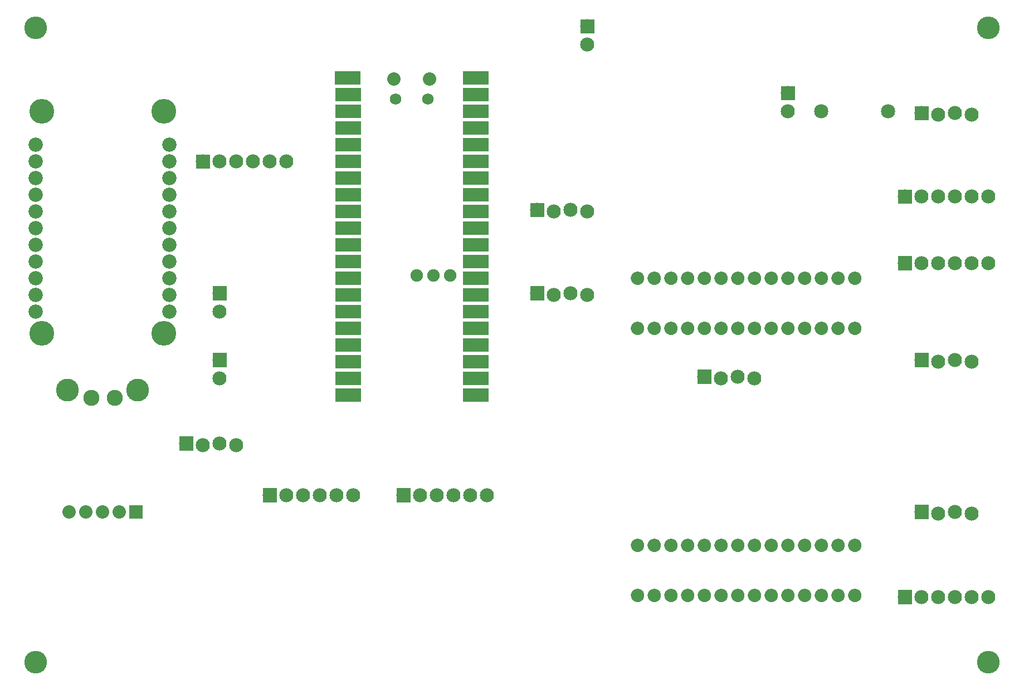
<source format=gbs>
G04 MADE WITH FRITZING*
G04 WWW.FRITZING.ORG*
G04 DOUBLE SIDED*
G04 HOLES PLATED*
G04 CONTOUR ON CENTER OF CONTOUR VECTOR*
%ASAXBY*%
%FSLAX23Y23*%
%MOIN*%
%OFA0B0*%
%SFA1.0B1.0*%
%ADD10C,0.068000*%
%ADD11C,0.080000*%
%ADD12C,0.074944*%
%ADD13C,0.148425*%
%ADD14C,0.086000*%
%ADD15C,0.096000*%
%ADD16C,0.136614*%
%ADD17C,0.084000*%
%ADD18C,0.085000*%
%ADD19C,0.135984*%
%ADD20R,0.153667X0.080200*%
%ADD21R,0.154000X0.080200*%
%ADD22R,0.080000X0.080000*%
%ADD23R,0.001000X0.001000*%
%LNMASK0*%
G90*
G70*
G54D10*
X2555Y3577D03*
X2364Y3577D03*
G54D11*
X2353Y3697D03*
X2567Y3697D03*
G54D12*
X2110Y3703D03*
X2110Y3603D03*
X2110Y3503D03*
X2110Y3403D03*
X2110Y3303D03*
X2110Y3203D03*
X2110Y3103D03*
X2110Y3003D03*
X2110Y2903D03*
X2110Y2802D03*
X2110Y2703D03*
X2110Y2603D03*
X2110Y2503D03*
X2110Y2403D03*
X2110Y2303D03*
X2110Y2203D03*
X2110Y2103D03*
X2110Y2003D03*
X2110Y1903D03*
X2110Y1803D03*
X2810Y1803D03*
X2810Y1903D03*
X2810Y2003D03*
X2810Y2103D03*
X2810Y2203D03*
X2810Y2303D03*
X2810Y2403D03*
X2810Y2503D03*
X2810Y2603D03*
X2810Y2703D03*
X2810Y2803D03*
X2810Y2903D03*
X2810Y3003D03*
X2810Y3103D03*
X2810Y3203D03*
X2810Y3303D03*
X2810Y3403D03*
X2810Y3503D03*
X2810Y3603D03*
X2810Y3703D03*
X2489Y2520D03*
X2589Y2520D03*
X2689Y2520D03*
G54D13*
X245Y3503D03*
X245Y2173D03*
G54D14*
X210Y2303D03*
X210Y2403D03*
X210Y2503D03*
X210Y2603D03*
X210Y2703D03*
X210Y2803D03*
X210Y2903D03*
X210Y3003D03*
X210Y3103D03*
X210Y3203D03*
X210Y3303D03*
X1010Y3303D03*
X1010Y3203D03*
X1010Y3103D03*
X1010Y3003D03*
X1010Y2903D03*
X1010Y2803D03*
X1010Y2703D03*
G54D13*
X975Y3503D03*
G54D14*
X1010Y2603D03*
G54D13*
X975Y2173D03*
G54D14*
X1010Y2503D03*
X1010Y2403D03*
X1010Y2303D03*
G54D15*
X682Y1788D03*
G54D16*
X400Y1833D03*
X820Y1833D03*
G54D11*
X810Y1103D03*
X710Y1103D03*
X610Y1103D03*
X510Y1103D03*
G54D15*
X544Y1788D03*
G54D11*
X410Y1103D03*
G54D17*
X5510Y2013D03*
X5610Y2003D03*
X5710Y2013D03*
X5810Y2003D03*
X3210Y2913D03*
X3310Y2903D03*
X3410Y2913D03*
X3510Y2903D03*
X1110Y1513D03*
X1210Y1503D03*
X1310Y1513D03*
X1410Y1503D03*
X3210Y2413D03*
X3310Y2403D03*
X3410Y2413D03*
X3510Y2403D03*
X4210Y1913D03*
X4310Y1903D03*
X4410Y1913D03*
X4510Y1903D03*
X5510Y3493D03*
X5610Y3483D03*
X5710Y3493D03*
X5810Y3483D03*
X5510Y1103D03*
X5610Y1093D03*
X5710Y1103D03*
X5810Y1093D03*
X1210Y3203D03*
X1310Y3203D03*
X1410Y3203D03*
X1510Y3203D03*
X1610Y3203D03*
X1710Y3203D03*
X5410Y2593D03*
X5510Y2593D03*
X5610Y2593D03*
X5710Y2593D03*
X5810Y2593D03*
X5910Y2593D03*
X5410Y2993D03*
X5510Y2993D03*
X5610Y2993D03*
X5710Y2993D03*
X5810Y2993D03*
X5910Y2993D03*
X1610Y1203D03*
X1710Y1203D03*
X1810Y1203D03*
X1910Y1203D03*
X2010Y1203D03*
X2110Y1203D03*
X2410Y1203D03*
X2510Y1203D03*
X2610Y1203D03*
X2710Y1203D03*
X2810Y1203D03*
X2910Y1203D03*
X5410Y593D03*
X5510Y593D03*
X5610Y593D03*
X5710Y593D03*
X5810Y593D03*
X5910Y593D03*
X1310Y2413D03*
X1310Y2303D03*
X3510Y4013D03*
X3510Y3903D03*
X1310Y2013D03*
X1310Y1903D03*
X4710Y3613D03*
X4710Y3503D03*
G54D18*
X4910Y3503D03*
X5310Y3503D03*
G54D19*
X5910Y4003D03*
X5910Y203D03*
X210Y203D03*
X210Y4003D03*
G54D20*
X2077Y3703D03*
G54D21*
X2078Y3603D03*
X2078Y3503D03*
X2078Y3403D03*
X2078Y3303D03*
X2078Y3203D03*
X2078Y3103D03*
X2078Y3003D03*
X2078Y2903D03*
X2078Y2803D03*
X2078Y2703D03*
X2078Y2603D03*
X2078Y2503D03*
X2078Y2403D03*
X2078Y2303D03*
X2078Y2203D03*
X2078Y2103D03*
X2078Y2003D03*
X2078Y1903D03*
X2078Y1803D03*
X2843Y1803D03*
X2843Y1903D03*
X2843Y2003D03*
X2843Y2103D03*
X2843Y2203D03*
X2843Y2303D03*
X2843Y2403D03*
X2843Y2503D03*
X2843Y2603D03*
X2843Y2703D03*
X2843Y2803D03*
X2843Y2903D03*
X2843Y3003D03*
X2843Y3103D03*
X2843Y3203D03*
X2843Y3303D03*
X2843Y3403D03*
X2843Y3503D03*
X2843Y3603D03*
X2843Y3703D03*
G54D22*
X810Y1103D03*
G54D23*
X3469Y4054D02*
X3552Y4054D01*
X3469Y4053D02*
X3552Y4053D01*
X3469Y4052D02*
X3552Y4052D01*
X3469Y4051D02*
X3552Y4051D01*
X3469Y4050D02*
X3552Y4050D01*
X3469Y4049D02*
X3552Y4049D01*
X3469Y4048D02*
X3552Y4048D01*
X3469Y4047D02*
X3552Y4047D01*
X3469Y4046D02*
X3552Y4046D01*
X3469Y4045D02*
X3552Y4045D01*
X3469Y4044D02*
X3552Y4044D01*
X3469Y4043D02*
X3552Y4043D01*
X3469Y4042D02*
X3552Y4042D01*
X3469Y4041D02*
X3552Y4041D01*
X3469Y4040D02*
X3552Y4040D01*
X3469Y4039D02*
X3552Y4039D01*
X3469Y4038D02*
X3552Y4038D01*
X3469Y4037D02*
X3552Y4037D01*
X3469Y4036D02*
X3552Y4036D01*
X3469Y4035D02*
X3552Y4035D01*
X3469Y4034D02*
X3552Y4034D01*
X3469Y4033D02*
X3552Y4033D01*
X3469Y4032D02*
X3552Y4032D01*
X3469Y4031D02*
X3552Y4031D01*
X3469Y4030D02*
X3552Y4030D01*
X3469Y4029D02*
X3552Y4029D01*
X3469Y4028D02*
X3552Y4028D01*
X3469Y4027D02*
X3505Y4027D01*
X3516Y4027D02*
X3552Y4027D01*
X3469Y4026D02*
X3503Y4026D01*
X3518Y4026D02*
X3552Y4026D01*
X3469Y4025D02*
X3501Y4025D01*
X3520Y4025D02*
X3552Y4025D01*
X3469Y4024D02*
X3500Y4024D01*
X3521Y4024D02*
X3552Y4024D01*
X3469Y4023D02*
X3499Y4023D01*
X3522Y4023D02*
X3552Y4023D01*
X3469Y4022D02*
X3498Y4022D01*
X3523Y4022D02*
X3552Y4022D01*
X3469Y4021D02*
X3497Y4021D01*
X3524Y4021D02*
X3552Y4021D01*
X3469Y4020D02*
X3497Y4020D01*
X3524Y4020D02*
X3552Y4020D01*
X3469Y4019D02*
X3496Y4019D01*
X3525Y4019D02*
X3552Y4019D01*
X3469Y4018D02*
X3496Y4018D01*
X3525Y4018D02*
X3552Y4018D01*
X3469Y4017D02*
X3496Y4017D01*
X3526Y4017D02*
X3552Y4017D01*
X3469Y4016D02*
X3495Y4016D01*
X3526Y4016D02*
X3552Y4016D01*
X3469Y4015D02*
X3495Y4015D01*
X3526Y4015D02*
X3552Y4015D01*
X3469Y4014D02*
X3495Y4014D01*
X3526Y4014D02*
X3552Y4014D01*
X3469Y4013D02*
X3495Y4013D01*
X3526Y4013D02*
X3552Y4013D01*
X3469Y4012D02*
X3495Y4012D01*
X3526Y4012D02*
X3552Y4012D01*
X3469Y4011D02*
X3495Y4011D01*
X3526Y4011D02*
X3552Y4011D01*
X3469Y4010D02*
X3495Y4010D01*
X3526Y4010D02*
X3552Y4010D01*
X3469Y4009D02*
X3496Y4009D01*
X3526Y4009D02*
X3552Y4009D01*
X3469Y4008D02*
X3496Y4008D01*
X3525Y4008D02*
X3552Y4008D01*
X3469Y4007D02*
X3496Y4007D01*
X3525Y4007D02*
X3552Y4007D01*
X3469Y4006D02*
X3497Y4006D01*
X3524Y4006D02*
X3552Y4006D01*
X3469Y4005D02*
X3497Y4005D01*
X3524Y4005D02*
X3552Y4005D01*
X3469Y4004D02*
X3498Y4004D01*
X3523Y4004D02*
X3552Y4004D01*
X3469Y4003D02*
X3499Y4003D01*
X3522Y4003D02*
X3552Y4003D01*
X3469Y4002D02*
X3500Y4002D01*
X3521Y4002D02*
X3552Y4002D01*
X3469Y4001D02*
X3501Y4001D01*
X3520Y4001D02*
X3552Y4001D01*
X3469Y4000D02*
X3502Y4000D01*
X3519Y4000D02*
X3552Y4000D01*
X3469Y3999D02*
X3504Y3999D01*
X3517Y3999D02*
X3552Y3999D01*
X3469Y3998D02*
X3509Y3998D01*
X3513Y3998D02*
X3552Y3998D01*
X3469Y3997D02*
X3552Y3997D01*
X3469Y3996D02*
X3552Y3996D01*
X3469Y3995D02*
X3552Y3995D01*
X3469Y3994D02*
X3552Y3994D01*
X3469Y3993D02*
X3552Y3993D01*
X3469Y3992D02*
X3552Y3992D01*
X3469Y3991D02*
X3552Y3991D01*
X3469Y3990D02*
X3552Y3990D01*
X3469Y3989D02*
X3552Y3989D01*
X3469Y3988D02*
X3552Y3988D01*
X3469Y3987D02*
X3552Y3987D01*
X3469Y3986D02*
X3552Y3986D01*
X3469Y3985D02*
X3552Y3985D01*
X3469Y3984D02*
X3552Y3984D01*
X3469Y3983D02*
X3552Y3983D01*
X3469Y3982D02*
X3552Y3982D01*
X3469Y3981D02*
X3552Y3981D01*
X3469Y3980D02*
X3552Y3980D01*
X3469Y3979D02*
X3552Y3979D01*
X3469Y3978D02*
X3552Y3978D01*
X3469Y3977D02*
X3552Y3977D01*
X3469Y3976D02*
X3552Y3976D01*
X3469Y3975D02*
X3552Y3975D01*
X3469Y3974D02*
X3552Y3974D01*
X3469Y3973D02*
X3552Y3973D01*
X3469Y3972D02*
X3552Y3972D01*
X3469Y3971D02*
X3552Y3971D01*
X4669Y3654D02*
X4752Y3654D01*
X4669Y3653D02*
X4752Y3653D01*
X4669Y3652D02*
X4752Y3652D01*
X4669Y3651D02*
X4752Y3651D01*
X4669Y3650D02*
X4752Y3650D01*
X4669Y3649D02*
X4752Y3649D01*
X4669Y3648D02*
X4752Y3648D01*
X4669Y3647D02*
X4752Y3647D01*
X4669Y3646D02*
X4752Y3646D01*
X4669Y3645D02*
X4752Y3645D01*
X4669Y3644D02*
X4752Y3644D01*
X4669Y3643D02*
X4752Y3643D01*
X4669Y3642D02*
X4752Y3642D01*
X4669Y3641D02*
X4752Y3641D01*
X4669Y3640D02*
X4752Y3640D01*
X4669Y3639D02*
X4752Y3639D01*
X4669Y3638D02*
X4752Y3638D01*
X4669Y3637D02*
X4752Y3637D01*
X4669Y3636D02*
X4752Y3636D01*
X4669Y3635D02*
X4752Y3635D01*
X4669Y3634D02*
X4752Y3634D01*
X4669Y3633D02*
X4752Y3633D01*
X4669Y3632D02*
X4752Y3632D01*
X4669Y3631D02*
X4752Y3631D01*
X4669Y3630D02*
X4752Y3630D01*
X4669Y3629D02*
X4752Y3629D01*
X4669Y3628D02*
X4752Y3628D01*
X4669Y3627D02*
X4705Y3627D01*
X4716Y3627D02*
X4752Y3627D01*
X4669Y3626D02*
X4703Y3626D01*
X4718Y3626D02*
X4752Y3626D01*
X4669Y3625D02*
X4701Y3625D01*
X4720Y3625D02*
X4752Y3625D01*
X4669Y3624D02*
X4700Y3624D01*
X4721Y3624D02*
X4752Y3624D01*
X4669Y3623D02*
X4699Y3623D01*
X4722Y3623D02*
X4752Y3623D01*
X4669Y3622D02*
X4698Y3622D01*
X4723Y3622D02*
X4752Y3622D01*
X4669Y3621D02*
X4697Y3621D01*
X4724Y3621D02*
X4752Y3621D01*
X4669Y3620D02*
X4697Y3620D01*
X4724Y3620D02*
X4752Y3620D01*
X4669Y3619D02*
X4696Y3619D01*
X4725Y3619D02*
X4752Y3619D01*
X4669Y3618D02*
X4696Y3618D01*
X4725Y3618D02*
X4752Y3618D01*
X4669Y3617D02*
X4696Y3617D01*
X4725Y3617D02*
X4752Y3617D01*
X4669Y3616D02*
X4695Y3616D01*
X4726Y3616D02*
X4752Y3616D01*
X4669Y3615D02*
X4695Y3615D01*
X4726Y3615D02*
X4752Y3615D01*
X4669Y3614D02*
X4695Y3614D01*
X4726Y3614D02*
X4752Y3614D01*
X4669Y3613D02*
X4695Y3613D01*
X4726Y3613D02*
X4752Y3613D01*
X4669Y3612D02*
X4695Y3612D01*
X4726Y3612D02*
X4752Y3612D01*
X4669Y3611D02*
X4695Y3611D01*
X4726Y3611D02*
X4752Y3611D01*
X4669Y3610D02*
X4695Y3610D01*
X4726Y3610D02*
X4752Y3610D01*
X4669Y3609D02*
X4696Y3609D01*
X4726Y3609D02*
X4752Y3609D01*
X4669Y3608D02*
X4696Y3608D01*
X4725Y3608D02*
X4752Y3608D01*
X4669Y3607D02*
X4696Y3607D01*
X4725Y3607D02*
X4752Y3607D01*
X4669Y3606D02*
X4697Y3606D01*
X4724Y3606D02*
X4752Y3606D01*
X4669Y3605D02*
X4697Y3605D01*
X4724Y3605D02*
X4752Y3605D01*
X4669Y3604D02*
X4698Y3604D01*
X4723Y3604D02*
X4752Y3604D01*
X4669Y3603D02*
X4699Y3603D01*
X4722Y3603D02*
X4752Y3603D01*
X4669Y3602D02*
X4700Y3602D01*
X4721Y3602D02*
X4752Y3602D01*
X4669Y3601D02*
X4701Y3601D01*
X4720Y3601D02*
X4752Y3601D01*
X4669Y3600D02*
X4702Y3600D01*
X4719Y3600D02*
X4752Y3600D01*
X4669Y3599D02*
X4704Y3599D01*
X4717Y3599D02*
X4752Y3599D01*
X4669Y3598D02*
X4709Y3598D01*
X4712Y3598D02*
X4752Y3598D01*
X4669Y3597D02*
X4752Y3597D01*
X4669Y3596D02*
X4752Y3596D01*
X4669Y3595D02*
X4752Y3595D01*
X4669Y3594D02*
X4752Y3594D01*
X4669Y3593D02*
X4752Y3593D01*
X4669Y3592D02*
X4752Y3592D01*
X4669Y3591D02*
X4752Y3591D01*
X4669Y3590D02*
X4752Y3590D01*
X4669Y3589D02*
X4752Y3589D01*
X4669Y3588D02*
X4752Y3588D01*
X4669Y3587D02*
X4752Y3587D01*
X4669Y3586D02*
X4752Y3586D01*
X4669Y3585D02*
X4752Y3585D01*
X4669Y3584D02*
X4752Y3584D01*
X4669Y3583D02*
X4752Y3583D01*
X4669Y3582D02*
X4752Y3582D01*
X4669Y3581D02*
X4752Y3581D01*
X4669Y3580D02*
X4752Y3580D01*
X4669Y3579D02*
X4752Y3579D01*
X4669Y3578D02*
X4752Y3578D01*
X4669Y3577D02*
X4752Y3577D01*
X4669Y3576D02*
X4752Y3576D01*
X4669Y3575D02*
X4752Y3575D01*
X4669Y3574D02*
X4752Y3574D01*
X4669Y3573D02*
X4752Y3573D01*
X4669Y3572D02*
X4752Y3572D01*
X4669Y3571D02*
X4752Y3571D01*
X5469Y3534D02*
X5552Y3534D01*
X5469Y3533D02*
X5552Y3533D01*
X5469Y3532D02*
X5552Y3532D01*
X5469Y3531D02*
X5552Y3531D01*
X5469Y3530D02*
X5552Y3530D01*
X5469Y3529D02*
X5552Y3529D01*
X5469Y3528D02*
X5552Y3528D01*
X5469Y3527D02*
X5552Y3527D01*
X5469Y3526D02*
X5552Y3526D01*
X5469Y3525D02*
X5552Y3525D01*
X5469Y3524D02*
X5552Y3524D01*
X5469Y3523D02*
X5552Y3523D01*
X5469Y3522D02*
X5552Y3522D01*
X5469Y3521D02*
X5552Y3521D01*
X5469Y3520D02*
X5552Y3520D01*
X5469Y3519D02*
X5552Y3519D01*
X5469Y3518D02*
X5552Y3518D01*
X5469Y3517D02*
X5552Y3517D01*
X5469Y3516D02*
X5552Y3516D01*
X5469Y3515D02*
X5552Y3515D01*
X5469Y3514D02*
X5552Y3514D01*
X5469Y3513D02*
X5552Y3513D01*
X5469Y3512D02*
X5552Y3512D01*
X5469Y3511D02*
X5552Y3511D01*
X5469Y3510D02*
X5552Y3510D01*
X5469Y3509D02*
X5552Y3509D01*
X5469Y3508D02*
X5552Y3508D01*
X5469Y3507D02*
X5505Y3507D01*
X5516Y3507D02*
X5552Y3507D01*
X5469Y3506D02*
X5503Y3506D01*
X5518Y3506D02*
X5552Y3506D01*
X5469Y3505D02*
X5501Y3505D01*
X5520Y3505D02*
X5552Y3505D01*
X5469Y3504D02*
X5500Y3504D01*
X5521Y3504D02*
X5552Y3504D01*
X5469Y3503D02*
X5499Y3503D01*
X5522Y3503D02*
X5552Y3503D01*
X5469Y3502D02*
X5498Y3502D01*
X5523Y3502D02*
X5552Y3502D01*
X5469Y3501D02*
X5497Y3501D01*
X5524Y3501D02*
X5552Y3501D01*
X5469Y3500D02*
X5497Y3500D01*
X5524Y3500D02*
X5552Y3500D01*
X5469Y3499D02*
X5496Y3499D01*
X5525Y3499D02*
X5552Y3499D01*
X5469Y3498D02*
X5496Y3498D01*
X5525Y3498D02*
X5552Y3498D01*
X5469Y3497D02*
X5496Y3497D01*
X5525Y3497D02*
X5552Y3497D01*
X5469Y3496D02*
X5495Y3496D01*
X5526Y3496D02*
X5552Y3496D01*
X5469Y3495D02*
X5495Y3495D01*
X5526Y3495D02*
X5552Y3495D01*
X5469Y3494D02*
X5495Y3494D01*
X5526Y3494D02*
X5552Y3494D01*
X5469Y3493D02*
X5495Y3493D01*
X5526Y3493D02*
X5552Y3493D01*
X5469Y3492D02*
X5495Y3492D01*
X5526Y3492D02*
X5552Y3492D01*
X5469Y3491D02*
X5495Y3491D01*
X5526Y3491D02*
X5552Y3491D01*
X5469Y3490D02*
X5495Y3490D01*
X5526Y3490D02*
X5552Y3490D01*
X5469Y3489D02*
X5496Y3489D01*
X5526Y3489D02*
X5552Y3489D01*
X5469Y3488D02*
X5496Y3488D01*
X5525Y3488D02*
X5552Y3488D01*
X5469Y3487D02*
X5496Y3487D01*
X5525Y3487D02*
X5552Y3487D01*
X5469Y3486D02*
X5497Y3486D01*
X5524Y3486D02*
X5552Y3486D01*
X5469Y3485D02*
X5497Y3485D01*
X5524Y3485D02*
X5552Y3485D01*
X5469Y3484D02*
X5498Y3484D01*
X5523Y3484D02*
X5552Y3484D01*
X5469Y3483D02*
X5499Y3483D01*
X5522Y3483D02*
X5552Y3483D01*
X5469Y3482D02*
X5500Y3482D01*
X5521Y3482D02*
X5552Y3482D01*
X5469Y3481D02*
X5501Y3481D01*
X5520Y3481D02*
X5552Y3481D01*
X5469Y3480D02*
X5502Y3480D01*
X5519Y3480D02*
X5552Y3480D01*
X5469Y3479D02*
X5504Y3479D01*
X5517Y3479D02*
X5552Y3479D01*
X5469Y3478D02*
X5509Y3478D01*
X5512Y3478D02*
X5552Y3478D01*
X5469Y3477D02*
X5552Y3477D01*
X5469Y3476D02*
X5552Y3476D01*
X5469Y3475D02*
X5552Y3475D01*
X5469Y3474D02*
X5552Y3474D01*
X5469Y3473D02*
X5552Y3473D01*
X5469Y3472D02*
X5552Y3472D01*
X5469Y3471D02*
X5552Y3471D01*
X5469Y3470D02*
X5552Y3470D01*
X5469Y3469D02*
X5552Y3469D01*
X5469Y3468D02*
X5552Y3468D01*
X5469Y3467D02*
X5552Y3467D01*
X5469Y3466D02*
X5552Y3466D01*
X5469Y3465D02*
X5552Y3465D01*
X5469Y3464D02*
X5552Y3464D01*
X5469Y3463D02*
X5552Y3463D01*
X5469Y3462D02*
X5552Y3462D01*
X5469Y3461D02*
X5552Y3461D01*
X5469Y3460D02*
X5552Y3460D01*
X5469Y3459D02*
X5552Y3459D01*
X5469Y3458D02*
X5552Y3458D01*
X5469Y3457D02*
X5552Y3457D01*
X5469Y3456D02*
X5552Y3456D01*
X5469Y3455D02*
X5552Y3455D01*
X5469Y3454D02*
X5552Y3454D01*
X5469Y3453D02*
X5552Y3453D01*
X5469Y3452D02*
X5552Y3452D01*
X5469Y3451D02*
X5552Y3451D01*
X1169Y3244D02*
X1252Y3244D01*
X1169Y3243D02*
X1252Y3243D01*
X1169Y3242D02*
X1252Y3242D01*
X1169Y3241D02*
X1252Y3241D01*
X1169Y3240D02*
X1252Y3240D01*
X1169Y3239D02*
X1252Y3239D01*
X1169Y3238D02*
X1252Y3238D01*
X1169Y3237D02*
X1252Y3237D01*
X1169Y3236D02*
X1252Y3236D01*
X1169Y3235D02*
X1252Y3235D01*
X1169Y3234D02*
X1252Y3234D01*
X1169Y3233D02*
X1252Y3233D01*
X1169Y3232D02*
X1252Y3232D01*
X1169Y3231D02*
X1252Y3231D01*
X1169Y3230D02*
X1252Y3230D01*
X1169Y3229D02*
X1252Y3229D01*
X1169Y3228D02*
X1252Y3228D01*
X1169Y3227D02*
X1252Y3227D01*
X1169Y3226D02*
X1252Y3226D01*
X1169Y3225D02*
X1252Y3225D01*
X1169Y3224D02*
X1252Y3224D01*
X1169Y3223D02*
X1252Y3223D01*
X1169Y3222D02*
X1252Y3222D01*
X1169Y3221D02*
X1252Y3221D01*
X1169Y3220D02*
X1252Y3220D01*
X1169Y3219D02*
X1252Y3219D01*
X1169Y3218D02*
X1252Y3218D01*
X1169Y3217D02*
X1205Y3217D01*
X1217Y3217D02*
X1252Y3217D01*
X1169Y3216D02*
X1203Y3216D01*
X1219Y3216D02*
X1252Y3216D01*
X1169Y3215D02*
X1201Y3215D01*
X1220Y3215D02*
X1252Y3215D01*
X1169Y3214D02*
X1200Y3214D01*
X1221Y3214D02*
X1252Y3214D01*
X1169Y3213D02*
X1199Y3213D01*
X1222Y3213D02*
X1252Y3213D01*
X1169Y3212D02*
X1198Y3212D01*
X1223Y3212D02*
X1252Y3212D01*
X1169Y3211D02*
X1198Y3211D01*
X1224Y3211D02*
X1252Y3211D01*
X1169Y3210D02*
X1197Y3210D01*
X1224Y3210D02*
X1252Y3210D01*
X1169Y3209D02*
X1196Y3209D01*
X1225Y3209D02*
X1252Y3209D01*
X1169Y3208D02*
X1196Y3208D01*
X1225Y3208D02*
X1252Y3208D01*
X1169Y3207D02*
X1196Y3207D01*
X1226Y3207D02*
X1252Y3207D01*
X1169Y3206D02*
X1195Y3206D01*
X1226Y3206D02*
X1252Y3206D01*
X1169Y3205D02*
X1195Y3205D01*
X1226Y3205D02*
X1252Y3205D01*
X1169Y3204D02*
X1195Y3204D01*
X1226Y3204D02*
X1252Y3204D01*
X1169Y3203D02*
X1195Y3203D01*
X1226Y3203D02*
X1252Y3203D01*
X1169Y3202D02*
X1195Y3202D01*
X1226Y3202D02*
X1252Y3202D01*
X1169Y3201D02*
X1195Y3201D01*
X1226Y3201D02*
X1252Y3201D01*
X1169Y3200D02*
X1195Y3200D01*
X1226Y3200D02*
X1252Y3200D01*
X1169Y3199D02*
X1196Y3199D01*
X1226Y3199D02*
X1252Y3199D01*
X1169Y3198D02*
X1196Y3198D01*
X1225Y3198D02*
X1252Y3198D01*
X1169Y3197D02*
X1196Y3197D01*
X1225Y3197D02*
X1252Y3197D01*
X1169Y3196D02*
X1197Y3196D01*
X1224Y3196D02*
X1252Y3196D01*
X1169Y3195D02*
X1197Y3195D01*
X1224Y3195D02*
X1252Y3195D01*
X1169Y3194D02*
X1198Y3194D01*
X1223Y3194D02*
X1252Y3194D01*
X1169Y3193D02*
X1199Y3193D01*
X1222Y3193D02*
X1252Y3193D01*
X1169Y3192D02*
X1200Y3192D01*
X1221Y3192D02*
X1252Y3192D01*
X1169Y3191D02*
X1201Y3191D01*
X1220Y3191D02*
X1252Y3191D01*
X1169Y3190D02*
X1203Y3190D01*
X1219Y3190D02*
X1252Y3190D01*
X1169Y3189D02*
X1204Y3189D01*
X1217Y3189D02*
X1252Y3189D01*
X1169Y3188D02*
X1210Y3188D01*
X1212Y3188D02*
X1252Y3188D01*
X1169Y3187D02*
X1252Y3187D01*
X1169Y3186D02*
X1252Y3186D01*
X1169Y3185D02*
X1252Y3185D01*
X1169Y3184D02*
X1252Y3184D01*
X1169Y3183D02*
X1252Y3183D01*
X1169Y3182D02*
X1252Y3182D01*
X1169Y3181D02*
X1252Y3181D01*
X1169Y3180D02*
X1252Y3180D01*
X1169Y3179D02*
X1252Y3179D01*
X1169Y3178D02*
X1252Y3178D01*
X1169Y3177D02*
X1252Y3177D01*
X1169Y3176D02*
X1252Y3176D01*
X1169Y3175D02*
X1252Y3175D01*
X1169Y3174D02*
X1252Y3174D01*
X1169Y3173D02*
X1252Y3173D01*
X1169Y3172D02*
X1252Y3172D01*
X1169Y3171D02*
X1252Y3171D01*
X1169Y3170D02*
X1252Y3170D01*
X1169Y3169D02*
X1252Y3169D01*
X1169Y3168D02*
X1252Y3168D01*
X1169Y3167D02*
X1252Y3167D01*
X1169Y3166D02*
X1252Y3166D01*
X1169Y3165D02*
X1252Y3165D01*
X1169Y3164D02*
X1252Y3164D01*
X1169Y3163D02*
X1252Y3163D01*
X1169Y3162D02*
X1252Y3162D01*
X1170Y3161D02*
X1252Y3161D01*
X5369Y3034D02*
X5452Y3034D01*
X5369Y3033D02*
X5452Y3033D01*
X5369Y3032D02*
X5452Y3032D01*
X5369Y3031D02*
X5452Y3031D01*
X5369Y3030D02*
X5452Y3030D01*
X5369Y3029D02*
X5452Y3029D01*
X5369Y3028D02*
X5452Y3028D01*
X5369Y3027D02*
X5452Y3027D01*
X5369Y3026D02*
X5452Y3026D01*
X5369Y3025D02*
X5452Y3025D01*
X5369Y3024D02*
X5452Y3024D01*
X5369Y3023D02*
X5452Y3023D01*
X5369Y3022D02*
X5452Y3022D01*
X5369Y3021D02*
X5452Y3021D01*
X5369Y3020D02*
X5452Y3020D01*
X5369Y3019D02*
X5452Y3019D01*
X5369Y3018D02*
X5452Y3018D01*
X5369Y3017D02*
X5452Y3017D01*
X5369Y3016D02*
X5452Y3016D01*
X5369Y3015D02*
X5452Y3015D01*
X5369Y3014D02*
X5452Y3014D01*
X5369Y3013D02*
X5452Y3013D01*
X5369Y3012D02*
X5452Y3012D01*
X5369Y3011D02*
X5452Y3011D01*
X5369Y3010D02*
X5452Y3010D01*
X5369Y3009D02*
X5452Y3009D01*
X5369Y3008D02*
X5452Y3008D01*
X5369Y3007D02*
X5405Y3007D01*
X5416Y3007D02*
X5452Y3007D01*
X5369Y3006D02*
X5403Y3006D01*
X5418Y3006D02*
X5452Y3006D01*
X5369Y3005D02*
X5401Y3005D01*
X5420Y3005D02*
X5452Y3005D01*
X5369Y3004D02*
X5400Y3004D01*
X5421Y3004D02*
X5452Y3004D01*
X5369Y3003D02*
X5399Y3003D01*
X5422Y3003D02*
X5452Y3003D01*
X5369Y3002D02*
X5398Y3002D01*
X5423Y3002D02*
X5452Y3002D01*
X5369Y3001D02*
X5397Y3001D01*
X5424Y3001D02*
X5452Y3001D01*
X5369Y3000D02*
X5397Y3000D01*
X5424Y3000D02*
X5452Y3000D01*
X5369Y2999D02*
X5396Y2999D01*
X5425Y2999D02*
X5452Y2999D01*
X5369Y2998D02*
X5396Y2998D01*
X5425Y2998D02*
X5452Y2998D01*
X5369Y2997D02*
X5396Y2997D01*
X5425Y2997D02*
X5452Y2997D01*
X5369Y2996D02*
X5395Y2996D01*
X5426Y2996D02*
X5452Y2996D01*
X5369Y2995D02*
X5395Y2995D01*
X5426Y2995D02*
X5452Y2995D01*
X5369Y2994D02*
X5395Y2994D01*
X5426Y2994D02*
X5452Y2994D01*
X5369Y2993D02*
X5395Y2993D01*
X5426Y2993D02*
X5452Y2993D01*
X5369Y2992D02*
X5395Y2992D01*
X5426Y2992D02*
X5452Y2992D01*
X5369Y2991D02*
X5395Y2991D01*
X5426Y2991D02*
X5452Y2991D01*
X5369Y2990D02*
X5395Y2990D01*
X5426Y2990D02*
X5452Y2990D01*
X5369Y2989D02*
X5396Y2989D01*
X5425Y2989D02*
X5452Y2989D01*
X5369Y2988D02*
X5396Y2988D01*
X5425Y2988D02*
X5452Y2988D01*
X5369Y2987D02*
X5396Y2987D01*
X5425Y2987D02*
X5452Y2987D01*
X5369Y2986D02*
X5397Y2986D01*
X5424Y2986D02*
X5452Y2986D01*
X5369Y2985D02*
X5397Y2985D01*
X5424Y2985D02*
X5452Y2985D01*
X5369Y2984D02*
X5398Y2984D01*
X5423Y2984D02*
X5452Y2984D01*
X5369Y2983D02*
X5399Y2983D01*
X5422Y2983D02*
X5452Y2983D01*
X5369Y2982D02*
X5400Y2982D01*
X5421Y2982D02*
X5452Y2982D01*
X5369Y2981D02*
X5401Y2981D01*
X5420Y2981D02*
X5452Y2981D01*
X5369Y2980D02*
X5402Y2980D01*
X5419Y2980D02*
X5452Y2980D01*
X5369Y2979D02*
X5404Y2979D01*
X5417Y2979D02*
X5452Y2979D01*
X5369Y2978D02*
X5452Y2978D01*
X5369Y2977D02*
X5452Y2977D01*
X5369Y2976D02*
X5452Y2976D01*
X5369Y2975D02*
X5452Y2975D01*
X5369Y2974D02*
X5452Y2974D01*
X5369Y2973D02*
X5452Y2973D01*
X5369Y2972D02*
X5452Y2972D01*
X5369Y2971D02*
X5452Y2971D01*
X5369Y2970D02*
X5452Y2970D01*
X5369Y2969D02*
X5452Y2969D01*
X5369Y2968D02*
X5452Y2968D01*
X5369Y2967D02*
X5452Y2967D01*
X5369Y2966D02*
X5452Y2966D01*
X5369Y2965D02*
X5452Y2965D01*
X5369Y2964D02*
X5452Y2964D01*
X5369Y2963D02*
X5452Y2963D01*
X5369Y2962D02*
X5452Y2962D01*
X5369Y2961D02*
X5452Y2961D01*
X5369Y2960D02*
X5452Y2960D01*
X5369Y2959D02*
X5452Y2959D01*
X5369Y2958D02*
X5452Y2958D01*
X5369Y2957D02*
X5452Y2957D01*
X5369Y2956D02*
X5452Y2956D01*
X5369Y2955D02*
X5452Y2955D01*
X3169Y2954D02*
X3252Y2954D01*
X5369Y2954D02*
X5452Y2954D01*
X3169Y2953D02*
X3252Y2953D01*
X5369Y2953D02*
X5452Y2953D01*
X3169Y2952D02*
X3252Y2952D01*
X5369Y2952D02*
X5452Y2952D01*
X3169Y2951D02*
X3252Y2951D01*
X5369Y2951D02*
X5452Y2951D01*
X3169Y2950D02*
X3252Y2950D01*
X3169Y2949D02*
X3252Y2949D01*
X3169Y2948D02*
X3252Y2948D01*
X3169Y2947D02*
X3252Y2947D01*
X3169Y2946D02*
X3252Y2946D01*
X3169Y2945D02*
X3252Y2945D01*
X3169Y2944D02*
X3252Y2944D01*
X3169Y2943D02*
X3252Y2943D01*
X3169Y2942D02*
X3252Y2942D01*
X3169Y2941D02*
X3252Y2941D01*
X3169Y2940D02*
X3252Y2940D01*
X3169Y2939D02*
X3252Y2939D01*
X3169Y2938D02*
X3252Y2938D01*
X3169Y2937D02*
X3252Y2937D01*
X3169Y2936D02*
X3252Y2936D01*
X3169Y2935D02*
X3252Y2935D01*
X3169Y2934D02*
X3252Y2934D01*
X3169Y2933D02*
X3252Y2933D01*
X3169Y2932D02*
X3252Y2932D01*
X3169Y2931D02*
X3252Y2931D01*
X3169Y2930D02*
X3252Y2930D01*
X3169Y2929D02*
X3252Y2929D01*
X3169Y2928D02*
X3252Y2928D01*
X3169Y2927D02*
X3205Y2927D01*
X3217Y2927D02*
X3252Y2927D01*
X3169Y2926D02*
X3203Y2926D01*
X3219Y2926D02*
X3252Y2926D01*
X3169Y2925D02*
X3201Y2925D01*
X3220Y2925D02*
X3252Y2925D01*
X3169Y2924D02*
X3200Y2924D01*
X3221Y2924D02*
X3252Y2924D01*
X3169Y2923D02*
X3199Y2923D01*
X3222Y2923D02*
X3252Y2923D01*
X3169Y2922D02*
X3198Y2922D01*
X3223Y2922D02*
X3252Y2922D01*
X3169Y2921D02*
X3197Y2921D01*
X3224Y2921D02*
X3252Y2921D01*
X3169Y2920D02*
X3197Y2920D01*
X3224Y2920D02*
X3252Y2920D01*
X3169Y2919D02*
X3196Y2919D01*
X3225Y2919D02*
X3252Y2919D01*
X3169Y2918D02*
X3196Y2918D01*
X3225Y2918D02*
X3252Y2918D01*
X3169Y2917D02*
X3196Y2917D01*
X3226Y2917D02*
X3252Y2917D01*
X3169Y2916D02*
X3195Y2916D01*
X3226Y2916D02*
X3252Y2916D01*
X3169Y2915D02*
X3195Y2915D01*
X3226Y2915D02*
X3252Y2915D01*
X3169Y2914D02*
X3195Y2914D01*
X3226Y2914D02*
X3252Y2914D01*
X3169Y2913D02*
X3195Y2913D01*
X3226Y2913D02*
X3252Y2913D01*
X3169Y2912D02*
X3195Y2912D01*
X3226Y2912D02*
X3252Y2912D01*
X3169Y2911D02*
X3195Y2911D01*
X3226Y2911D02*
X3252Y2911D01*
X3169Y2910D02*
X3195Y2910D01*
X3226Y2910D02*
X3252Y2910D01*
X3169Y2909D02*
X3196Y2909D01*
X3226Y2909D02*
X3252Y2909D01*
X3169Y2908D02*
X3196Y2908D01*
X3225Y2908D02*
X3252Y2908D01*
X3169Y2907D02*
X3196Y2907D01*
X3225Y2907D02*
X3252Y2907D01*
X3169Y2906D02*
X3197Y2906D01*
X3224Y2906D02*
X3252Y2906D01*
X3169Y2905D02*
X3197Y2905D01*
X3224Y2905D02*
X3252Y2905D01*
X3169Y2904D02*
X3198Y2904D01*
X3223Y2904D02*
X3252Y2904D01*
X3169Y2903D02*
X3199Y2903D01*
X3222Y2903D02*
X3252Y2903D01*
X3169Y2902D02*
X3200Y2902D01*
X3221Y2902D02*
X3252Y2902D01*
X3169Y2901D02*
X3201Y2901D01*
X3220Y2901D02*
X3252Y2901D01*
X3169Y2900D02*
X3203Y2900D01*
X3219Y2900D02*
X3252Y2900D01*
X3169Y2899D02*
X3204Y2899D01*
X3217Y2899D02*
X3252Y2899D01*
X3169Y2898D02*
X3252Y2898D01*
X3169Y2897D02*
X3252Y2897D01*
X3169Y2896D02*
X3252Y2896D01*
X3169Y2895D02*
X3252Y2895D01*
X3169Y2894D02*
X3252Y2894D01*
X3169Y2893D02*
X3252Y2893D01*
X3169Y2892D02*
X3252Y2892D01*
X3169Y2891D02*
X3252Y2891D01*
X3169Y2890D02*
X3252Y2890D01*
X3169Y2889D02*
X3252Y2889D01*
X3169Y2888D02*
X3252Y2888D01*
X3169Y2887D02*
X3252Y2887D01*
X3169Y2886D02*
X3252Y2886D01*
X3169Y2885D02*
X3252Y2885D01*
X3169Y2884D02*
X3252Y2884D01*
X3169Y2883D02*
X3252Y2883D01*
X3169Y2882D02*
X3252Y2882D01*
X3169Y2881D02*
X3252Y2881D01*
X3169Y2880D02*
X3252Y2880D01*
X3169Y2879D02*
X3252Y2879D01*
X3169Y2878D02*
X3252Y2878D01*
X3169Y2877D02*
X3252Y2877D01*
X3169Y2876D02*
X3252Y2876D01*
X3169Y2875D02*
X3252Y2875D01*
X3169Y2874D02*
X3252Y2874D01*
X3169Y2873D02*
X3252Y2873D01*
X3169Y2872D02*
X3252Y2872D01*
X3170Y2871D02*
X3252Y2871D01*
X5370Y2635D02*
X5452Y2635D01*
X5369Y2634D02*
X5452Y2634D01*
X5369Y2633D02*
X5452Y2633D01*
X5369Y2632D02*
X5452Y2632D01*
X5369Y2631D02*
X5452Y2631D01*
X5369Y2630D02*
X5452Y2630D01*
X5369Y2629D02*
X5452Y2629D01*
X5369Y2628D02*
X5452Y2628D01*
X5369Y2627D02*
X5452Y2627D01*
X5369Y2626D02*
X5452Y2626D01*
X5369Y2625D02*
X5452Y2625D01*
X5369Y2624D02*
X5452Y2624D01*
X5369Y2623D02*
X5452Y2623D01*
X5369Y2622D02*
X5452Y2622D01*
X5369Y2621D02*
X5452Y2621D01*
X5369Y2620D02*
X5452Y2620D01*
X5369Y2619D02*
X5452Y2619D01*
X5369Y2618D02*
X5452Y2618D01*
X5369Y2617D02*
X5452Y2617D01*
X5369Y2616D02*
X5452Y2616D01*
X5369Y2615D02*
X5452Y2615D01*
X5369Y2614D02*
X5452Y2614D01*
X5369Y2613D02*
X5452Y2613D01*
X5369Y2612D02*
X5452Y2612D01*
X5369Y2611D02*
X5452Y2611D01*
X5369Y2610D02*
X5452Y2610D01*
X5369Y2609D02*
X5452Y2609D01*
X5369Y2608D02*
X5452Y2608D01*
X5369Y2607D02*
X5404Y2607D01*
X5417Y2607D02*
X5452Y2607D01*
X5369Y2606D02*
X5403Y2606D01*
X5419Y2606D02*
X5452Y2606D01*
X5369Y2605D02*
X5401Y2605D01*
X5420Y2605D02*
X5452Y2605D01*
X5369Y2604D02*
X5400Y2604D01*
X5421Y2604D02*
X5452Y2604D01*
X5369Y2603D02*
X5399Y2603D01*
X5422Y2603D02*
X5452Y2603D01*
X5369Y2602D02*
X5398Y2602D01*
X5423Y2602D02*
X5452Y2602D01*
X5369Y2601D02*
X5397Y2601D01*
X5424Y2601D02*
X5452Y2601D01*
X5369Y2600D02*
X5397Y2600D01*
X5424Y2600D02*
X5452Y2600D01*
X5369Y2599D02*
X5396Y2599D01*
X5425Y2599D02*
X5452Y2599D01*
X5369Y2598D02*
X5396Y2598D01*
X5425Y2598D02*
X5452Y2598D01*
X5369Y2597D02*
X5396Y2597D01*
X5425Y2597D02*
X5452Y2597D01*
X5369Y2596D02*
X5395Y2596D01*
X5426Y2596D02*
X5452Y2596D01*
X5369Y2595D02*
X5395Y2595D01*
X5426Y2595D02*
X5452Y2595D01*
X5369Y2594D02*
X5395Y2594D01*
X5426Y2594D02*
X5452Y2594D01*
X5369Y2593D02*
X5395Y2593D01*
X5426Y2593D02*
X5452Y2593D01*
X5369Y2592D02*
X5395Y2592D01*
X5426Y2592D02*
X5452Y2592D01*
X5369Y2591D02*
X5395Y2591D01*
X5426Y2591D02*
X5452Y2591D01*
X5369Y2590D02*
X5395Y2590D01*
X5426Y2590D02*
X5452Y2590D01*
X5369Y2589D02*
X5396Y2589D01*
X5425Y2589D02*
X5452Y2589D01*
X5369Y2588D02*
X5396Y2588D01*
X5425Y2588D02*
X5452Y2588D01*
X5369Y2587D02*
X5396Y2587D01*
X5425Y2587D02*
X5452Y2587D01*
X5369Y2586D02*
X5397Y2586D01*
X5424Y2586D02*
X5452Y2586D01*
X5369Y2585D02*
X5397Y2585D01*
X5424Y2585D02*
X5452Y2585D01*
X5369Y2584D02*
X5398Y2584D01*
X5423Y2584D02*
X5452Y2584D01*
X5369Y2583D02*
X5399Y2583D01*
X5422Y2583D02*
X5452Y2583D01*
X5369Y2582D02*
X5400Y2582D01*
X5421Y2582D02*
X5452Y2582D01*
X5369Y2581D02*
X5401Y2581D01*
X5420Y2581D02*
X5452Y2581D01*
X5369Y2580D02*
X5403Y2580D01*
X5419Y2580D02*
X5452Y2580D01*
X5369Y2579D02*
X5404Y2579D01*
X5417Y2579D02*
X5452Y2579D01*
X5369Y2578D02*
X5452Y2578D01*
X5369Y2577D02*
X5452Y2577D01*
X5369Y2576D02*
X5452Y2576D01*
X5369Y2575D02*
X5452Y2575D01*
X5369Y2574D02*
X5452Y2574D01*
X5369Y2573D02*
X5452Y2573D01*
X5369Y2572D02*
X5452Y2572D01*
X5369Y2571D02*
X5452Y2571D01*
X5369Y2570D02*
X5452Y2570D01*
X5369Y2569D02*
X5452Y2569D01*
X5369Y2568D02*
X5452Y2568D01*
X5369Y2567D02*
X5452Y2567D01*
X5369Y2566D02*
X5452Y2566D01*
X5369Y2565D02*
X5452Y2565D01*
X5369Y2564D02*
X5452Y2564D01*
X5369Y2563D02*
X5452Y2563D01*
X5369Y2562D02*
X5452Y2562D01*
X5369Y2561D02*
X5452Y2561D01*
X5369Y2560D02*
X5452Y2560D01*
X5369Y2559D02*
X5452Y2559D01*
X5369Y2558D02*
X5452Y2558D01*
X5369Y2557D02*
X5452Y2557D01*
X5369Y2556D02*
X5452Y2556D01*
X5369Y2555D02*
X5452Y2555D01*
X5369Y2554D02*
X5452Y2554D01*
X5369Y2553D02*
X5452Y2553D01*
X5369Y2552D02*
X5452Y2552D01*
X5370Y2551D02*
X5452Y2551D01*
X3803Y2542D02*
X3819Y2542D01*
X3903Y2542D02*
X3919Y2542D01*
X4003Y2542D02*
X4019Y2542D01*
X4103Y2542D02*
X4119Y2542D01*
X4203Y2542D02*
X4219Y2542D01*
X4303Y2542D02*
X4319Y2542D01*
X4403Y2542D02*
X4419Y2542D01*
X4503Y2542D02*
X4519Y2542D01*
X4603Y2542D02*
X4619Y2542D01*
X4703Y2542D02*
X4719Y2542D01*
X4803Y2542D02*
X4819Y2542D01*
X4903Y2542D02*
X4919Y2542D01*
X5003Y2542D02*
X5019Y2542D01*
X5103Y2542D02*
X5119Y2542D01*
X3799Y2541D02*
X3822Y2541D01*
X3899Y2541D02*
X3922Y2541D01*
X3999Y2541D02*
X4022Y2541D01*
X4099Y2541D02*
X4122Y2541D01*
X4199Y2541D02*
X4222Y2541D01*
X4299Y2541D02*
X4322Y2541D01*
X4399Y2541D02*
X4422Y2541D01*
X4499Y2541D02*
X4522Y2541D01*
X4599Y2541D02*
X4622Y2541D01*
X4699Y2541D02*
X4722Y2541D01*
X4799Y2541D02*
X4822Y2541D01*
X4899Y2541D02*
X4922Y2541D01*
X4999Y2541D02*
X5022Y2541D01*
X5099Y2541D02*
X5122Y2541D01*
X3796Y2540D02*
X3825Y2540D01*
X3896Y2540D02*
X3925Y2540D01*
X3996Y2540D02*
X4025Y2540D01*
X4096Y2540D02*
X4125Y2540D01*
X4196Y2540D02*
X4225Y2540D01*
X4296Y2540D02*
X4325Y2540D01*
X4396Y2540D02*
X4425Y2540D01*
X4496Y2540D02*
X4525Y2540D01*
X4596Y2540D02*
X4625Y2540D01*
X4696Y2540D02*
X4725Y2540D01*
X4796Y2540D02*
X4825Y2540D01*
X4896Y2540D02*
X4925Y2540D01*
X4996Y2540D02*
X5025Y2540D01*
X5096Y2540D02*
X5125Y2540D01*
X3794Y2539D02*
X3827Y2539D01*
X3894Y2539D02*
X3927Y2539D01*
X3994Y2539D02*
X4027Y2539D01*
X4094Y2539D02*
X4127Y2539D01*
X4194Y2539D02*
X4227Y2539D01*
X4294Y2539D02*
X4327Y2539D01*
X4394Y2539D02*
X4427Y2539D01*
X4494Y2539D02*
X4527Y2539D01*
X4594Y2539D02*
X4627Y2539D01*
X4694Y2539D02*
X4727Y2539D01*
X4794Y2539D02*
X4827Y2539D01*
X4894Y2539D02*
X4927Y2539D01*
X4994Y2539D02*
X5027Y2539D01*
X5094Y2539D02*
X5127Y2539D01*
X3792Y2538D02*
X3829Y2538D01*
X3892Y2538D02*
X3929Y2538D01*
X3992Y2538D02*
X4029Y2538D01*
X4092Y2538D02*
X4129Y2538D01*
X4192Y2538D02*
X4229Y2538D01*
X4292Y2538D02*
X4329Y2538D01*
X4392Y2538D02*
X4429Y2538D01*
X4492Y2538D02*
X4529Y2538D01*
X4592Y2538D02*
X4629Y2538D01*
X4692Y2538D02*
X4729Y2538D01*
X4792Y2538D02*
X4829Y2538D01*
X4892Y2538D02*
X4929Y2538D01*
X4992Y2538D02*
X5029Y2538D01*
X5092Y2538D02*
X5129Y2538D01*
X3790Y2537D02*
X3831Y2537D01*
X3890Y2537D02*
X3931Y2537D01*
X3990Y2537D02*
X4031Y2537D01*
X4090Y2537D02*
X4131Y2537D01*
X4190Y2537D02*
X4231Y2537D01*
X4290Y2537D02*
X4331Y2537D01*
X4390Y2537D02*
X4431Y2537D01*
X4490Y2537D02*
X4531Y2537D01*
X4590Y2537D02*
X4631Y2537D01*
X4690Y2537D02*
X4731Y2537D01*
X4790Y2537D02*
X4831Y2537D01*
X4890Y2537D02*
X4931Y2537D01*
X4990Y2537D02*
X5031Y2537D01*
X5090Y2537D02*
X5131Y2537D01*
X3789Y2536D02*
X3833Y2536D01*
X3889Y2536D02*
X3933Y2536D01*
X3989Y2536D02*
X4033Y2536D01*
X4089Y2536D02*
X4133Y2536D01*
X4189Y2536D02*
X4233Y2536D01*
X4289Y2536D02*
X4333Y2536D01*
X4389Y2536D02*
X4433Y2536D01*
X4489Y2536D02*
X4533Y2536D01*
X4589Y2536D02*
X4633Y2536D01*
X4689Y2536D02*
X4733Y2536D01*
X4789Y2536D02*
X4833Y2536D01*
X4889Y2536D02*
X4933Y2536D01*
X4989Y2536D02*
X5033Y2536D01*
X5089Y2536D02*
X5133Y2536D01*
X3787Y2535D02*
X3834Y2535D01*
X3887Y2535D02*
X3934Y2535D01*
X3987Y2535D02*
X4034Y2535D01*
X4087Y2535D02*
X4134Y2535D01*
X4187Y2535D02*
X4234Y2535D01*
X4287Y2535D02*
X4334Y2535D01*
X4387Y2535D02*
X4434Y2535D01*
X4487Y2535D02*
X4534Y2535D01*
X4587Y2535D02*
X4634Y2535D01*
X4687Y2535D02*
X4734Y2535D01*
X4787Y2535D02*
X4834Y2535D01*
X4887Y2535D02*
X4934Y2535D01*
X4987Y2535D02*
X5034Y2535D01*
X5087Y2535D02*
X5134Y2535D01*
X3786Y2534D02*
X3835Y2534D01*
X3886Y2534D02*
X3935Y2534D01*
X3986Y2534D02*
X4035Y2534D01*
X4086Y2534D02*
X4135Y2534D01*
X4186Y2534D02*
X4235Y2534D01*
X4286Y2534D02*
X4335Y2534D01*
X4386Y2534D02*
X4435Y2534D01*
X4486Y2534D02*
X4535Y2534D01*
X4586Y2534D02*
X4635Y2534D01*
X4686Y2534D02*
X4735Y2534D01*
X4786Y2534D02*
X4835Y2534D01*
X4886Y2534D02*
X4935Y2534D01*
X4986Y2534D02*
X5035Y2534D01*
X5086Y2534D02*
X5135Y2534D01*
X3785Y2533D02*
X3836Y2533D01*
X3885Y2533D02*
X3936Y2533D01*
X3985Y2533D02*
X4036Y2533D01*
X4085Y2533D02*
X4136Y2533D01*
X4185Y2533D02*
X4236Y2533D01*
X4285Y2533D02*
X4336Y2533D01*
X4385Y2533D02*
X4436Y2533D01*
X4485Y2533D02*
X4536Y2533D01*
X4585Y2533D02*
X4636Y2533D01*
X4685Y2533D02*
X4736Y2533D01*
X4785Y2533D02*
X4836Y2533D01*
X4885Y2533D02*
X4936Y2533D01*
X4985Y2533D02*
X5036Y2533D01*
X5085Y2533D02*
X5136Y2533D01*
X3784Y2532D02*
X3838Y2532D01*
X3884Y2532D02*
X3938Y2532D01*
X3984Y2532D02*
X4038Y2532D01*
X4084Y2532D02*
X4138Y2532D01*
X4184Y2532D02*
X4238Y2532D01*
X4284Y2532D02*
X4338Y2532D01*
X4384Y2532D02*
X4438Y2532D01*
X4484Y2532D02*
X4538Y2532D01*
X4584Y2532D02*
X4638Y2532D01*
X4684Y2532D02*
X4738Y2532D01*
X4784Y2532D02*
X4838Y2532D01*
X4884Y2532D02*
X4938Y2532D01*
X4984Y2532D02*
X5038Y2532D01*
X5084Y2532D02*
X5138Y2532D01*
X3783Y2531D02*
X3839Y2531D01*
X3883Y2531D02*
X3939Y2531D01*
X3983Y2531D02*
X4039Y2531D01*
X4083Y2531D02*
X4139Y2531D01*
X4183Y2531D02*
X4239Y2531D01*
X4283Y2531D02*
X4339Y2531D01*
X4383Y2531D02*
X4439Y2531D01*
X4483Y2531D02*
X4539Y2531D01*
X4583Y2531D02*
X4639Y2531D01*
X4683Y2531D02*
X4739Y2531D01*
X4782Y2531D02*
X4839Y2531D01*
X4882Y2531D02*
X4939Y2531D01*
X4982Y2531D02*
X5039Y2531D01*
X5082Y2531D02*
X5139Y2531D01*
X3782Y2530D02*
X3840Y2530D01*
X3882Y2530D02*
X3940Y2530D01*
X3982Y2530D02*
X4040Y2530D01*
X4082Y2530D02*
X4140Y2530D01*
X4182Y2530D02*
X4240Y2530D01*
X4282Y2530D02*
X4340Y2530D01*
X4382Y2530D02*
X4440Y2530D01*
X4482Y2530D02*
X4540Y2530D01*
X4582Y2530D02*
X4639Y2530D01*
X4682Y2530D02*
X4739Y2530D01*
X4782Y2530D02*
X4839Y2530D01*
X4882Y2530D02*
X4939Y2530D01*
X4982Y2530D02*
X5039Y2530D01*
X5082Y2530D02*
X5139Y2530D01*
X3781Y2529D02*
X3840Y2529D01*
X3881Y2529D02*
X3940Y2529D01*
X3981Y2529D02*
X4040Y2529D01*
X4081Y2529D02*
X4140Y2529D01*
X4181Y2529D02*
X4240Y2529D01*
X4281Y2529D02*
X4340Y2529D01*
X4381Y2529D02*
X4440Y2529D01*
X4481Y2529D02*
X4540Y2529D01*
X4581Y2529D02*
X4640Y2529D01*
X4681Y2529D02*
X4740Y2529D01*
X4781Y2529D02*
X4840Y2529D01*
X4881Y2529D02*
X4940Y2529D01*
X4981Y2529D02*
X5040Y2529D01*
X5081Y2529D02*
X5140Y2529D01*
X3780Y2528D02*
X3841Y2528D01*
X3880Y2528D02*
X3941Y2528D01*
X3980Y2528D02*
X4041Y2528D01*
X4080Y2528D02*
X4141Y2528D01*
X4180Y2528D02*
X4241Y2528D01*
X4280Y2528D02*
X4341Y2528D01*
X4380Y2528D02*
X4441Y2528D01*
X4480Y2528D02*
X4541Y2528D01*
X4580Y2528D02*
X4641Y2528D01*
X4680Y2528D02*
X4741Y2528D01*
X4780Y2528D02*
X4841Y2528D01*
X4880Y2528D02*
X4941Y2528D01*
X4980Y2528D02*
X5041Y2528D01*
X5080Y2528D02*
X5141Y2528D01*
X3779Y2527D02*
X3842Y2527D01*
X3879Y2527D02*
X3942Y2527D01*
X3979Y2527D02*
X4042Y2527D01*
X4079Y2527D02*
X4142Y2527D01*
X4179Y2527D02*
X4242Y2527D01*
X4279Y2527D02*
X4342Y2527D01*
X4379Y2527D02*
X4442Y2527D01*
X4479Y2527D02*
X4542Y2527D01*
X4579Y2527D02*
X4642Y2527D01*
X4679Y2527D02*
X4742Y2527D01*
X4779Y2527D02*
X4842Y2527D01*
X4879Y2527D02*
X4942Y2527D01*
X4979Y2527D02*
X5042Y2527D01*
X5079Y2527D02*
X5142Y2527D01*
X3778Y2526D02*
X3843Y2526D01*
X3878Y2526D02*
X3943Y2526D01*
X3978Y2526D02*
X4043Y2526D01*
X4078Y2526D02*
X4143Y2526D01*
X4178Y2526D02*
X4243Y2526D01*
X4278Y2526D02*
X4343Y2526D01*
X4378Y2526D02*
X4443Y2526D01*
X4478Y2526D02*
X4543Y2526D01*
X4578Y2526D02*
X4643Y2526D01*
X4678Y2526D02*
X4743Y2526D01*
X4778Y2526D02*
X4843Y2526D01*
X4878Y2526D02*
X4943Y2526D01*
X4978Y2526D02*
X5043Y2526D01*
X5078Y2526D02*
X5143Y2526D01*
X3778Y2525D02*
X3843Y2525D01*
X3878Y2525D02*
X3943Y2525D01*
X3978Y2525D02*
X4043Y2525D01*
X4078Y2525D02*
X4143Y2525D01*
X4178Y2525D02*
X4243Y2525D01*
X4278Y2525D02*
X4343Y2525D01*
X4378Y2525D02*
X4443Y2525D01*
X4478Y2525D02*
X4543Y2525D01*
X4578Y2525D02*
X4643Y2525D01*
X4678Y2525D02*
X4743Y2525D01*
X4778Y2525D02*
X4843Y2525D01*
X4878Y2525D02*
X4943Y2525D01*
X4978Y2525D02*
X5043Y2525D01*
X5078Y2525D02*
X5143Y2525D01*
X3777Y2524D02*
X3844Y2524D01*
X3877Y2524D02*
X3944Y2524D01*
X3977Y2524D02*
X4044Y2524D01*
X4077Y2524D02*
X4144Y2524D01*
X4177Y2524D02*
X4244Y2524D01*
X4277Y2524D02*
X4344Y2524D01*
X4377Y2524D02*
X4444Y2524D01*
X4477Y2524D02*
X4544Y2524D01*
X4577Y2524D02*
X4644Y2524D01*
X4677Y2524D02*
X4744Y2524D01*
X4777Y2524D02*
X4844Y2524D01*
X4877Y2524D02*
X4944Y2524D01*
X4977Y2524D02*
X5044Y2524D01*
X5077Y2524D02*
X5144Y2524D01*
X3777Y2523D02*
X3845Y2523D01*
X3877Y2523D02*
X3945Y2523D01*
X3977Y2523D02*
X4045Y2523D01*
X4077Y2523D02*
X4145Y2523D01*
X4177Y2523D02*
X4245Y2523D01*
X4277Y2523D02*
X4345Y2523D01*
X4377Y2523D02*
X4445Y2523D01*
X4477Y2523D02*
X4545Y2523D01*
X4577Y2523D02*
X4645Y2523D01*
X4677Y2523D02*
X4745Y2523D01*
X4776Y2523D02*
X4845Y2523D01*
X4876Y2523D02*
X4945Y2523D01*
X4976Y2523D02*
X5045Y2523D01*
X5076Y2523D02*
X5145Y2523D01*
X3776Y2522D02*
X3845Y2522D01*
X3876Y2522D02*
X3945Y2522D01*
X3976Y2522D02*
X4045Y2522D01*
X4076Y2522D02*
X4145Y2522D01*
X4176Y2522D02*
X4245Y2522D01*
X4276Y2522D02*
X4345Y2522D01*
X4376Y2522D02*
X4445Y2522D01*
X4476Y2522D02*
X4545Y2522D01*
X4576Y2522D02*
X4645Y2522D01*
X4676Y2522D02*
X4745Y2522D01*
X4776Y2522D02*
X4845Y2522D01*
X4876Y2522D02*
X4945Y2522D01*
X4976Y2522D02*
X5045Y2522D01*
X5076Y2522D02*
X5145Y2522D01*
X3775Y2521D02*
X3846Y2521D01*
X3875Y2521D02*
X3946Y2521D01*
X3975Y2521D02*
X4046Y2521D01*
X4075Y2521D02*
X4146Y2521D01*
X4175Y2521D02*
X4246Y2521D01*
X4275Y2521D02*
X4346Y2521D01*
X4375Y2521D02*
X4446Y2521D01*
X4475Y2521D02*
X4546Y2521D01*
X4575Y2521D02*
X4646Y2521D01*
X4675Y2521D02*
X4746Y2521D01*
X4775Y2521D02*
X4846Y2521D01*
X4875Y2521D02*
X4946Y2521D01*
X4975Y2521D02*
X5046Y2521D01*
X5075Y2521D02*
X5146Y2521D01*
X3775Y2520D02*
X3846Y2520D01*
X3875Y2520D02*
X3946Y2520D01*
X3975Y2520D02*
X4046Y2520D01*
X4075Y2520D02*
X4146Y2520D01*
X4175Y2520D02*
X4246Y2520D01*
X4275Y2520D02*
X4346Y2520D01*
X4375Y2520D02*
X4446Y2520D01*
X4475Y2520D02*
X4546Y2520D01*
X4575Y2520D02*
X4646Y2520D01*
X4675Y2520D02*
X4746Y2520D01*
X4775Y2520D02*
X4846Y2520D01*
X4875Y2520D02*
X4946Y2520D01*
X4975Y2520D02*
X5046Y2520D01*
X5075Y2520D02*
X5146Y2520D01*
X3774Y2519D02*
X3847Y2519D01*
X3874Y2519D02*
X3947Y2519D01*
X3974Y2519D02*
X4047Y2519D01*
X4074Y2519D02*
X4147Y2519D01*
X4174Y2519D02*
X4247Y2519D01*
X4274Y2519D02*
X4347Y2519D01*
X4374Y2519D02*
X4447Y2519D01*
X4474Y2519D02*
X4547Y2519D01*
X4574Y2519D02*
X4647Y2519D01*
X4674Y2519D02*
X4747Y2519D01*
X4774Y2519D02*
X4847Y2519D01*
X4874Y2519D02*
X4947Y2519D01*
X4974Y2519D02*
X5047Y2519D01*
X5074Y2519D02*
X5147Y2519D01*
X3774Y2518D02*
X3847Y2518D01*
X3874Y2518D02*
X3947Y2518D01*
X3974Y2518D02*
X4047Y2518D01*
X4074Y2518D02*
X4147Y2518D01*
X4174Y2518D02*
X4247Y2518D01*
X4274Y2518D02*
X4347Y2518D01*
X4374Y2518D02*
X4447Y2518D01*
X4474Y2518D02*
X4547Y2518D01*
X4574Y2518D02*
X4647Y2518D01*
X4674Y2518D02*
X4747Y2518D01*
X4774Y2518D02*
X4847Y2518D01*
X4874Y2518D02*
X4947Y2518D01*
X4974Y2518D02*
X5047Y2518D01*
X5074Y2518D02*
X5147Y2518D01*
X3774Y2517D02*
X3847Y2517D01*
X3874Y2517D02*
X3947Y2517D01*
X3974Y2517D02*
X4047Y2517D01*
X4074Y2517D02*
X4147Y2517D01*
X4174Y2517D02*
X4247Y2517D01*
X4274Y2517D02*
X4347Y2517D01*
X4374Y2517D02*
X4447Y2517D01*
X4474Y2517D02*
X4547Y2517D01*
X4574Y2517D02*
X4647Y2517D01*
X4674Y2517D02*
X4747Y2517D01*
X4774Y2517D02*
X4847Y2517D01*
X4874Y2517D02*
X4947Y2517D01*
X4974Y2517D02*
X5047Y2517D01*
X5074Y2517D02*
X5147Y2517D01*
X3773Y2516D02*
X3848Y2516D01*
X3873Y2516D02*
X3948Y2516D01*
X3973Y2516D02*
X4048Y2516D01*
X4073Y2516D02*
X4148Y2516D01*
X4173Y2516D02*
X4248Y2516D01*
X4273Y2516D02*
X4348Y2516D01*
X4373Y2516D02*
X4448Y2516D01*
X4473Y2516D02*
X4548Y2516D01*
X4573Y2516D02*
X4648Y2516D01*
X4673Y2516D02*
X4748Y2516D01*
X4773Y2516D02*
X4848Y2516D01*
X4873Y2516D02*
X4948Y2516D01*
X4973Y2516D02*
X5048Y2516D01*
X5073Y2516D02*
X5148Y2516D01*
X3773Y2515D02*
X3848Y2515D01*
X3873Y2515D02*
X3948Y2515D01*
X3973Y2515D02*
X4048Y2515D01*
X4073Y2515D02*
X4148Y2515D01*
X4173Y2515D02*
X4248Y2515D01*
X4273Y2515D02*
X4348Y2515D01*
X4373Y2515D02*
X4448Y2515D01*
X4473Y2515D02*
X4548Y2515D01*
X4573Y2515D02*
X4648Y2515D01*
X4673Y2515D02*
X4748Y2515D01*
X4773Y2515D02*
X4848Y2515D01*
X4873Y2515D02*
X4948Y2515D01*
X4973Y2515D02*
X5048Y2515D01*
X5073Y2515D02*
X5148Y2515D01*
X3773Y2514D02*
X3848Y2514D01*
X3873Y2514D02*
X3948Y2514D01*
X3973Y2514D02*
X4048Y2514D01*
X4073Y2514D02*
X4148Y2514D01*
X4173Y2514D02*
X4248Y2514D01*
X4273Y2514D02*
X4348Y2514D01*
X4373Y2514D02*
X4448Y2514D01*
X4473Y2514D02*
X4548Y2514D01*
X4573Y2514D02*
X4648Y2514D01*
X4673Y2514D02*
X4748Y2514D01*
X4773Y2514D02*
X4848Y2514D01*
X4873Y2514D02*
X4948Y2514D01*
X4973Y2514D02*
X5048Y2514D01*
X5073Y2514D02*
X5148Y2514D01*
X3772Y2513D02*
X3849Y2513D01*
X3872Y2513D02*
X3949Y2513D01*
X3972Y2513D02*
X4049Y2513D01*
X4072Y2513D02*
X4149Y2513D01*
X4172Y2513D02*
X4249Y2513D01*
X4272Y2513D02*
X4349Y2513D01*
X4372Y2513D02*
X4449Y2513D01*
X4472Y2513D02*
X4549Y2513D01*
X4572Y2513D02*
X4649Y2513D01*
X4672Y2513D02*
X4749Y2513D01*
X4772Y2513D02*
X4849Y2513D01*
X4872Y2513D02*
X4949Y2513D01*
X4972Y2513D02*
X5049Y2513D01*
X5072Y2513D02*
X5149Y2513D01*
X3772Y2512D02*
X3849Y2512D01*
X3872Y2512D02*
X3949Y2512D01*
X3972Y2512D02*
X4049Y2512D01*
X4072Y2512D02*
X4149Y2512D01*
X4172Y2512D02*
X4249Y2512D01*
X4272Y2512D02*
X4349Y2512D01*
X4372Y2512D02*
X4449Y2512D01*
X4472Y2512D02*
X4549Y2512D01*
X4572Y2512D02*
X4649Y2512D01*
X4672Y2512D02*
X4749Y2512D01*
X4772Y2512D02*
X4849Y2512D01*
X4872Y2512D02*
X4949Y2512D01*
X4972Y2512D02*
X5049Y2512D01*
X5072Y2512D02*
X5149Y2512D01*
X3772Y2511D02*
X3849Y2511D01*
X3872Y2511D02*
X3949Y2511D01*
X3972Y2511D02*
X4049Y2511D01*
X4072Y2511D02*
X4149Y2511D01*
X4172Y2511D02*
X4249Y2511D01*
X4272Y2511D02*
X4349Y2511D01*
X4372Y2511D02*
X4449Y2511D01*
X4472Y2511D02*
X4549Y2511D01*
X4572Y2511D02*
X4649Y2511D01*
X4672Y2511D02*
X4749Y2511D01*
X4772Y2511D02*
X4849Y2511D01*
X4872Y2511D02*
X4949Y2511D01*
X4972Y2511D02*
X5049Y2511D01*
X5072Y2511D02*
X5149Y2511D01*
X3772Y2510D02*
X3849Y2510D01*
X3872Y2510D02*
X3949Y2510D01*
X3972Y2510D02*
X4049Y2510D01*
X4072Y2510D02*
X4149Y2510D01*
X4172Y2510D02*
X4249Y2510D01*
X4272Y2510D02*
X4349Y2510D01*
X4372Y2510D02*
X4449Y2510D01*
X4472Y2510D02*
X4549Y2510D01*
X4572Y2510D02*
X4649Y2510D01*
X4672Y2510D02*
X4749Y2510D01*
X4772Y2510D02*
X4849Y2510D01*
X4872Y2510D02*
X4949Y2510D01*
X4972Y2510D02*
X5049Y2510D01*
X5072Y2510D02*
X5149Y2510D01*
X3772Y2509D02*
X3850Y2509D01*
X3872Y2509D02*
X3950Y2509D01*
X3972Y2509D02*
X4050Y2509D01*
X4072Y2509D02*
X4150Y2509D01*
X4172Y2509D02*
X4250Y2509D01*
X4272Y2509D02*
X4350Y2509D01*
X4372Y2509D02*
X4450Y2509D01*
X4472Y2509D02*
X4549Y2509D01*
X4572Y2509D02*
X4649Y2509D01*
X4672Y2509D02*
X4749Y2509D01*
X4772Y2509D02*
X4849Y2509D01*
X4872Y2509D02*
X4949Y2509D01*
X4972Y2509D02*
X5049Y2509D01*
X5072Y2509D02*
X5149Y2509D01*
X3771Y2508D02*
X3850Y2508D01*
X3871Y2508D02*
X3950Y2508D01*
X3971Y2508D02*
X4050Y2508D01*
X4071Y2508D02*
X4150Y2508D01*
X4171Y2508D02*
X4250Y2508D01*
X4271Y2508D02*
X4350Y2508D01*
X4371Y2508D02*
X4450Y2508D01*
X4471Y2508D02*
X4550Y2508D01*
X4571Y2508D02*
X4650Y2508D01*
X4671Y2508D02*
X4750Y2508D01*
X4771Y2508D02*
X4850Y2508D01*
X4871Y2508D02*
X4950Y2508D01*
X4971Y2508D02*
X5050Y2508D01*
X5071Y2508D02*
X5150Y2508D01*
X3771Y2507D02*
X3850Y2507D01*
X3871Y2507D02*
X3950Y2507D01*
X3971Y2507D02*
X4050Y2507D01*
X4071Y2507D02*
X4150Y2507D01*
X4171Y2507D02*
X4250Y2507D01*
X4271Y2507D02*
X4350Y2507D01*
X4371Y2507D02*
X4450Y2507D01*
X4471Y2507D02*
X4550Y2507D01*
X4571Y2507D02*
X4650Y2507D01*
X4671Y2507D02*
X4750Y2507D01*
X4771Y2507D02*
X4850Y2507D01*
X4871Y2507D02*
X4950Y2507D01*
X4971Y2507D02*
X5050Y2507D01*
X5071Y2507D02*
X5150Y2507D01*
X3771Y2506D02*
X3850Y2506D01*
X3871Y2506D02*
X3950Y2506D01*
X3971Y2506D02*
X4050Y2506D01*
X4071Y2506D02*
X4150Y2506D01*
X4171Y2506D02*
X4250Y2506D01*
X4271Y2506D02*
X4350Y2506D01*
X4371Y2506D02*
X4450Y2506D01*
X4471Y2506D02*
X4550Y2506D01*
X4571Y2506D02*
X4650Y2506D01*
X4671Y2506D02*
X4750Y2506D01*
X4771Y2506D02*
X4850Y2506D01*
X4871Y2506D02*
X4950Y2506D01*
X4971Y2506D02*
X5050Y2506D01*
X5071Y2506D02*
X5150Y2506D01*
X3771Y2505D02*
X3850Y2505D01*
X3871Y2505D02*
X3950Y2505D01*
X3971Y2505D02*
X4050Y2505D01*
X4071Y2505D02*
X4150Y2505D01*
X4171Y2505D02*
X4250Y2505D01*
X4271Y2505D02*
X4350Y2505D01*
X4371Y2505D02*
X4450Y2505D01*
X4471Y2505D02*
X4550Y2505D01*
X4571Y2505D02*
X4650Y2505D01*
X4671Y2505D02*
X4750Y2505D01*
X4771Y2505D02*
X4850Y2505D01*
X4871Y2505D02*
X4950Y2505D01*
X4971Y2505D02*
X5050Y2505D01*
X5071Y2505D02*
X5150Y2505D01*
X3771Y2504D02*
X3850Y2504D01*
X3871Y2504D02*
X3950Y2504D01*
X3971Y2504D02*
X4050Y2504D01*
X4071Y2504D02*
X4150Y2504D01*
X4171Y2504D02*
X4250Y2504D01*
X4271Y2504D02*
X4350Y2504D01*
X4371Y2504D02*
X4450Y2504D01*
X4471Y2504D02*
X4550Y2504D01*
X4571Y2504D02*
X4650Y2504D01*
X4671Y2504D02*
X4750Y2504D01*
X4771Y2504D02*
X4850Y2504D01*
X4871Y2504D02*
X4950Y2504D01*
X4971Y2504D02*
X5050Y2504D01*
X5071Y2504D02*
X5150Y2504D01*
X3771Y2503D02*
X3850Y2503D01*
X3871Y2503D02*
X3950Y2503D01*
X3971Y2503D02*
X4050Y2503D01*
X4071Y2503D02*
X4150Y2503D01*
X4171Y2503D02*
X4250Y2503D01*
X4271Y2503D02*
X4350Y2503D01*
X4371Y2503D02*
X4450Y2503D01*
X4471Y2503D02*
X4550Y2503D01*
X4571Y2503D02*
X4650Y2503D01*
X4671Y2503D02*
X4750Y2503D01*
X4771Y2503D02*
X4850Y2503D01*
X4871Y2503D02*
X4950Y2503D01*
X4971Y2503D02*
X5050Y2503D01*
X5071Y2503D02*
X5150Y2503D01*
X3771Y2502D02*
X3850Y2502D01*
X3871Y2502D02*
X3950Y2502D01*
X3971Y2502D02*
X4050Y2502D01*
X4071Y2502D02*
X4150Y2502D01*
X4171Y2502D02*
X4250Y2502D01*
X4271Y2502D02*
X4350Y2502D01*
X4371Y2502D02*
X4450Y2502D01*
X4471Y2502D02*
X4550Y2502D01*
X4571Y2502D02*
X4650Y2502D01*
X4671Y2502D02*
X4750Y2502D01*
X4771Y2502D02*
X4850Y2502D01*
X4871Y2502D02*
X4950Y2502D01*
X4971Y2502D02*
X5050Y2502D01*
X5071Y2502D02*
X5150Y2502D01*
X3771Y2501D02*
X3850Y2501D01*
X3871Y2501D02*
X3950Y2501D01*
X3971Y2501D02*
X4050Y2501D01*
X4071Y2501D02*
X4150Y2501D01*
X4171Y2501D02*
X4250Y2501D01*
X4271Y2501D02*
X4350Y2501D01*
X4371Y2501D02*
X4450Y2501D01*
X4471Y2501D02*
X4550Y2501D01*
X4571Y2501D02*
X4650Y2501D01*
X4671Y2501D02*
X4750Y2501D01*
X4771Y2501D02*
X4850Y2501D01*
X4871Y2501D02*
X4950Y2501D01*
X4971Y2501D02*
X5050Y2501D01*
X5071Y2501D02*
X5150Y2501D01*
X3771Y2500D02*
X3850Y2500D01*
X3871Y2500D02*
X3950Y2500D01*
X3971Y2500D02*
X4050Y2500D01*
X4071Y2500D02*
X4150Y2500D01*
X4171Y2500D02*
X4250Y2500D01*
X4271Y2500D02*
X4350Y2500D01*
X4371Y2500D02*
X4450Y2500D01*
X4471Y2500D02*
X4550Y2500D01*
X4571Y2500D02*
X4650Y2500D01*
X4671Y2500D02*
X4750Y2500D01*
X4771Y2500D02*
X4850Y2500D01*
X4871Y2500D02*
X4950Y2500D01*
X4971Y2500D02*
X5050Y2500D01*
X5071Y2500D02*
X5150Y2500D01*
X3771Y2499D02*
X3850Y2499D01*
X3871Y2499D02*
X3950Y2499D01*
X3971Y2499D02*
X4050Y2499D01*
X4071Y2499D02*
X4150Y2499D01*
X4171Y2499D02*
X4250Y2499D01*
X4271Y2499D02*
X4350Y2499D01*
X4371Y2499D02*
X4450Y2499D01*
X4471Y2499D02*
X4550Y2499D01*
X4571Y2499D02*
X4650Y2499D01*
X4671Y2499D02*
X4750Y2499D01*
X4771Y2499D02*
X4850Y2499D01*
X4871Y2499D02*
X4950Y2499D01*
X4971Y2499D02*
X5050Y2499D01*
X5071Y2499D02*
X5150Y2499D01*
X3771Y2498D02*
X3850Y2498D01*
X3871Y2498D02*
X3950Y2498D01*
X3971Y2498D02*
X4050Y2498D01*
X4071Y2498D02*
X4150Y2498D01*
X4171Y2498D02*
X4250Y2498D01*
X4271Y2498D02*
X4350Y2498D01*
X4371Y2498D02*
X4450Y2498D01*
X4471Y2498D02*
X4550Y2498D01*
X4571Y2498D02*
X4650Y2498D01*
X4671Y2498D02*
X4750Y2498D01*
X4771Y2498D02*
X4850Y2498D01*
X4871Y2498D02*
X4950Y2498D01*
X4971Y2498D02*
X5050Y2498D01*
X5071Y2498D02*
X5150Y2498D01*
X3772Y2497D02*
X3850Y2497D01*
X3872Y2497D02*
X3950Y2497D01*
X3972Y2497D02*
X4050Y2497D01*
X4072Y2497D02*
X4150Y2497D01*
X4172Y2497D02*
X4250Y2497D01*
X4272Y2497D02*
X4350Y2497D01*
X4372Y2497D02*
X4450Y2497D01*
X4472Y2497D02*
X4549Y2497D01*
X4572Y2497D02*
X4649Y2497D01*
X4672Y2497D02*
X4749Y2497D01*
X4772Y2497D02*
X4849Y2497D01*
X4872Y2497D02*
X4949Y2497D01*
X4972Y2497D02*
X5049Y2497D01*
X5072Y2497D02*
X5149Y2497D01*
X3772Y2496D02*
X3849Y2496D01*
X3872Y2496D02*
X3949Y2496D01*
X3972Y2496D02*
X4049Y2496D01*
X4072Y2496D02*
X4149Y2496D01*
X4172Y2496D02*
X4249Y2496D01*
X4272Y2496D02*
X4349Y2496D01*
X4372Y2496D02*
X4449Y2496D01*
X4472Y2496D02*
X4549Y2496D01*
X4572Y2496D02*
X4649Y2496D01*
X4672Y2496D02*
X4749Y2496D01*
X4772Y2496D02*
X4849Y2496D01*
X4872Y2496D02*
X4949Y2496D01*
X4972Y2496D02*
X5049Y2496D01*
X5072Y2496D02*
X5149Y2496D01*
X3772Y2495D02*
X3849Y2495D01*
X3872Y2495D02*
X3949Y2495D01*
X3972Y2495D02*
X4049Y2495D01*
X4072Y2495D02*
X4149Y2495D01*
X4172Y2495D02*
X4249Y2495D01*
X4272Y2495D02*
X4349Y2495D01*
X4372Y2495D02*
X4449Y2495D01*
X4472Y2495D02*
X4549Y2495D01*
X4572Y2495D02*
X4649Y2495D01*
X4672Y2495D02*
X4749Y2495D01*
X4772Y2495D02*
X4849Y2495D01*
X4872Y2495D02*
X4949Y2495D01*
X4972Y2495D02*
X5049Y2495D01*
X5072Y2495D02*
X5149Y2495D01*
X3772Y2494D02*
X3849Y2494D01*
X3872Y2494D02*
X3949Y2494D01*
X3972Y2494D02*
X4049Y2494D01*
X4072Y2494D02*
X4149Y2494D01*
X4172Y2494D02*
X4249Y2494D01*
X4272Y2494D02*
X4349Y2494D01*
X4372Y2494D02*
X4449Y2494D01*
X4472Y2494D02*
X4549Y2494D01*
X4572Y2494D02*
X4649Y2494D01*
X4672Y2494D02*
X4749Y2494D01*
X4772Y2494D02*
X4849Y2494D01*
X4872Y2494D02*
X4949Y2494D01*
X4972Y2494D02*
X5049Y2494D01*
X5072Y2494D02*
X5149Y2494D01*
X3772Y2493D02*
X3849Y2493D01*
X3872Y2493D02*
X3949Y2493D01*
X3972Y2493D02*
X4049Y2493D01*
X4072Y2493D02*
X4149Y2493D01*
X4172Y2493D02*
X4249Y2493D01*
X4272Y2493D02*
X4349Y2493D01*
X4372Y2493D02*
X4449Y2493D01*
X4472Y2493D02*
X4549Y2493D01*
X4572Y2493D02*
X4649Y2493D01*
X4672Y2493D02*
X4749Y2493D01*
X4772Y2493D02*
X4849Y2493D01*
X4872Y2493D02*
X4949Y2493D01*
X4972Y2493D02*
X5049Y2493D01*
X5072Y2493D02*
X5149Y2493D01*
X3773Y2492D02*
X3848Y2492D01*
X3873Y2492D02*
X3948Y2492D01*
X3973Y2492D02*
X4048Y2492D01*
X4073Y2492D02*
X4148Y2492D01*
X4173Y2492D02*
X4248Y2492D01*
X4273Y2492D02*
X4348Y2492D01*
X4373Y2492D02*
X4448Y2492D01*
X4473Y2492D02*
X4548Y2492D01*
X4573Y2492D02*
X4648Y2492D01*
X4673Y2492D02*
X4748Y2492D01*
X4773Y2492D02*
X4848Y2492D01*
X4873Y2492D02*
X4948Y2492D01*
X4973Y2492D02*
X5048Y2492D01*
X5073Y2492D02*
X5148Y2492D01*
X3773Y2491D02*
X3848Y2491D01*
X3873Y2491D02*
X3948Y2491D01*
X3973Y2491D02*
X4048Y2491D01*
X4073Y2491D02*
X4148Y2491D01*
X4173Y2491D02*
X4248Y2491D01*
X4273Y2491D02*
X4348Y2491D01*
X4373Y2491D02*
X4448Y2491D01*
X4473Y2491D02*
X4548Y2491D01*
X4573Y2491D02*
X4648Y2491D01*
X4673Y2491D02*
X4748Y2491D01*
X4773Y2491D02*
X4848Y2491D01*
X4873Y2491D02*
X4948Y2491D01*
X4973Y2491D02*
X5048Y2491D01*
X5073Y2491D02*
X5148Y2491D01*
X3773Y2490D02*
X3848Y2490D01*
X3873Y2490D02*
X3948Y2490D01*
X3973Y2490D02*
X4048Y2490D01*
X4073Y2490D02*
X4148Y2490D01*
X4173Y2490D02*
X4248Y2490D01*
X4273Y2490D02*
X4348Y2490D01*
X4373Y2490D02*
X4448Y2490D01*
X4473Y2490D02*
X4548Y2490D01*
X4573Y2490D02*
X4648Y2490D01*
X4673Y2490D02*
X4748Y2490D01*
X4773Y2490D02*
X4848Y2490D01*
X4873Y2490D02*
X4948Y2490D01*
X4973Y2490D02*
X5048Y2490D01*
X5073Y2490D02*
X5148Y2490D01*
X3774Y2489D02*
X3847Y2489D01*
X3874Y2489D02*
X3947Y2489D01*
X3974Y2489D02*
X4047Y2489D01*
X4074Y2489D02*
X4147Y2489D01*
X4174Y2489D02*
X4247Y2489D01*
X4274Y2489D02*
X4347Y2489D01*
X4374Y2489D02*
X4447Y2489D01*
X4474Y2489D02*
X4547Y2489D01*
X4574Y2489D02*
X4647Y2489D01*
X4674Y2489D02*
X4747Y2489D01*
X4774Y2489D02*
X4847Y2489D01*
X4874Y2489D02*
X4947Y2489D01*
X4974Y2489D02*
X5047Y2489D01*
X5074Y2489D02*
X5147Y2489D01*
X3774Y2488D02*
X3847Y2488D01*
X3874Y2488D02*
X3947Y2488D01*
X3974Y2488D02*
X4047Y2488D01*
X4074Y2488D02*
X4147Y2488D01*
X4174Y2488D02*
X4247Y2488D01*
X4274Y2488D02*
X4347Y2488D01*
X4374Y2488D02*
X4447Y2488D01*
X4474Y2488D02*
X4547Y2488D01*
X4574Y2488D02*
X4647Y2488D01*
X4674Y2488D02*
X4747Y2488D01*
X4774Y2488D02*
X4847Y2488D01*
X4874Y2488D02*
X4947Y2488D01*
X4974Y2488D02*
X5047Y2488D01*
X5074Y2488D02*
X5147Y2488D01*
X3774Y2487D02*
X3847Y2487D01*
X3874Y2487D02*
X3947Y2487D01*
X3974Y2487D02*
X4047Y2487D01*
X4074Y2487D02*
X4147Y2487D01*
X4174Y2487D02*
X4247Y2487D01*
X4274Y2487D02*
X4347Y2487D01*
X4374Y2487D02*
X4447Y2487D01*
X4474Y2487D02*
X4547Y2487D01*
X4574Y2487D02*
X4647Y2487D01*
X4674Y2487D02*
X4747Y2487D01*
X4774Y2487D02*
X4847Y2487D01*
X4874Y2487D02*
X4947Y2487D01*
X4974Y2487D02*
X5047Y2487D01*
X5074Y2487D02*
X5147Y2487D01*
X3775Y2486D02*
X3846Y2486D01*
X3875Y2486D02*
X3946Y2486D01*
X3975Y2486D02*
X4046Y2486D01*
X4075Y2486D02*
X4146Y2486D01*
X4175Y2486D02*
X4246Y2486D01*
X4275Y2486D02*
X4346Y2486D01*
X4375Y2486D02*
X4446Y2486D01*
X4475Y2486D02*
X4546Y2486D01*
X4575Y2486D02*
X4646Y2486D01*
X4675Y2486D02*
X4746Y2486D01*
X4775Y2486D02*
X4846Y2486D01*
X4875Y2486D02*
X4946Y2486D01*
X4975Y2486D02*
X5046Y2486D01*
X5075Y2486D02*
X5146Y2486D01*
X3775Y2485D02*
X3846Y2485D01*
X3875Y2485D02*
X3946Y2485D01*
X3975Y2485D02*
X4046Y2485D01*
X4075Y2485D02*
X4146Y2485D01*
X4175Y2485D02*
X4246Y2485D01*
X4275Y2485D02*
X4346Y2485D01*
X4375Y2485D02*
X4446Y2485D01*
X4475Y2485D02*
X4546Y2485D01*
X4575Y2485D02*
X4646Y2485D01*
X4675Y2485D02*
X4746Y2485D01*
X4775Y2485D02*
X4846Y2485D01*
X4875Y2485D02*
X4946Y2485D01*
X4975Y2485D02*
X5046Y2485D01*
X5075Y2485D02*
X5146Y2485D01*
X3776Y2484D02*
X3845Y2484D01*
X3876Y2484D02*
X3945Y2484D01*
X3976Y2484D02*
X4045Y2484D01*
X4076Y2484D02*
X4145Y2484D01*
X4176Y2484D02*
X4245Y2484D01*
X4276Y2484D02*
X4345Y2484D01*
X4376Y2484D02*
X4445Y2484D01*
X4476Y2484D02*
X4545Y2484D01*
X4576Y2484D02*
X4645Y2484D01*
X4676Y2484D02*
X4745Y2484D01*
X4776Y2484D02*
X4845Y2484D01*
X4876Y2484D02*
X4945Y2484D01*
X4976Y2484D02*
X5045Y2484D01*
X5076Y2484D02*
X5145Y2484D01*
X3777Y2483D02*
X3845Y2483D01*
X3877Y2483D02*
X3945Y2483D01*
X3977Y2483D02*
X4045Y2483D01*
X4077Y2483D02*
X4145Y2483D01*
X4177Y2483D02*
X4245Y2483D01*
X4277Y2483D02*
X4345Y2483D01*
X4377Y2483D02*
X4445Y2483D01*
X4477Y2483D02*
X4545Y2483D01*
X4577Y2483D02*
X4645Y2483D01*
X4677Y2483D02*
X4745Y2483D01*
X4777Y2483D02*
X4845Y2483D01*
X4877Y2483D02*
X4945Y2483D01*
X4977Y2483D02*
X5045Y2483D01*
X5077Y2483D02*
X5145Y2483D01*
X3777Y2482D02*
X3844Y2482D01*
X3877Y2482D02*
X3944Y2482D01*
X3977Y2482D02*
X4044Y2482D01*
X4077Y2482D02*
X4144Y2482D01*
X4177Y2482D02*
X4244Y2482D01*
X4277Y2482D02*
X4344Y2482D01*
X4377Y2482D02*
X4444Y2482D01*
X4477Y2482D02*
X4544Y2482D01*
X4577Y2482D02*
X4644Y2482D01*
X4677Y2482D02*
X4744Y2482D01*
X4777Y2482D02*
X4844Y2482D01*
X4877Y2482D02*
X4944Y2482D01*
X4977Y2482D02*
X5044Y2482D01*
X5077Y2482D02*
X5144Y2482D01*
X3778Y2481D02*
X3843Y2481D01*
X3878Y2481D02*
X3943Y2481D01*
X3978Y2481D02*
X4043Y2481D01*
X4078Y2481D02*
X4143Y2481D01*
X4178Y2481D02*
X4243Y2481D01*
X4278Y2481D02*
X4343Y2481D01*
X4378Y2481D02*
X4443Y2481D01*
X4478Y2481D02*
X4543Y2481D01*
X4578Y2481D02*
X4643Y2481D01*
X4678Y2481D02*
X4743Y2481D01*
X4778Y2481D02*
X4843Y2481D01*
X4878Y2481D02*
X4943Y2481D01*
X4978Y2481D02*
X5043Y2481D01*
X5078Y2481D02*
X5143Y2481D01*
X3778Y2480D02*
X3843Y2480D01*
X3878Y2480D02*
X3943Y2480D01*
X3978Y2480D02*
X4043Y2480D01*
X4078Y2480D02*
X4143Y2480D01*
X4178Y2480D02*
X4243Y2480D01*
X4278Y2480D02*
X4343Y2480D01*
X4378Y2480D02*
X4443Y2480D01*
X4478Y2480D02*
X4543Y2480D01*
X4578Y2480D02*
X4643Y2480D01*
X4678Y2480D02*
X4743Y2480D01*
X4778Y2480D02*
X4843Y2480D01*
X4878Y2480D02*
X4943Y2480D01*
X4978Y2480D02*
X5043Y2480D01*
X5078Y2480D02*
X5143Y2480D01*
X3779Y2479D02*
X3842Y2479D01*
X3879Y2479D02*
X3942Y2479D01*
X3979Y2479D02*
X4042Y2479D01*
X4079Y2479D02*
X4142Y2479D01*
X4179Y2479D02*
X4242Y2479D01*
X4279Y2479D02*
X4342Y2479D01*
X4379Y2479D02*
X4442Y2479D01*
X4479Y2479D02*
X4542Y2479D01*
X4579Y2479D02*
X4642Y2479D01*
X4679Y2479D02*
X4742Y2479D01*
X4779Y2479D02*
X4842Y2479D01*
X4879Y2479D02*
X4942Y2479D01*
X4979Y2479D02*
X5042Y2479D01*
X5079Y2479D02*
X5142Y2479D01*
X3780Y2478D02*
X3841Y2478D01*
X3880Y2478D02*
X3941Y2478D01*
X3980Y2478D02*
X4041Y2478D01*
X4080Y2478D02*
X4141Y2478D01*
X4180Y2478D02*
X4241Y2478D01*
X4280Y2478D02*
X4341Y2478D01*
X4380Y2478D02*
X4441Y2478D01*
X4480Y2478D02*
X4541Y2478D01*
X4580Y2478D02*
X4641Y2478D01*
X4680Y2478D02*
X4741Y2478D01*
X4780Y2478D02*
X4841Y2478D01*
X4880Y2478D02*
X4941Y2478D01*
X4980Y2478D02*
X5041Y2478D01*
X5080Y2478D02*
X5141Y2478D01*
X3781Y2477D02*
X3840Y2477D01*
X3881Y2477D02*
X3940Y2477D01*
X3981Y2477D02*
X4040Y2477D01*
X4081Y2477D02*
X4140Y2477D01*
X4181Y2477D02*
X4240Y2477D01*
X4281Y2477D02*
X4340Y2477D01*
X4381Y2477D02*
X4440Y2477D01*
X4481Y2477D02*
X4540Y2477D01*
X4581Y2477D02*
X4640Y2477D01*
X4681Y2477D02*
X4740Y2477D01*
X4781Y2477D02*
X4840Y2477D01*
X4881Y2477D02*
X4940Y2477D01*
X4981Y2477D02*
X5040Y2477D01*
X5081Y2477D02*
X5140Y2477D01*
X3782Y2476D02*
X3840Y2476D01*
X3882Y2476D02*
X3939Y2476D01*
X3982Y2476D02*
X4039Y2476D01*
X4082Y2476D02*
X4139Y2476D01*
X4182Y2476D02*
X4239Y2476D01*
X4282Y2476D02*
X4339Y2476D01*
X4382Y2476D02*
X4439Y2476D01*
X4482Y2476D02*
X4539Y2476D01*
X4582Y2476D02*
X4639Y2476D01*
X4682Y2476D02*
X4739Y2476D01*
X4782Y2476D02*
X4839Y2476D01*
X4882Y2476D02*
X4939Y2476D01*
X4982Y2476D02*
X5039Y2476D01*
X5082Y2476D02*
X5139Y2476D01*
X3783Y2475D02*
X3839Y2475D01*
X3883Y2475D02*
X3939Y2475D01*
X3983Y2475D02*
X4039Y2475D01*
X4083Y2475D02*
X4139Y2475D01*
X4183Y2475D02*
X4239Y2475D01*
X4283Y2475D02*
X4339Y2475D01*
X4383Y2475D02*
X4439Y2475D01*
X4483Y2475D02*
X4539Y2475D01*
X4583Y2475D02*
X4639Y2475D01*
X4683Y2475D02*
X4739Y2475D01*
X4783Y2475D02*
X4839Y2475D01*
X4883Y2475D02*
X4939Y2475D01*
X4983Y2475D02*
X5039Y2475D01*
X5083Y2475D02*
X5139Y2475D01*
X3784Y2474D02*
X3838Y2474D01*
X3884Y2474D02*
X3938Y2474D01*
X3984Y2474D02*
X4038Y2474D01*
X4084Y2474D02*
X4138Y2474D01*
X4184Y2474D02*
X4238Y2474D01*
X4284Y2474D02*
X4338Y2474D01*
X4384Y2474D02*
X4438Y2474D01*
X4484Y2474D02*
X4538Y2474D01*
X4584Y2474D02*
X4638Y2474D01*
X4684Y2474D02*
X4738Y2474D01*
X4784Y2474D02*
X4838Y2474D01*
X4884Y2474D02*
X4938Y2474D01*
X4984Y2474D02*
X5038Y2474D01*
X5084Y2474D02*
X5138Y2474D01*
X3785Y2473D02*
X3836Y2473D01*
X3885Y2473D02*
X3936Y2473D01*
X3985Y2473D02*
X4036Y2473D01*
X4085Y2473D02*
X4136Y2473D01*
X4185Y2473D02*
X4236Y2473D01*
X4285Y2473D02*
X4336Y2473D01*
X4385Y2473D02*
X4436Y2473D01*
X4485Y2473D02*
X4536Y2473D01*
X4585Y2473D02*
X4636Y2473D01*
X4685Y2473D02*
X4736Y2473D01*
X4785Y2473D02*
X4836Y2473D01*
X4885Y2473D02*
X4936Y2473D01*
X4985Y2473D02*
X5036Y2473D01*
X5085Y2473D02*
X5136Y2473D01*
X3786Y2472D02*
X3835Y2472D01*
X3886Y2472D02*
X3935Y2472D01*
X3986Y2472D02*
X4035Y2472D01*
X4086Y2472D02*
X4135Y2472D01*
X4186Y2472D02*
X4235Y2472D01*
X4286Y2472D02*
X4335Y2472D01*
X4386Y2472D02*
X4435Y2472D01*
X4486Y2472D02*
X4535Y2472D01*
X4586Y2472D02*
X4635Y2472D01*
X4686Y2472D02*
X4735Y2472D01*
X4786Y2472D02*
X4835Y2472D01*
X4886Y2472D02*
X4935Y2472D01*
X4986Y2472D02*
X5035Y2472D01*
X5086Y2472D02*
X5135Y2472D01*
X3787Y2471D02*
X3834Y2471D01*
X3887Y2471D02*
X3934Y2471D01*
X3987Y2471D02*
X4034Y2471D01*
X4087Y2471D02*
X4134Y2471D01*
X4187Y2471D02*
X4234Y2471D01*
X4287Y2471D02*
X4334Y2471D01*
X4387Y2471D02*
X4434Y2471D01*
X4487Y2471D02*
X4534Y2471D01*
X4587Y2471D02*
X4634Y2471D01*
X4687Y2471D02*
X4734Y2471D01*
X4787Y2471D02*
X4834Y2471D01*
X4887Y2471D02*
X4934Y2471D01*
X4987Y2471D02*
X5034Y2471D01*
X5087Y2471D02*
X5134Y2471D01*
X3789Y2470D02*
X3833Y2470D01*
X3889Y2470D02*
X3933Y2470D01*
X3989Y2470D02*
X4033Y2470D01*
X4089Y2470D02*
X4133Y2470D01*
X4189Y2470D02*
X4233Y2470D01*
X4289Y2470D02*
X4333Y2470D01*
X4389Y2470D02*
X4433Y2470D01*
X4489Y2470D02*
X4533Y2470D01*
X4589Y2470D02*
X4633Y2470D01*
X4689Y2470D02*
X4733Y2470D01*
X4789Y2470D02*
X4832Y2470D01*
X4889Y2470D02*
X4932Y2470D01*
X4989Y2470D02*
X5032Y2470D01*
X5089Y2470D02*
X5132Y2470D01*
X3790Y2469D02*
X3831Y2469D01*
X3890Y2469D02*
X3931Y2469D01*
X3990Y2469D02*
X4031Y2469D01*
X4090Y2469D02*
X4131Y2469D01*
X4190Y2469D02*
X4231Y2469D01*
X4290Y2469D02*
X4331Y2469D01*
X4390Y2469D02*
X4431Y2469D01*
X4490Y2469D02*
X4531Y2469D01*
X4590Y2469D02*
X4631Y2469D01*
X4690Y2469D02*
X4731Y2469D01*
X4790Y2469D02*
X4831Y2469D01*
X4890Y2469D02*
X4931Y2469D01*
X4990Y2469D02*
X5031Y2469D01*
X5090Y2469D02*
X5131Y2469D01*
X3792Y2468D02*
X3829Y2468D01*
X3892Y2468D02*
X3929Y2468D01*
X3992Y2468D02*
X4029Y2468D01*
X4092Y2468D02*
X4129Y2468D01*
X4192Y2468D02*
X4229Y2468D01*
X4292Y2468D02*
X4329Y2468D01*
X4392Y2468D02*
X4429Y2468D01*
X4492Y2468D02*
X4529Y2468D01*
X4592Y2468D02*
X4629Y2468D01*
X4692Y2468D02*
X4729Y2468D01*
X4792Y2468D02*
X4829Y2468D01*
X4892Y2468D02*
X4929Y2468D01*
X4992Y2468D02*
X5029Y2468D01*
X5092Y2468D02*
X5129Y2468D01*
X3794Y2467D02*
X3827Y2467D01*
X3894Y2467D02*
X3927Y2467D01*
X3994Y2467D02*
X4027Y2467D01*
X4094Y2467D02*
X4127Y2467D01*
X4194Y2467D02*
X4227Y2467D01*
X4294Y2467D02*
X4327Y2467D01*
X4394Y2467D02*
X4427Y2467D01*
X4494Y2467D02*
X4527Y2467D01*
X4594Y2467D02*
X4627Y2467D01*
X4694Y2467D02*
X4727Y2467D01*
X4794Y2467D02*
X4827Y2467D01*
X4894Y2467D02*
X4927Y2467D01*
X4994Y2467D02*
X5027Y2467D01*
X5094Y2467D02*
X5127Y2467D01*
X3796Y2466D02*
X3825Y2466D01*
X3896Y2466D02*
X3925Y2466D01*
X3996Y2466D02*
X4025Y2466D01*
X4096Y2466D02*
X4125Y2466D01*
X4196Y2466D02*
X4225Y2466D01*
X4296Y2466D02*
X4325Y2466D01*
X4396Y2466D02*
X4425Y2466D01*
X4496Y2466D02*
X4525Y2466D01*
X4596Y2466D02*
X4625Y2466D01*
X4696Y2466D02*
X4725Y2466D01*
X4796Y2466D02*
X4825Y2466D01*
X4896Y2466D02*
X4925Y2466D01*
X4996Y2466D02*
X5025Y2466D01*
X5096Y2466D02*
X5125Y2466D01*
X3799Y2465D02*
X3822Y2465D01*
X3899Y2465D02*
X3922Y2465D01*
X3999Y2465D02*
X4022Y2465D01*
X4099Y2465D02*
X4122Y2465D01*
X4199Y2465D02*
X4222Y2465D01*
X4299Y2465D02*
X4322Y2465D01*
X4399Y2465D02*
X4422Y2465D01*
X4499Y2465D02*
X4522Y2465D01*
X4599Y2465D02*
X4622Y2465D01*
X4699Y2465D02*
X4722Y2465D01*
X4799Y2465D02*
X4822Y2465D01*
X4899Y2465D02*
X4922Y2465D01*
X4999Y2465D02*
X5022Y2465D01*
X5099Y2465D02*
X5122Y2465D01*
X3803Y2464D02*
X3819Y2464D01*
X3903Y2464D02*
X3919Y2464D01*
X4003Y2464D02*
X4019Y2464D01*
X4103Y2464D02*
X4119Y2464D01*
X4203Y2464D02*
X4219Y2464D01*
X4303Y2464D02*
X4319Y2464D01*
X4403Y2464D02*
X4418Y2464D01*
X4503Y2464D02*
X4518Y2464D01*
X4603Y2464D02*
X4618Y2464D01*
X4703Y2464D02*
X4718Y2464D01*
X4803Y2464D02*
X4818Y2464D01*
X4903Y2464D02*
X4918Y2464D01*
X5003Y2464D02*
X5018Y2464D01*
X5103Y2464D02*
X5118Y2464D01*
X1270Y2455D02*
X1352Y2455D01*
X3170Y2455D02*
X3252Y2455D01*
X1269Y2454D02*
X1352Y2454D01*
X3169Y2454D02*
X3252Y2454D01*
X1269Y2453D02*
X1352Y2453D01*
X3169Y2453D02*
X3252Y2453D01*
X1269Y2452D02*
X1352Y2452D01*
X3169Y2452D02*
X3252Y2452D01*
X1269Y2451D02*
X1352Y2451D01*
X3169Y2451D02*
X3252Y2451D01*
X1269Y2450D02*
X1352Y2450D01*
X3169Y2450D02*
X3252Y2450D01*
X1269Y2449D02*
X1352Y2449D01*
X3169Y2449D02*
X3252Y2449D01*
X1269Y2448D02*
X1352Y2448D01*
X3169Y2448D02*
X3252Y2448D01*
X1269Y2447D02*
X1352Y2447D01*
X3169Y2447D02*
X3252Y2447D01*
X1269Y2446D02*
X1352Y2446D01*
X3169Y2446D02*
X3252Y2446D01*
X1269Y2445D02*
X1352Y2445D01*
X3169Y2445D02*
X3252Y2445D01*
X1269Y2444D02*
X1352Y2444D01*
X3169Y2444D02*
X3252Y2444D01*
X1269Y2443D02*
X1352Y2443D01*
X3169Y2443D02*
X3252Y2443D01*
X1269Y2442D02*
X1352Y2442D01*
X3169Y2442D02*
X3252Y2442D01*
X1269Y2441D02*
X1352Y2441D01*
X3169Y2441D02*
X3252Y2441D01*
X1269Y2440D02*
X1352Y2440D01*
X3169Y2440D02*
X3252Y2440D01*
X1269Y2439D02*
X1352Y2439D01*
X3169Y2439D02*
X3252Y2439D01*
X1269Y2438D02*
X1352Y2438D01*
X3169Y2438D02*
X3252Y2438D01*
X1269Y2437D02*
X1352Y2437D01*
X3169Y2437D02*
X3252Y2437D01*
X1269Y2436D02*
X1352Y2436D01*
X3169Y2436D02*
X3252Y2436D01*
X1269Y2435D02*
X1352Y2435D01*
X3169Y2435D02*
X3252Y2435D01*
X1269Y2434D02*
X1352Y2434D01*
X3169Y2434D02*
X3252Y2434D01*
X1269Y2433D02*
X1352Y2433D01*
X3169Y2433D02*
X3252Y2433D01*
X1269Y2432D02*
X1352Y2432D01*
X3169Y2432D02*
X3252Y2432D01*
X1269Y2431D02*
X1352Y2431D01*
X3169Y2431D02*
X3252Y2431D01*
X1269Y2430D02*
X1352Y2430D01*
X3169Y2430D02*
X3252Y2430D01*
X1269Y2429D02*
X1352Y2429D01*
X3169Y2429D02*
X3252Y2429D01*
X1269Y2428D02*
X1352Y2428D01*
X3169Y2428D02*
X3252Y2428D01*
X1269Y2427D02*
X1305Y2427D01*
X1317Y2427D02*
X1352Y2427D01*
X3169Y2427D02*
X3204Y2427D01*
X3217Y2427D02*
X3252Y2427D01*
X1269Y2426D02*
X1303Y2426D01*
X1319Y2426D02*
X1352Y2426D01*
X3169Y2426D02*
X3203Y2426D01*
X3219Y2426D02*
X3252Y2426D01*
X1269Y2425D02*
X1301Y2425D01*
X1320Y2425D02*
X1352Y2425D01*
X3169Y2425D02*
X3201Y2425D01*
X3220Y2425D02*
X3252Y2425D01*
X1269Y2424D02*
X1300Y2424D01*
X1321Y2424D02*
X1352Y2424D01*
X3169Y2424D02*
X3200Y2424D01*
X3221Y2424D02*
X3252Y2424D01*
X1269Y2423D02*
X1299Y2423D01*
X1322Y2423D02*
X1352Y2423D01*
X3169Y2423D02*
X3199Y2423D01*
X3222Y2423D02*
X3252Y2423D01*
X1269Y2422D02*
X1298Y2422D01*
X1323Y2422D02*
X1352Y2422D01*
X3169Y2422D02*
X3198Y2422D01*
X3223Y2422D02*
X3252Y2422D01*
X1269Y2421D02*
X1297Y2421D01*
X1324Y2421D02*
X1352Y2421D01*
X3169Y2421D02*
X3197Y2421D01*
X3224Y2421D02*
X3252Y2421D01*
X1269Y2420D02*
X1297Y2420D01*
X1324Y2420D02*
X1352Y2420D01*
X3169Y2420D02*
X3197Y2420D01*
X3224Y2420D02*
X3252Y2420D01*
X1269Y2419D02*
X1296Y2419D01*
X1325Y2419D02*
X1352Y2419D01*
X3169Y2419D02*
X3196Y2419D01*
X3225Y2419D02*
X3252Y2419D01*
X1269Y2418D02*
X1296Y2418D01*
X1325Y2418D02*
X1352Y2418D01*
X3169Y2418D02*
X3196Y2418D01*
X3225Y2418D02*
X3252Y2418D01*
X1269Y2417D02*
X1296Y2417D01*
X1326Y2417D02*
X1352Y2417D01*
X3169Y2417D02*
X3196Y2417D01*
X3226Y2417D02*
X3252Y2417D01*
X1269Y2416D02*
X1295Y2416D01*
X1326Y2416D02*
X1352Y2416D01*
X3169Y2416D02*
X3195Y2416D01*
X3226Y2416D02*
X3252Y2416D01*
X1269Y2415D02*
X1295Y2415D01*
X1326Y2415D02*
X1352Y2415D01*
X3169Y2415D02*
X3195Y2415D01*
X3226Y2415D02*
X3252Y2415D01*
X1269Y2414D02*
X1295Y2414D01*
X1326Y2414D02*
X1352Y2414D01*
X3169Y2414D02*
X3195Y2414D01*
X3226Y2414D02*
X3252Y2414D01*
X1269Y2413D02*
X1295Y2413D01*
X1326Y2413D02*
X1352Y2413D01*
X3169Y2413D02*
X3195Y2413D01*
X3226Y2413D02*
X3252Y2413D01*
X1269Y2412D02*
X1295Y2412D01*
X1326Y2412D02*
X1352Y2412D01*
X3169Y2412D02*
X3195Y2412D01*
X3226Y2412D02*
X3252Y2412D01*
X1269Y2411D02*
X1295Y2411D01*
X1326Y2411D02*
X1352Y2411D01*
X3169Y2411D02*
X3195Y2411D01*
X3226Y2411D02*
X3252Y2411D01*
X1269Y2410D02*
X1295Y2410D01*
X1326Y2410D02*
X1352Y2410D01*
X3169Y2410D02*
X3195Y2410D01*
X3226Y2410D02*
X3252Y2410D01*
X1269Y2409D02*
X1296Y2409D01*
X1326Y2409D02*
X1352Y2409D01*
X3169Y2409D02*
X3196Y2409D01*
X3226Y2409D02*
X3252Y2409D01*
X1269Y2408D02*
X1296Y2408D01*
X1325Y2408D02*
X1352Y2408D01*
X3169Y2408D02*
X3196Y2408D01*
X3225Y2408D02*
X3252Y2408D01*
X1269Y2407D02*
X1296Y2407D01*
X1325Y2407D02*
X1352Y2407D01*
X3169Y2407D02*
X3196Y2407D01*
X3225Y2407D02*
X3252Y2407D01*
X1269Y2406D02*
X1297Y2406D01*
X1324Y2406D02*
X1352Y2406D01*
X3169Y2406D02*
X3197Y2406D01*
X3224Y2406D02*
X3252Y2406D01*
X1269Y2405D02*
X1297Y2405D01*
X1324Y2405D02*
X1352Y2405D01*
X3169Y2405D02*
X3197Y2405D01*
X3224Y2405D02*
X3252Y2405D01*
X1269Y2404D02*
X1298Y2404D01*
X1323Y2404D02*
X1352Y2404D01*
X3169Y2404D02*
X3198Y2404D01*
X3223Y2404D02*
X3252Y2404D01*
X1269Y2403D02*
X1299Y2403D01*
X1322Y2403D02*
X1352Y2403D01*
X3169Y2403D02*
X3199Y2403D01*
X3222Y2403D02*
X3252Y2403D01*
X1269Y2402D02*
X1300Y2402D01*
X1321Y2402D02*
X1352Y2402D01*
X3169Y2402D02*
X3200Y2402D01*
X3221Y2402D02*
X3252Y2402D01*
X1269Y2401D02*
X1301Y2401D01*
X1320Y2401D02*
X1352Y2401D01*
X3169Y2401D02*
X3201Y2401D01*
X3220Y2401D02*
X3252Y2401D01*
X1269Y2400D02*
X1303Y2400D01*
X1319Y2400D02*
X1352Y2400D01*
X3169Y2400D02*
X3203Y2400D01*
X3219Y2400D02*
X3252Y2400D01*
X1269Y2399D02*
X1305Y2399D01*
X1317Y2399D02*
X1352Y2399D01*
X3169Y2399D02*
X3205Y2399D01*
X3217Y2399D02*
X3252Y2399D01*
X1269Y2398D02*
X1352Y2398D01*
X3169Y2398D02*
X3252Y2398D01*
X1269Y2397D02*
X1352Y2397D01*
X3169Y2397D02*
X3252Y2397D01*
X1269Y2396D02*
X1352Y2396D01*
X3169Y2396D02*
X3252Y2396D01*
X1269Y2395D02*
X1352Y2395D01*
X3169Y2395D02*
X3252Y2395D01*
X1269Y2394D02*
X1352Y2394D01*
X3169Y2394D02*
X3252Y2394D01*
X1269Y2393D02*
X1352Y2393D01*
X3169Y2393D02*
X3252Y2393D01*
X1269Y2392D02*
X1352Y2392D01*
X3169Y2392D02*
X3252Y2392D01*
X1269Y2391D02*
X1352Y2391D01*
X3169Y2391D02*
X3252Y2391D01*
X1269Y2390D02*
X1352Y2390D01*
X3169Y2390D02*
X3252Y2390D01*
X1269Y2389D02*
X1352Y2389D01*
X3169Y2389D02*
X3252Y2389D01*
X1269Y2388D02*
X1352Y2388D01*
X3169Y2388D02*
X3252Y2388D01*
X1269Y2387D02*
X1352Y2387D01*
X3169Y2387D02*
X3252Y2387D01*
X1269Y2386D02*
X1352Y2386D01*
X3169Y2386D02*
X3252Y2386D01*
X1269Y2385D02*
X1352Y2385D01*
X3169Y2385D02*
X3252Y2385D01*
X1269Y2384D02*
X1352Y2384D01*
X3169Y2384D02*
X3252Y2384D01*
X1269Y2383D02*
X1352Y2383D01*
X3169Y2383D02*
X3252Y2383D01*
X1269Y2382D02*
X1352Y2382D01*
X3169Y2382D02*
X3252Y2382D01*
X1269Y2381D02*
X1352Y2381D01*
X3169Y2381D02*
X3252Y2381D01*
X1269Y2380D02*
X1352Y2380D01*
X3169Y2380D02*
X3252Y2380D01*
X1269Y2379D02*
X1352Y2379D01*
X3169Y2379D02*
X3252Y2379D01*
X1269Y2378D02*
X1352Y2378D01*
X3169Y2378D02*
X3252Y2378D01*
X1269Y2377D02*
X1352Y2377D01*
X3169Y2377D02*
X3252Y2377D01*
X1269Y2376D02*
X1352Y2376D01*
X3169Y2376D02*
X3252Y2376D01*
X1269Y2375D02*
X1352Y2375D01*
X3169Y2375D02*
X3252Y2375D01*
X1269Y2374D02*
X1352Y2374D01*
X3169Y2374D02*
X3252Y2374D01*
X1269Y2373D02*
X1352Y2373D01*
X3169Y2373D02*
X3252Y2373D01*
X1269Y2372D02*
X1352Y2372D01*
X3169Y2372D02*
X3252Y2372D01*
X3810Y2243D02*
X3811Y2243D01*
X3910Y2243D02*
X3911Y2243D01*
X4010Y2243D02*
X4011Y2243D01*
X4110Y2243D02*
X4111Y2243D01*
X4210Y2243D02*
X4211Y2243D01*
X4310Y2243D02*
X4311Y2243D01*
X4410Y2243D02*
X4411Y2243D01*
X4510Y2243D02*
X4511Y2243D01*
X4610Y2243D02*
X4611Y2243D01*
X4710Y2243D02*
X4711Y2243D01*
X4810Y2243D02*
X4811Y2243D01*
X4910Y2243D02*
X4911Y2243D01*
X5010Y2243D02*
X5011Y2243D01*
X5110Y2243D02*
X5111Y2243D01*
X3802Y2242D02*
X3819Y2242D01*
X3902Y2242D02*
X3919Y2242D01*
X4002Y2242D02*
X4019Y2242D01*
X4102Y2242D02*
X4119Y2242D01*
X4202Y2242D02*
X4219Y2242D01*
X4302Y2242D02*
X4319Y2242D01*
X4402Y2242D02*
X4419Y2242D01*
X4502Y2242D02*
X4519Y2242D01*
X4602Y2242D02*
X4619Y2242D01*
X4702Y2242D02*
X4719Y2242D01*
X4802Y2242D02*
X4819Y2242D01*
X4902Y2242D02*
X4919Y2242D01*
X5002Y2242D02*
X5019Y2242D01*
X5102Y2242D02*
X5119Y2242D01*
X3799Y2241D02*
X3823Y2241D01*
X3899Y2241D02*
X3923Y2241D01*
X3999Y2241D02*
X4023Y2241D01*
X4099Y2241D02*
X4123Y2241D01*
X4199Y2241D02*
X4223Y2241D01*
X4299Y2241D02*
X4323Y2241D01*
X4399Y2241D02*
X4423Y2241D01*
X4499Y2241D02*
X4522Y2241D01*
X4599Y2241D02*
X4622Y2241D01*
X4699Y2241D02*
X4722Y2241D01*
X4799Y2241D02*
X4822Y2241D01*
X4899Y2241D02*
X4922Y2241D01*
X4999Y2241D02*
X5022Y2241D01*
X5099Y2241D02*
X5122Y2241D01*
X3796Y2240D02*
X3825Y2240D01*
X3896Y2240D02*
X3925Y2240D01*
X3996Y2240D02*
X4025Y2240D01*
X4096Y2240D02*
X4125Y2240D01*
X4196Y2240D02*
X4225Y2240D01*
X4296Y2240D02*
X4325Y2240D01*
X4396Y2240D02*
X4425Y2240D01*
X4496Y2240D02*
X4525Y2240D01*
X4596Y2240D02*
X4625Y2240D01*
X4696Y2240D02*
X4725Y2240D01*
X4796Y2240D02*
X4825Y2240D01*
X4896Y2240D02*
X4925Y2240D01*
X4996Y2240D02*
X5025Y2240D01*
X5096Y2240D02*
X5125Y2240D01*
X3794Y2239D02*
X3827Y2239D01*
X3894Y2239D02*
X3927Y2239D01*
X3994Y2239D02*
X4027Y2239D01*
X4094Y2239D02*
X4127Y2239D01*
X4194Y2239D02*
X4227Y2239D01*
X4294Y2239D02*
X4327Y2239D01*
X4394Y2239D02*
X4427Y2239D01*
X4494Y2239D02*
X4527Y2239D01*
X4594Y2239D02*
X4627Y2239D01*
X4694Y2239D02*
X4727Y2239D01*
X4794Y2239D02*
X4827Y2239D01*
X4894Y2239D02*
X4927Y2239D01*
X4994Y2239D02*
X5027Y2239D01*
X5094Y2239D02*
X5127Y2239D01*
X3792Y2238D02*
X3829Y2238D01*
X3892Y2238D02*
X3929Y2238D01*
X3992Y2238D02*
X4029Y2238D01*
X4092Y2238D02*
X4129Y2238D01*
X4192Y2238D02*
X4229Y2238D01*
X4292Y2238D02*
X4329Y2238D01*
X4392Y2238D02*
X4429Y2238D01*
X4492Y2238D02*
X4529Y2238D01*
X4592Y2238D02*
X4629Y2238D01*
X4692Y2238D02*
X4729Y2238D01*
X4792Y2238D02*
X4829Y2238D01*
X4892Y2238D02*
X4929Y2238D01*
X4992Y2238D02*
X5029Y2238D01*
X5092Y2238D02*
X5129Y2238D01*
X3790Y2237D02*
X3831Y2237D01*
X3890Y2237D02*
X3931Y2237D01*
X3990Y2237D02*
X4031Y2237D01*
X4090Y2237D02*
X4131Y2237D01*
X4190Y2237D02*
X4231Y2237D01*
X4290Y2237D02*
X4331Y2237D01*
X4390Y2237D02*
X4431Y2237D01*
X4490Y2237D02*
X4531Y2237D01*
X4590Y2237D02*
X4631Y2237D01*
X4690Y2237D02*
X4731Y2237D01*
X4790Y2237D02*
X4831Y2237D01*
X4890Y2237D02*
X4931Y2237D01*
X4990Y2237D02*
X5031Y2237D01*
X5090Y2237D02*
X5131Y2237D01*
X3789Y2236D02*
X3833Y2236D01*
X3889Y2236D02*
X3933Y2236D01*
X3989Y2236D02*
X4033Y2236D01*
X4089Y2236D02*
X4133Y2236D01*
X4189Y2236D02*
X4233Y2236D01*
X4289Y2236D02*
X4333Y2236D01*
X4389Y2236D02*
X4433Y2236D01*
X4489Y2236D02*
X4533Y2236D01*
X4589Y2236D02*
X4633Y2236D01*
X4689Y2236D02*
X4733Y2236D01*
X4789Y2236D02*
X4833Y2236D01*
X4889Y2236D02*
X4933Y2236D01*
X4989Y2236D02*
X5033Y2236D01*
X5088Y2236D02*
X5133Y2236D01*
X3787Y2235D02*
X3834Y2235D01*
X3887Y2235D02*
X3934Y2235D01*
X3987Y2235D02*
X4034Y2235D01*
X4087Y2235D02*
X4134Y2235D01*
X4187Y2235D02*
X4234Y2235D01*
X4287Y2235D02*
X4334Y2235D01*
X4387Y2235D02*
X4434Y2235D01*
X4487Y2235D02*
X4534Y2235D01*
X4587Y2235D02*
X4634Y2235D01*
X4687Y2235D02*
X4734Y2235D01*
X4787Y2235D02*
X4834Y2235D01*
X4887Y2235D02*
X4934Y2235D01*
X4987Y2235D02*
X5034Y2235D01*
X5087Y2235D02*
X5134Y2235D01*
X3786Y2234D02*
X3835Y2234D01*
X3886Y2234D02*
X3935Y2234D01*
X3986Y2234D02*
X4035Y2234D01*
X4086Y2234D02*
X4135Y2234D01*
X4186Y2234D02*
X4235Y2234D01*
X4286Y2234D02*
X4335Y2234D01*
X4386Y2234D02*
X4435Y2234D01*
X4486Y2234D02*
X4535Y2234D01*
X4586Y2234D02*
X4635Y2234D01*
X4686Y2234D02*
X4735Y2234D01*
X4786Y2234D02*
X4835Y2234D01*
X4886Y2234D02*
X4935Y2234D01*
X4986Y2234D02*
X5035Y2234D01*
X5086Y2234D02*
X5135Y2234D01*
X3785Y2233D02*
X3836Y2233D01*
X3885Y2233D02*
X3936Y2233D01*
X3985Y2233D02*
X4036Y2233D01*
X4085Y2233D02*
X4136Y2233D01*
X4185Y2233D02*
X4236Y2233D01*
X4285Y2233D02*
X4336Y2233D01*
X4385Y2233D02*
X4436Y2233D01*
X4485Y2233D02*
X4536Y2233D01*
X4585Y2233D02*
X4636Y2233D01*
X4685Y2233D02*
X4736Y2233D01*
X4785Y2233D02*
X4836Y2233D01*
X4885Y2233D02*
X4936Y2233D01*
X4985Y2233D02*
X5036Y2233D01*
X5085Y2233D02*
X5136Y2233D01*
X3784Y2232D02*
X3838Y2232D01*
X3884Y2232D02*
X3938Y2232D01*
X3984Y2232D02*
X4038Y2232D01*
X4084Y2232D02*
X4138Y2232D01*
X4184Y2232D02*
X4238Y2232D01*
X4284Y2232D02*
X4338Y2232D01*
X4384Y2232D02*
X4438Y2232D01*
X4484Y2232D02*
X4538Y2232D01*
X4584Y2232D02*
X4638Y2232D01*
X4684Y2232D02*
X4738Y2232D01*
X4784Y2232D02*
X4838Y2232D01*
X4884Y2232D02*
X4938Y2232D01*
X4984Y2232D02*
X5038Y2232D01*
X5084Y2232D02*
X5138Y2232D01*
X3783Y2231D02*
X3839Y2231D01*
X3883Y2231D02*
X3939Y2231D01*
X3983Y2231D02*
X4039Y2231D01*
X4083Y2231D02*
X4139Y2231D01*
X4183Y2231D02*
X4239Y2231D01*
X4283Y2231D02*
X4339Y2231D01*
X4383Y2231D02*
X4439Y2231D01*
X4482Y2231D02*
X4539Y2231D01*
X4582Y2231D02*
X4639Y2231D01*
X4682Y2231D02*
X4739Y2231D01*
X4782Y2231D02*
X4839Y2231D01*
X4882Y2231D02*
X4939Y2231D01*
X4982Y2231D02*
X5039Y2231D01*
X5082Y2231D02*
X5139Y2231D01*
X3782Y2230D02*
X3840Y2230D01*
X3882Y2230D02*
X3940Y2230D01*
X3982Y2230D02*
X4040Y2230D01*
X4082Y2230D02*
X4140Y2230D01*
X4182Y2230D02*
X4240Y2230D01*
X4282Y2230D02*
X4340Y2230D01*
X4382Y2230D02*
X4440Y2230D01*
X4482Y2230D02*
X4540Y2230D01*
X4582Y2230D02*
X4640Y2230D01*
X4682Y2230D02*
X4739Y2230D01*
X4782Y2230D02*
X4839Y2230D01*
X4882Y2230D02*
X4939Y2230D01*
X4982Y2230D02*
X5039Y2230D01*
X5082Y2230D02*
X5139Y2230D01*
X3781Y2229D02*
X3840Y2229D01*
X3881Y2229D02*
X3940Y2229D01*
X3981Y2229D02*
X4040Y2229D01*
X4081Y2229D02*
X4140Y2229D01*
X4181Y2229D02*
X4240Y2229D01*
X4281Y2229D02*
X4340Y2229D01*
X4381Y2229D02*
X4440Y2229D01*
X4481Y2229D02*
X4540Y2229D01*
X4581Y2229D02*
X4640Y2229D01*
X4681Y2229D02*
X4740Y2229D01*
X4781Y2229D02*
X4840Y2229D01*
X4881Y2229D02*
X4940Y2229D01*
X4981Y2229D02*
X5040Y2229D01*
X5081Y2229D02*
X5140Y2229D01*
X3780Y2228D02*
X3841Y2228D01*
X3880Y2228D02*
X3941Y2228D01*
X3980Y2228D02*
X4041Y2228D01*
X4080Y2228D02*
X4141Y2228D01*
X4180Y2228D02*
X4241Y2228D01*
X4280Y2228D02*
X4341Y2228D01*
X4380Y2228D02*
X4441Y2228D01*
X4480Y2228D02*
X4541Y2228D01*
X4580Y2228D02*
X4641Y2228D01*
X4680Y2228D02*
X4741Y2228D01*
X4780Y2228D02*
X4841Y2228D01*
X4880Y2228D02*
X4941Y2228D01*
X4980Y2228D02*
X5041Y2228D01*
X5080Y2228D02*
X5141Y2228D01*
X3779Y2227D02*
X3842Y2227D01*
X3879Y2227D02*
X3942Y2227D01*
X3979Y2227D02*
X4042Y2227D01*
X4079Y2227D02*
X4142Y2227D01*
X4179Y2227D02*
X4242Y2227D01*
X4279Y2227D02*
X4342Y2227D01*
X4379Y2227D02*
X4442Y2227D01*
X4479Y2227D02*
X4542Y2227D01*
X4579Y2227D02*
X4642Y2227D01*
X4679Y2227D02*
X4742Y2227D01*
X4779Y2227D02*
X4842Y2227D01*
X4879Y2227D02*
X4942Y2227D01*
X4979Y2227D02*
X5042Y2227D01*
X5079Y2227D02*
X5142Y2227D01*
X3778Y2226D02*
X3843Y2226D01*
X3878Y2226D02*
X3943Y2226D01*
X3978Y2226D02*
X4043Y2226D01*
X4078Y2226D02*
X4143Y2226D01*
X4178Y2226D02*
X4243Y2226D01*
X4278Y2226D02*
X4343Y2226D01*
X4378Y2226D02*
X4443Y2226D01*
X4478Y2226D02*
X4543Y2226D01*
X4578Y2226D02*
X4643Y2226D01*
X4678Y2226D02*
X4743Y2226D01*
X4778Y2226D02*
X4843Y2226D01*
X4878Y2226D02*
X4943Y2226D01*
X4978Y2226D02*
X5043Y2226D01*
X5078Y2226D02*
X5143Y2226D01*
X3778Y2225D02*
X3843Y2225D01*
X3878Y2225D02*
X3943Y2225D01*
X3978Y2225D02*
X4043Y2225D01*
X4078Y2225D02*
X4143Y2225D01*
X4178Y2225D02*
X4243Y2225D01*
X4278Y2225D02*
X4343Y2225D01*
X4378Y2225D02*
X4443Y2225D01*
X4478Y2225D02*
X4543Y2225D01*
X4578Y2225D02*
X4643Y2225D01*
X4678Y2225D02*
X4743Y2225D01*
X4778Y2225D02*
X4843Y2225D01*
X4878Y2225D02*
X4943Y2225D01*
X4978Y2225D02*
X5043Y2225D01*
X5078Y2225D02*
X5143Y2225D01*
X3777Y2224D02*
X3844Y2224D01*
X3877Y2224D02*
X3944Y2224D01*
X3977Y2224D02*
X4044Y2224D01*
X4077Y2224D02*
X4144Y2224D01*
X4177Y2224D02*
X4244Y2224D01*
X4277Y2224D02*
X4344Y2224D01*
X4377Y2224D02*
X4444Y2224D01*
X4477Y2224D02*
X4544Y2224D01*
X4577Y2224D02*
X4644Y2224D01*
X4677Y2224D02*
X4744Y2224D01*
X4777Y2224D02*
X4844Y2224D01*
X4877Y2224D02*
X4944Y2224D01*
X4977Y2224D02*
X5044Y2224D01*
X5077Y2224D02*
X5144Y2224D01*
X3777Y2223D02*
X3845Y2223D01*
X3877Y2223D02*
X3945Y2223D01*
X3977Y2223D02*
X4045Y2223D01*
X4077Y2223D02*
X4145Y2223D01*
X4177Y2223D02*
X4245Y2223D01*
X4277Y2223D02*
X4345Y2223D01*
X4376Y2223D02*
X4445Y2223D01*
X4476Y2223D02*
X4545Y2223D01*
X4576Y2223D02*
X4645Y2223D01*
X4676Y2223D02*
X4745Y2223D01*
X4776Y2223D02*
X4845Y2223D01*
X4876Y2223D02*
X4945Y2223D01*
X4976Y2223D02*
X5045Y2223D01*
X5076Y2223D02*
X5145Y2223D01*
X3776Y2222D02*
X3845Y2222D01*
X3876Y2222D02*
X3945Y2222D01*
X3976Y2222D02*
X4045Y2222D01*
X4076Y2222D02*
X4145Y2222D01*
X4176Y2222D02*
X4245Y2222D01*
X4276Y2222D02*
X4345Y2222D01*
X4376Y2222D02*
X4445Y2222D01*
X4476Y2222D02*
X4545Y2222D01*
X4576Y2222D02*
X4645Y2222D01*
X4676Y2222D02*
X4745Y2222D01*
X4776Y2222D02*
X4845Y2222D01*
X4876Y2222D02*
X4945Y2222D01*
X4976Y2222D02*
X5045Y2222D01*
X5076Y2222D02*
X5145Y2222D01*
X3775Y2221D02*
X3846Y2221D01*
X3875Y2221D02*
X3946Y2221D01*
X3975Y2221D02*
X4046Y2221D01*
X4075Y2221D02*
X4146Y2221D01*
X4175Y2221D02*
X4246Y2221D01*
X4275Y2221D02*
X4346Y2221D01*
X4375Y2221D02*
X4446Y2221D01*
X4475Y2221D02*
X4546Y2221D01*
X4575Y2221D02*
X4646Y2221D01*
X4675Y2221D02*
X4746Y2221D01*
X4775Y2221D02*
X4846Y2221D01*
X4875Y2221D02*
X4946Y2221D01*
X4975Y2221D02*
X5046Y2221D01*
X5075Y2221D02*
X5146Y2221D01*
X3775Y2220D02*
X3846Y2220D01*
X3875Y2220D02*
X3946Y2220D01*
X3975Y2220D02*
X4046Y2220D01*
X4075Y2220D02*
X4146Y2220D01*
X4175Y2220D02*
X4246Y2220D01*
X4275Y2220D02*
X4346Y2220D01*
X4375Y2220D02*
X4446Y2220D01*
X4475Y2220D02*
X4546Y2220D01*
X4575Y2220D02*
X4646Y2220D01*
X4675Y2220D02*
X4746Y2220D01*
X4775Y2220D02*
X4846Y2220D01*
X4875Y2220D02*
X4946Y2220D01*
X4975Y2220D02*
X5046Y2220D01*
X5075Y2220D02*
X5146Y2220D01*
X3774Y2219D02*
X3847Y2219D01*
X3874Y2219D02*
X3947Y2219D01*
X3974Y2219D02*
X4047Y2219D01*
X4074Y2219D02*
X4147Y2219D01*
X4174Y2219D02*
X4247Y2219D01*
X4274Y2219D02*
X4347Y2219D01*
X4374Y2219D02*
X4447Y2219D01*
X4474Y2219D02*
X4547Y2219D01*
X4574Y2219D02*
X4647Y2219D01*
X4674Y2219D02*
X4747Y2219D01*
X4774Y2219D02*
X4847Y2219D01*
X4874Y2219D02*
X4947Y2219D01*
X4974Y2219D02*
X5047Y2219D01*
X5074Y2219D02*
X5147Y2219D01*
X3774Y2218D02*
X3847Y2218D01*
X3874Y2218D02*
X3947Y2218D01*
X3974Y2218D02*
X4047Y2218D01*
X4074Y2218D02*
X4147Y2218D01*
X4174Y2218D02*
X4247Y2218D01*
X4274Y2218D02*
X4347Y2218D01*
X4374Y2218D02*
X4447Y2218D01*
X4474Y2218D02*
X4547Y2218D01*
X4574Y2218D02*
X4647Y2218D01*
X4674Y2218D02*
X4747Y2218D01*
X4774Y2218D02*
X4847Y2218D01*
X4874Y2218D02*
X4947Y2218D01*
X4974Y2218D02*
X5047Y2218D01*
X5074Y2218D02*
X5147Y2218D01*
X3774Y2217D02*
X3848Y2217D01*
X3874Y2217D02*
X3947Y2217D01*
X3974Y2217D02*
X4047Y2217D01*
X4074Y2217D02*
X4147Y2217D01*
X4174Y2217D02*
X4247Y2217D01*
X4274Y2217D02*
X4347Y2217D01*
X4374Y2217D02*
X4447Y2217D01*
X4474Y2217D02*
X4547Y2217D01*
X4574Y2217D02*
X4647Y2217D01*
X4674Y2217D02*
X4747Y2217D01*
X4774Y2217D02*
X4847Y2217D01*
X4874Y2217D02*
X4947Y2217D01*
X4974Y2217D02*
X5047Y2217D01*
X5074Y2217D02*
X5147Y2217D01*
X3773Y2216D02*
X3848Y2216D01*
X3873Y2216D02*
X3948Y2216D01*
X3973Y2216D02*
X4048Y2216D01*
X4073Y2216D02*
X4148Y2216D01*
X4173Y2216D02*
X4248Y2216D01*
X4273Y2216D02*
X4348Y2216D01*
X4373Y2216D02*
X4448Y2216D01*
X4473Y2216D02*
X4548Y2216D01*
X4573Y2216D02*
X4648Y2216D01*
X4673Y2216D02*
X4748Y2216D01*
X4773Y2216D02*
X4848Y2216D01*
X4873Y2216D02*
X4948Y2216D01*
X4973Y2216D02*
X5048Y2216D01*
X5073Y2216D02*
X5148Y2216D01*
X3773Y2215D02*
X3848Y2215D01*
X3873Y2215D02*
X3948Y2215D01*
X3973Y2215D02*
X4048Y2215D01*
X4073Y2215D02*
X4148Y2215D01*
X4173Y2215D02*
X4248Y2215D01*
X4273Y2215D02*
X4348Y2215D01*
X4373Y2215D02*
X4448Y2215D01*
X4473Y2215D02*
X4548Y2215D01*
X4573Y2215D02*
X4648Y2215D01*
X4673Y2215D02*
X4748Y2215D01*
X4773Y2215D02*
X4848Y2215D01*
X4873Y2215D02*
X4948Y2215D01*
X4973Y2215D02*
X5048Y2215D01*
X5073Y2215D02*
X5148Y2215D01*
X3773Y2214D02*
X3848Y2214D01*
X3873Y2214D02*
X3948Y2214D01*
X3973Y2214D02*
X4048Y2214D01*
X4073Y2214D02*
X4148Y2214D01*
X4173Y2214D02*
X4248Y2214D01*
X4273Y2214D02*
X4348Y2214D01*
X4373Y2214D02*
X4448Y2214D01*
X4473Y2214D02*
X4548Y2214D01*
X4573Y2214D02*
X4648Y2214D01*
X4673Y2214D02*
X4748Y2214D01*
X4773Y2214D02*
X4848Y2214D01*
X4873Y2214D02*
X4948Y2214D01*
X4973Y2214D02*
X5048Y2214D01*
X5073Y2214D02*
X5148Y2214D01*
X3772Y2213D02*
X3849Y2213D01*
X3872Y2213D02*
X3949Y2213D01*
X3972Y2213D02*
X4049Y2213D01*
X4072Y2213D02*
X4149Y2213D01*
X4172Y2213D02*
X4249Y2213D01*
X4272Y2213D02*
X4349Y2213D01*
X4372Y2213D02*
X4449Y2213D01*
X4472Y2213D02*
X4549Y2213D01*
X4572Y2213D02*
X4649Y2213D01*
X4672Y2213D02*
X4749Y2213D01*
X4772Y2213D02*
X4849Y2213D01*
X4872Y2213D02*
X4949Y2213D01*
X4972Y2213D02*
X5049Y2213D01*
X5072Y2213D02*
X5149Y2213D01*
X3772Y2212D02*
X3849Y2212D01*
X3872Y2212D02*
X3949Y2212D01*
X3972Y2212D02*
X4049Y2212D01*
X4072Y2212D02*
X4149Y2212D01*
X4172Y2212D02*
X4249Y2212D01*
X4272Y2212D02*
X4349Y2212D01*
X4372Y2212D02*
X4449Y2212D01*
X4472Y2212D02*
X4549Y2212D01*
X4572Y2212D02*
X4649Y2212D01*
X4672Y2212D02*
X4749Y2212D01*
X4772Y2212D02*
X4849Y2212D01*
X4872Y2212D02*
X4949Y2212D01*
X4972Y2212D02*
X5049Y2212D01*
X5072Y2212D02*
X5149Y2212D01*
X3772Y2211D02*
X3849Y2211D01*
X3872Y2211D02*
X3949Y2211D01*
X3972Y2211D02*
X4049Y2211D01*
X4072Y2211D02*
X4149Y2211D01*
X4172Y2211D02*
X4249Y2211D01*
X4272Y2211D02*
X4349Y2211D01*
X4372Y2211D02*
X4449Y2211D01*
X4472Y2211D02*
X4549Y2211D01*
X4572Y2211D02*
X4649Y2211D01*
X4672Y2211D02*
X4749Y2211D01*
X4772Y2211D02*
X4849Y2211D01*
X4872Y2211D02*
X4949Y2211D01*
X4972Y2211D02*
X5049Y2211D01*
X5072Y2211D02*
X5149Y2211D01*
X3772Y2210D02*
X3849Y2210D01*
X3872Y2210D02*
X3949Y2210D01*
X3972Y2210D02*
X4049Y2210D01*
X4072Y2210D02*
X4149Y2210D01*
X4172Y2210D02*
X4249Y2210D01*
X4272Y2210D02*
X4349Y2210D01*
X4372Y2210D02*
X4449Y2210D01*
X4472Y2210D02*
X4549Y2210D01*
X4572Y2210D02*
X4649Y2210D01*
X4672Y2210D02*
X4749Y2210D01*
X4772Y2210D02*
X4849Y2210D01*
X4872Y2210D02*
X4949Y2210D01*
X4972Y2210D02*
X5049Y2210D01*
X5072Y2210D02*
X5149Y2210D01*
X3772Y2209D02*
X3850Y2209D01*
X3872Y2209D02*
X3950Y2209D01*
X3972Y2209D02*
X4050Y2209D01*
X4072Y2209D02*
X4150Y2209D01*
X4172Y2209D02*
X4250Y2209D01*
X4272Y2209D02*
X4350Y2209D01*
X4372Y2209D02*
X4450Y2209D01*
X4472Y2209D02*
X4549Y2209D01*
X4572Y2209D02*
X4649Y2209D01*
X4672Y2209D02*
X4749Y2209D01*
X4772Y2209D02*
X4849Y2209D01*
X4872Y2209D02*
X4949Y2209D01*
X4972Y2209D02*
X5049Y2209D01*
X5072Y2209D02*
X5149Y2209D01*
X3771Y2208D02*
X3850Y2208D01*
X3871Y2208D02*
X3950Y2208D01*
X3971Y2208D02*
X4050Y2208D01*
X4071Y2208D02*
X4150Y2208D01*
X4171Y2208D02*
X4250Y2208D01*
X4271Y2208D02*
X4350Y2208D01*
X4371Y2208D02*
X4450Y2208D01*
X4471Y2208D02*
X4550Y2208D01*
X4571Y2208D02*
X4650Y2208D01*
X4671Y2208D02*
X4750Y2208D01*
X4771Y2208D02*
X4850Y2208D01*
X4871Y2208D02*
X4950Y2208D01*
X4971Y2208D02*
X5050Y2208D01*
X5071Y2208D02*
X5150Y2208D01*
X3771Y2207D02*
X3850Y2207D01*
X3871Y2207D02*
X3950Y2207D01*
X3971Y2207D02*
X4050Y2207D01*
X4071Y2207D02*
X4150Y2207D01*
X4171Y2207D02*
X4250Y2207D01*
X4271Y2207D02*
X4350Y2207D01*
X4371Y2207D02*
X4450Y2207D01*
X4471Y2207D02*
X4550Y2207D01*
X4571Y2207D02*
X4650Y2207D01*
X4671Y2207D02*
X4750Y2207D01*
X4771Y2207D02*
X4850Y2207D01*
X4871Y2207D02*
X4950Y2207D01*
X4971Y2207D02*
X5050Y2207D01*
X5071Y2207D02*
X5150Y2207D01*
X3771Y2206D02*
X3850Y2206D01*
X3871Y2206D02*
X3950Y2206D01*
X3971Y2206D02*
X4050Y2206D01*
X4071Y2206D02*
X4150Y2206D01*
X4171Y2206D02*
X4250Y2206D01*
X4271Y2206D02*
X4350Y2206D01*
X4371Y2206D02*
X4450Y2206D01*
X4471Y2206D02*
X4550Y2206D01*
X4571Y2206D02*
X4650Y2206D01*
X4671Y2206D02*
X4750Y2206D01*
X4771Y2206D02*
X4850Y2206D01*
X4871Y2206D02*
X4950Y2206D01*
X4971Y2206D02*
X5050Y2206D01*
X5071Y2206D02*
X5150Y2206D01*
X3771Y2205D02*
X3850Y2205D01*
X3871Y2205D02*
X3950Y2205D01*
X3971Y2205D02*
X4050Y2205D01*
X4071Y2205D02*
X4150Y2205D01*
X4171Y2205D02*
X4250Y2205D01*
X4271Y2205D02*
X4350Y2205D01*
X4371Y2205D02*
X4450Y2205D01*
X4471Y2205D02*
X4550Y2205D01*
X4571Y2205D02*
X4650Y2205D01*
X4671Y2205D02*
X4750Y2205D01*
X4771Y2205D02*
X4850Y2205D01*
X4871Y2205D02*
X4950Y2205D01*
X4971Y2205D02*
X5050Y2205D01*
X5071Y2205D02*
X5150Y2205D01*
X3771Y2204D02*
X3850Y2204D01*
X3871Y2204D02*
X3950Y2204D01*
X3971Y2204D02*
X4050Y2204D01*
X4071Y2204D02*
X4150Y2204D01*
X4171Y2204D02*
X4250Y2204D01*
X4271Y2204D02*
X4350Y2204D01*
X4371Y2204D02*
X4450Y2204D01*
X4471Y2204D02*
X4550Y2204D01*
X4571Y2204D02*
X4650Y2204D01*
X4671Y2204D02*
X4750Y2204D01*
X4771Y2204D02*
X4850Y2204D01*
X4871Y2204D02*
X4950Y2204D01*
X4971Y2204D02*
X5050Y2204D01*
X5071Y2204D02*
X5150Y2204D01*
X3771Y2203D02*
X3850Y2203D01*
X3871Y2203D02*
X3950Y2203D01*
X3971Y2203D02*
X4050Y2203D01*
X4071Y2203D02*
X4150Y2203D01*
X4171Y2203D02*
X4250Y2203D01*
X4271Y2203D02*
X4350Y2203D01*
X4371Y2203D02*
X4450Y2203D01*
X4471Y2203D02*
X4550Y2203D01*
X4571Y2203D02*
X4650Y2203D01*
X4671Y2203D02*
X4750Y2203D01*
X4771Y2203D02*
X4850Y2203D01*
X4871Y2203D02*
X4950Y2203D01*
X4971Y2203D02*
X5050Y2203D01*
X5071Y2203D02*
X5150Y2203D01*
X3771Y2202D02*
X3850Y2202D01*
X3871Y2202D02*
X3950Y2202D01*
X3971Y2202D02*
X4050Y2202D01*
X4071Y2202D02*
X4150Y2202D01*
X4171Y2202D02*
X4250Y2202D01*
X4271Y2202D02*
X4350Y2202D01*
X4371Y2202D02*
X4450Y2202D01*
X4471Y2202D02*
X4550Y2202D01*
X4571Y2202D02*
X4650Y2202D01*
X4671Y2202D02*
X4750Y2202D01*
X4771Y2202D02*
X4850Y2202D01*
X4871Y2202D02*
X4950Y2202D01*
X4971Y2202D02*
X5050Y2202D01*
X5071Y2202D02*
X5150Y2202D01*
X3771Y2201D02*
X3850Y2201D01*
X3871Y2201D02*
X3950Y2201D01*
X3971Y2201D02*
X4050Y2201D01*
X4071Y2201D02*
X4150Y2201D01*
X4171Y2201D02*
X4250Y2201D01*
X4271Y2201D02*
X4350Y2201D01*
X4371Y2201D02*
X4450Y2201D01*
X4471Y2201D02*
X4550Y2201D01*
X4571Y2201D02*
X4650Y2201D01*
X4671Y2201D02*
X4750Y2201D01*
X4771Y2201D02*
X4850Y2201D01*
X4871Y2201D02*
X4950Y2201D01*
X4971Y2201D02*
X5050Y2201D01*
X5071Y2201D02*
X5150Y2201D01*
X3771Y2200D02*
X3850Y2200D01*
X3871Y2200D02*
X3950Y2200D01*
X3971Y2200D02*
X4050Y2200D01*
X4071Y2200D02*
X4150Y2200D01*
X4171Y2200D02*
X4250Y2200D01*
X4271Y2200D02*
X4350Y2200D01*
X4371Y2200D02*
X4450Y2200D01*
X4471Y2200D02*
X4550Y2200D01*
X4571Y2200D02*
X4650Y2200D01*
X4671Y2200D02*
X4750Y2200D01*
X4771Y2200D02*
X4850Y2200D01*
X4871Y2200D02*
X4950Y2200D01*
X4971Y2200D02*
X5050Y2200D01*
X5071Y2200D02*
X5150Y2200D01*
X3771Y2199D02*
X3850Y2199D01*
X3871Y2199D02*
X3950Y2199D01*
X3971Y2199D02*
X4050Y2199D01*
X4071Y2199D02*
X4150Y2199D01*
X4171Y2199D02*
X4250Y2199D01*
X4271Y2199D02*
X4350Y2199D01*
X4371Y2199D02*
X4450Y2199D01*
X4471Y2199D02*
X4550Y2199D01*
X4571Y2199D02*
X4650Y2199D01*
X4671Y2199D02*
X4750Y2199D01*
X4771Y2199D02*
X4850Y2199D01*
X4871Y2199D02*
X4950Y2199D01*
X4971Y2199D02*
X5050Y2199D01*
X5071Y2199D02*
X5150Y2199D01*
X3771Y2198D02*
X3850Y2198D01*
X3871Y2198D02*
X3950Y2198D01*
X3971Y2198D02*
X4050Y2198D01*
X4071Y2198D02*
X4150Y2198D01*
X4171Y2198D02*
X4250Y2198D01*
X4271Y2198D02*
X4350Y2198D01*
X4371Y2198D02*
X4450Y2198D01*
X4471Y2198D02*
X4550Y2198D01*
X4571Y2198D02*
X4650Y2198D01*
X4671Y2198D02*
X4750Y2198D01*
X4771Y2198D02*
X4850Y2198D01*
X4871Y2198D02*
X4950Y2198D01*
X4971Y2198D02*
X5050Y2198D01*
X5071Y2198D02*
X5150Y2198D01*
X3772Y2197D02*
X3850Y2197D01*
X3872Y2197D02*
X3950Y2197D01*
X3972Y2197D02*
X4050Y2197D01*
X4072Y2197D02*
X4149Y2197D01*
X4172Y2197D02*
X4249Y2197D01*
X4272Y2197D02*
X4349Y2197D01*
X4372Y2197D02*
X4449Y2197D01*
X4472Y2197D02*
X4549Y2197D01*
X4572Y2197D02*
X4649Y2197D01*
X4672Y2197D02*
X4749Y2197D01*
X4772Y2197D02*
X4849Y2197D01*
X4872Y2197D02*
X4949Y2197D01*
X4972Y2197D02*
X5049Y2197D01*
X5072Y2197D02*
X5149Y2197D01*
X3772Y2196D02*
X3849Y2196D01*
X3872Y2196D02*
X3949Y2196D01*
X3972Y2196D02*
X4049Y2196D01*
X4072Y2196D02*
X4149Y2196D01*
X4172Y2196D02*
X4249Y2196D01*
X4272Y2196D02*
X4349Y2196D01*
X4372Y2196D02*
X4449Y2196D01*
X4472Y2196D02*
X4549Y2196D01*
X4572Y2196D02*
X4649Y2196D01*
X4672Y2196D02*
X4749Y2196D01*
X4772Y2196D02*
X4849Y2196D01*
X4872Y2196D02*
X4949Y2196D01*
X4972Y2196D02*
X5049Y2196D01*
X5072Y2196D02*
X5149Y2196D01*
X3772Y2195D02*
X3849Y2195D01*
X3872Y2195D02*
X3949Y2195D01*
X3972Y2195D02*
X4049Y2195D01*
X4072Y2195D02*
X4149Y2195D01*
X4172Y2195D02*
X4249Y2195D01*
X4272Y2195D02*
X4349Y2195D01*
X4372Y2195D02*
X4449Y2195D01*
X4472Y2195D02*
X4549Y2195D01*
X4572Y2195D02*
X4649Y2195D01*
X4672Y2195D02*
X4749Y2195D01*
X4772Y2195D02*
X4849Y2195D01*
X4872Y2195D02*
X4949Y2195D01*
X4972Y2195D02*
X5049Y2195D01*
X5072Y2195D02*
X5149Y2195D01*
X3772Y2194D02*
X3849Y2194D01*
X3872Y2194D02*
X3949Y2194D01*
X3972Y2194D02*
X4049Y2194D01*
X4072Y2194D02*
X4149Y2194D01*
X4172Y2194D02*
X4249Y2194D01*
X4272Y2194D02*
X4349Y2194D01*
X4372Y2194D02*
X4449Y2194D01*
X4472Y2194D02*
X4549Y2194D01*
X4572Y2194D02*
X4649Y2194D01*
X4672Y2194D02*
X4749Y2194D01*
X4772Y2194D02*
X4849Y2194D01*
X4872Y2194D02*
X4949Y2194D01*
X4972Y2194D02*
X5049Y2194D01*
X5072Y2194D02*
X5149Y2194D01*
X3772Y2193D02*
X3849Y2193D01*
X3872Y2193D02*
X3949Y2193D01*
X3972Y2193D02*
X4049Y2193D01*
X4072Y2193D02*
X4149Y2193D01*
X4172Y2193D02*
X4249Y2193D01*
X4272Y2193D02*
X4349Y2193D01*
X4372Y2193D02*
X4449Y2193D01*
X4472Y2193D02*
X4549Y2193D01*
X4572Y2193D02*
X4649Y2193D01*
X4672Y2193D02*
X4749Y2193D01*
X4772Y2193D02*
X4849Y2193D01*
X4872Y2193D02*
X4949Y2193D01*
X4972Y2193D02*
X5049Y2193D01*
X5072Y2193D02*
X5149Y2193D01*
X3773Y2192D02*
X3848Y2192D01*
X3873Y2192D02*
X3948Y2192D01*
X3973Y2192D02*
X4048Y2192D01*
X4073Y2192D02*
X4148Y2192D01*
X4173Y2192D02*
X4248Y2192D01*
X4273Y2192D02*
X4348Y2192D01*
X4373Y2192D02*
X4448Y2192D01*
X4473Y2192D02*
X4548Y2192D01*
X4573Y2192D02*
X4648Y2192D01*
X4673Y2192D02*
X4748Y2192D01*
X4773Y2192D02*
X4848Y2192D01*
X4873Y2192D02*
X4948Y2192D01*
X4973Y2192D02*
X5048Y2192D01*
X5073Y2192D02*
X5148Y2192D01*
X3773Y2191D02*
X3848Y2191D01*
X3873Y2191D02*
X3948Y2191D01*
X3973Y2191D02*
X4048Y2191D01*
X4073Y2191D02*
X4148Y2191D01*
X4173Y2191D02*
X4248Y2191D01*
X4273Y2191D02*
X4348Y2191D01*
X4373Y2191D02*
X4448Y2191D01*
X4473Y2191D02*
X4548Y2191D01*
X4573Y2191D02*
X4648Y2191D01*
X4673Y2191D02*
X4748Y2191D01*
X4773Y2191D02*
X4848Y2191D01*
X4873Y2191D02*
X4948Y2191D01*
X4973Y2191D02*
X5048Y2191D01*
X5073Y2191D02*
X5148Y2191D01*
X3773Y2190D02*
X3848Y2190D01*
X3873Y2190D02*
X3948Y2190D01*
X3973Y2190D02*
X4048Y2190D01*
X4073Y2190D02*
X4148Y2190D01*
X4173Y2190D02*
X4248Y2190D01*
X4273Y2190D02*
X4348Y2190D01*
X4373Y2190D02*
X4448Y2190D01*
X4473Y2190D02*
X4548Y2190D01*
X4573Y2190D02*
X4648Y2190D01*
X4673Y2190D02*
X4748Y2190D01*
X4773Y2190D02*
X4848Y2190D01*
X4873Y2190D02*
X4948Y2190D01*
X4973Y2190D02*
X5048Y2190D01*
X5073Y2190D02*
X5148Y2190D01*
X3774Y2189D02*
X3847Y2189D01*
X3874Y2189D02*
X3947Y2189D01*
X3974Y2189D02*
X4047Y2189D01*
X4074Y2189D02*
X4147Y2189D01*
X4174Y2189D02*
X4247Y2189D01*
X4274Y2189D02*
X4347Y2189D01*
X4374Y2189D02*
X4447Y2189D01*
X4474Y2189D02*
X4547Y2189D01*
X4574Y2189D02*
X4647Y2189D01*
X4674Y2189D02*
X4747Y2189D01*
X4774Y2189D02*
X4847Y2189D01*
X4874Y2189D02*
X4947Y2189D01*
X4974Y2189D02*
X5047Y2189D01*
X5074Y2189D02*
X5147Y2189D01*
X3774Y2188D02*
X3847Y2188D01*
X3874Y2188D02*
X3947Y2188D01*
X3974Y2188D02*
X4047Y2188D01*
X4074Y2188D02*
X4147Y2188D01*
X4174Y2188D02*
X4247Y2188D01*
X4274Y2188D02*
X4347Y2188D01*
X4374Y2188D02*
X4447Y2188D01*
X4474Y2188D02*
X4547Y2188D01*
X4574Y2188D02*
X4647Y2188D01*
X4674Y2188D02*
X4747Y2188D01*
X4774Y2188D02*
X4847Y2188D01*
X4874Y2188D02*
X4947Y2188D01*
X4974Y2188D02*
X5047Y2188D01*
X5074Y2188D02*
X5147Y2188D01*
X3774Y2187D02*
X3847Y2187D01*
X3874Y2187D02*
X3947Y2187D01*
X3974Y2187D02*
X4047Y2187D01*
X4074Y2187D02*
X4147Y2187D01*
X4174Y2187D02*
X4247Y2187D01*
X4274Y2187D02*
X4347Y2187D01*
X4374Y2187D02*
X4447Y2187D01*
X4474Y2187D02*
X4547Y2187D01*
X4574Y2187D02*
X4647Y2187D01*
X4674Y2187D02*
X4747Y2187D01*
X4774Y2187D02*
X4847Y2187D01*
X4874Y2187D02*
X4947Y2187D01*
X4974Y2187D02*
X5047Y2187D01*
X5074Y2187D02*
X5147Y2187D01*
X3775Y2186D02*
X3846Y2186D01*
X3875Y2186D02*
X3946Y2186D01*
X3975Y2186D02*
X4046Y2186D01*
X4075Y2186D02*
X4146Y2186D01*
X4175Y2186D02*
X4246Y2186D01*
X4275Y2186D02*
X4346Y2186D01*
X4375Y2186D02*
X4446Y2186D01*
X4475Y2186D02*
X4546Y2186D01*
X4575Y2186D02*
X4646Y2186D01*
X4675Y2186D02*
X4746Y2186D01*
X4775Y2186D02*
X4846Y2186D01*
X4875Y2186D02*
X4946Y2186D01*
X4975Y2186D02*
X5046Y2186D01*
X5075Y2186D02*
X5146Y2186D01*
X3775Y2185D02*
X3846Y2185D01*
X3875Y2185D02*
X3946Y2185D01*
X3975Y2185D02*
X4046Y2185D01*
X4075Y2185D02*
X4146Y2185D01*
X4175Y2185D02*
X4246Y2185D01*
X4275Y2185D02*
X4346Y2185D01*
X4375Y2185D02*
X4446Y2185D01*
X4475Y2185D02*
X4546Y2185D01*
X4575Y2185D02*
X4646Y2185D01*
X4675Y2185D02*
X4746Y2185D01*
X4775Y2185D02*
X4846Y2185D01*
X4875Y2185D02*
X4946Y2185D01*
X4975Y2185D02*
X5046Y2185D01*
X5075Y2185D02*
X5146Y2185D01*
X3776Y2184D02*
X3845Y2184D01*
X3876Y2184D02*
X3945Y2184D01*
X3976Y2184D02*
X4045Y2184D01*
X4076Y2184D02*
X4145Y2184D01*
X4176Y2184D02*
X4245Y2184D01*
X4276Y2184D02*
X4345Y2184D01*
X4376Y2184D02*
X4445Y2184D01*
X4476Y2184D02*
X4545Y2184D01*
X4576Y2184D02*
X4645Y2184D01*
X4676Y2184D02*
X4745Y2184D01*
X4776Y2184D02*
X4845Y2184D01*
X4876Y2184D02*
X4945Y2184D01*
X4976Y2184D02*
X5045Y2184D01*
X5076Y2184D02*
X5145Y2184D01*
X3777Y2183D02*
X3845Y2183D01*
X3877Y2183D02*
X3945Y2183D01*
X3977Y2183D02*
X4045Y2183D01*
X4077Y2183D02*
X4145Y2183D01*
X4177Y2183D02*
X4245Y2183D01*
X4277Y2183D02*
X4345Y2183D01*
X4377Y2183D02*
X4445Y2183D01*
X4477Y2183D02*
X4545Y2183D01*
X4577Y2183D02*
X4645Y2183D01*
X4677Y2183D02*
X4745Y2183D01*
X4777Y2183D02*
X4845Y2183D01*
X4877Y2183D02*
X4945Y2183D01*
X4977Y2183D02*
X5045Y2183D01*
X5077Y2183D02*
X5145Y2183D01*
X3777Y2182D02*
X3844Y2182D01*
X3877Y2182D02*
X3944Y2182D01*
X3977Y2182D02*
X4044Y2182D01*
X4077Y2182D02*
X4144Y2182D01*
X4177Y2182D02*
X4244Y2182D01*
X4277Y2182D02*
X4344Y2182D01*
X4377Y2182D02*
X4444Y2182D01*
X4477Y2182D02*
X4544Y2182D01*
X4577Y2182D02*
X4644Y2182D01*
X4677Y2182D02*
X4744Y2182D01*
X4777Y2182D02*
X4844Y2182D01*
X4877Y2182D02*
X4944Y2182D01*
X4977Y2182D02*
X5044Y2182D01*
X5077Y2182D02*
X5144Y2182D01*
X3778Y2181D02*
X3843Y2181D01*
X3878Y2181D02*
X3943Y2181D01*
X3978Y2181D02*
X4043Y2181D01*
X4078Y2181D02*
X4143Y2181D01*
X4178Y2181D02*
X4243Y2181D01*
X4278Y2181D02*
X4343Y2181D01*
X4378Y2181D02*
X4443Y2181D01*
X4478Y2181D02*
X4543Y2181D01*
X4578Y2181D02*
X4643Y2181D01*
X4678Y2181D02*
X4743Y2181D01*
X4778Y2181D02*
X4843Y2181D01*
X4878Y2181D02*
X4943Y2181D01*
X4978Y2181D02*
X5043Y2181D01*
X5078Y2181D02*
X5143Y2181D01*
X3778Y2180D02*
X3843Y2180D01*
X3878Y2180D02*
X3943Y2180D01*
X3978Y2180D02*
X4043Y2180D01*
X4078Y2180D02*
X4143Y2180D01*
X4178Y2180D02*
X4243Y2180D01*
X4278Y2180D02*
X4343Y2180D01*
X4378Y2180D02*
X4443Y2180D01*
X4478Y2180D02*
X4543Y2180D01*
X4578Y2180D02*
X4643Y2180D01*
X4678Y2180D02*
X4743Y2180D01*
X4778Y2180D02*
X4843Y2180D01*
X4878Y2180D02*
X4943Y2180D01*
X4978Y2180D02*
X5043Y2180D01*
X5078Y2180D02*
X5143Y2180D01*
X3779Y2179D02*
X3842Y2179D01*
X3879Y2179D02*
X3942Y2179D01*
X3979Y2179D02*
X4042Y2179D01*
X4079Y2179D02*
X4142Y2179D01*
X4179Y2179D02*
X4242Y2179D01*
X4279Y2179D02*
X4342Y2179D01*
X4379Y2179D02*
X4442Y2179D01*
X4479Y2179D02*
X4542Y2179D01*
X4579Y2179D02*
X4642Y2179D01*
X4679Y2179D02*
X4742Y2179D01*
X4779Y2179D02*
X4842Y2179D01*
X4879Y2179D02*
X4942Y2179D01*
X4979Y2179D02*
X5042Y2179D01*
X5079Y2179D02*
X5142Y2179D01*
X3780Y2178D02*
X3841Y2178D01*
X3880Y2178D02*
X3941Y2178D01*
X3980Y2178D02*
X4041Y2178D01*
X4080Y2178D02*
X4141Y2178D01*
X4180Y2178D02*
X4241Y2178D01*
X4280Y2178D02*
X4341Y2178D01*
X4380Y2178D02*
X4441Y2178D01*
X4480Y2178D02*
X4541Y2178D01*
X4580Y2178D02*
X4641Y2178D01*
X4680Y2178D02*
X4741Y2178D01*
X4780Y2178D02*
X4841Y2178D01*
X4880Y2178D02*
X4941Y2178D01*
X4980Y2178D02*
X5041Y2178D01*
X5080Y2178D02*
X5141Y2178D01*
X3781Y2177D02*
X3840Y2177D01*
X3881Y2177D02*
X3940Y2177D01*
X3981Y2177D02*
X4040Y2177D01*
X4081Y2177D02*
X4140Y2177D01*
X4181Y2177D02*
X4240Y2177D01*
X4281Y2177D02*
X4340Y2177D01*
X4381Y2177D02*
X4440Y2177D01*
X4481Y2177D02*
X4540Y2177D01*
X4581Y2177D02*
X4640Y2177D01*
X4681Y2177D02*
X4740Y2177D01*
X4781Y2177D02*
X4840Y2177D01*
X4881Y2177D02*
X4940Y2177D01*
X4981Y2177D02*
X5040Y2177D01*
X5081Y2177D02*
X5140Y2177D01*
X3782Y2176D02*
X3839Y2176D01*
X3882Y2176D02*
X3939Y2176D01*
X3982Y2176D02*
X4039Y2176D01*
X4082Y2176D02*
X4139Y2176D01*
X4182Y2176D02*
X4239Y2176D01*
X4282Y2176D02*
X4339Y2176D01*
X4382Y2176D02*
X4439Y2176D01*
X4482Y2176D02*
X4539Y2176D01*
X4582Y2176D02*
X4639Y2176D01*
X4682Y2176D02*
X4739Y2176D01*
X4782Y2176D02*
X4839Y2176D01*
X4882Y2176D02*
X4939Y2176D01*
X4982Y2176D02*
X5039Y2176D01*
X5082Y2176D02*
X5139Y2176D01*
X3783Y2175D02*
X3839Y2175D01*
X3883Y2175D02*
X3939Y2175D01*
X3983Y2175D02*
X4039Y2175D01*
X4083Y2175D02*
X4139Y2175D01*
X4183Y2175D02*
X4239Y2175D01*
X4283Y2175D02*
X4339Y2175D01*
X4383Y2175D02*
X4439Y2175D01*
X4483Y2175D02*
X4539Y2175D01*
X4583Y2175D02*
X4639Y2175D01*
X4683Y2175D02*
X4739Y2175D01*
X4783Y2175D02*
X4839Y2175D01*
X4883Y2175D02*
X4939Y2175D01*
X4983Y2175D02*
X5039Y2175D01*
X5083Y2175D02*
X5139Y2175D01*
X3784Y2174D02*
X3838Y2174D01*
X3884Y2174D02*
X3938Y2174D01*
X3984Y2174D02*
X4038Y2174D01*
X4084Y2174D02*
X4138Y2174D01*
X4184Y2174D02*
X4238Y2174D01*
X4284Y2174D02*
X4338Y2174D01*
X4384Y2174D02*
X4438Y2174D01*
X4484Y2174D02*
X4538Y2174D01*
X4584Y2174D02*
X4637Y2174D01*
X4684Y2174D02*
X4737Y2174D01*
X4784Y2174D02*
X4837Y2174D01*
X4884Y2174D02*
X4937Y2174D01*
X4984Y2174D02*
X5037Y2174D01*
X5084Y2174D02*
X5137Y2174D01*
X3785Y2173D02*
X3836Y2173D01*
X3885Y2173D02*
X3936Y2173D01*
X3985Y2173D02*
X4036Y2173D01*
X4085Y2173D02*
X4136Y2173D01*
X4185Y2173D02*
X4236Y2173D01*
X4285Y2173D02*
X4336Y2173D01*
X4385Y2173D02*
X4436Y2173D01*
X4485Y2173D02*
X4536Y2173D01*
X4585Y2173D02*
X4636Y2173D01*
X4685Y2173D02*
X4736Y2173D01*
X4785Y2173D02*
X4836Y2173D01*
X4885Y2173D02*
X4936Y2173D01*
X4985Y2173D02*
X5036Y2173D01*
X5085Y2173D02*
X5136Y2173D01*
X3786Y2172D02*
X3835Y2172D01*
X3886Y2172D02*
X3935Y2172D01*
X3986Y2172D02*
X4035Y2172D01*
X4086Y2172D02*
X4135Y2172D01*
X4186Y2172D02*
X4235Y2172D01*
X4286Y2172D02*
X4335Y2172D01*
X4386Y2172D02*
X4435Y2172D01*
X4486Y2172D02*
X4535Y2172D01*
X4586Y2172D02*
X4635Y2172D01*
X4686Y2172D02*
X4735Y2172D01*
X4786Y2172D02*
X4835Y2172D01*
X4886Y2172D02*
X4935Y2172D01*
X4986Y2172D02*
X5035Y2172D01*
X5086Y2172D02*
X5135Y2172D01*
X3787Y2171D02*
X3834Y2171D01*
X3887Y2171D02*
X3934Y2171D01*
X3987Y2171D02*
X4034Y2171D01*
X4087Y2171D02*
X4134Y2171D01*
X4187Y2171D02*
X4234Y2171D01*
X4287Y2171D02*
X4334Y2171D01*
X4387Y2171D02*
X4434Y2171D01*
X4487Y2171D02*
X4534Y2171D01*
X4587Y2171D02*
X4634Y2171D01*
X4687Y2171D02*
X4734Y2171D01*
X4787Y2171D02*
X4834Y2171D01*
X4887Y2171D02*
X4934Y2171D01*
X4987Y2171D02*
X5034Y2171D01*
X5087Y2171D02*
X5134Y2171D01*
X3789Y2170D02*
X3832Y2170D01*
X3889Y2170D02*
X3932Y2170D01*
X3989Y2170D02*
X4032Y2170D01*
X4089Y2170D02*
X4132Y2170D01*
X4189Y2170D02*
X4232Y2170D01*
X4289Y2170D02*
X4332Y2170D01*
X4389Y2170D02*
X4432Y2170D01*
X4489Y2170D02*
X4532Y2170D01*
X4589Y2170D02*
X4632Y2170D01*
X4689Y2170D02*
X4732Y2170D01*
X4789Y2170D02*
X4832Y2170D01*
X4889Y2170D02*
X4932Y2170D01*
X4989Y2170D02*
X5032Y2170D01*
X5089Y2170D02*
X5132Y2170D01*
X3790Y2169D02*
X3831Y2169D01*
X3890Y2169D02*
X3931Y2169D01*
X3990Y2169D02*
X4031Y2169D01*
X4090Y2169D02*
X4131Y2169D01*
X4190Y2169D02*
X4231Y2169D01*
X4290Y2169D02*
X4331Y2169D01*
X4390Y2169D02*
X4431Y2169D01*
X4490Y2169D02*
X4531Y2169D01*
X4590Y2169D02*
X4631Y2169D01*
X4690Y2169D02*
X4731Y2169D01*
X4790Y2169D02*
X4831Y2169D01*
X4890Y2169D02*
X4931Y2169D01*
X4990Y2169D02*
X5031Y2169D01*
X5090Y2169D02*
X5131Y2169D01*
X3792Y2168D02*
X3829Y2168D01*
X3892Y2168D02*
X3929Y2168D01*
X3992Y2168D02*
X4029Y2168D01*
X4092Y2168D02*
X4129Y2168D01*
X4192Y2168D02*
X4229Y2168D01*
X4292Y2168D02*
X4329Y2168D01*
X4392Y2168D02*
X4429Y2168D01*
X4492Y2168D02*
X4529Y2168D01*
X4592Y2168D02*
X4629Y2168D01*
X4692Y2168D02*
X4729Y2168D01*
X4792Y2168D02*
X4829Y2168D01*
X4892Y2168D02*
X4929Y2168D01*
X4992Y2168D02*
X5029Y2168D01*
X5092Y2168D02*
X5129Y2168D01*
X3794Y2167D02*
X3827Y2167D01*
X3894Y2167D02*
X3927Y2167D01*
X3994Y2167D02*
X4027Y2167D01*
X4094Y2167D02*
X4127Y2167D01*
X4194Y2167D02*
X4227Y2167D01*
X4294Y2167D02*
X4327Y2167D01*
X4394Y2167D02*
X4427Y2167D01*
X4494Y2167D02*
X4527Y2167D01*
X4594Y2167D02*
X4627Y2167D01*
X4694Y2167D02*
X4727Y2167D01*
X4794Y2167D02*
X4827Y2167D01*
X4894Y2167D02*
X4927Y2167D01*
X4994Y2167D02*
X5027Y2167D01*
X5094Y2167D02*
X5127Y2167D01*
X3796Y2166D02*
X3825Y2166D01*
X3896Y2166D02*
X3925Y2166D01*
X3996Y2166D02*
X4025Y2166D01*
X4096Y2166D02*
X4125Y2166D01*
X4196Y2166D02*
X4225Y2166D01*
X4296Y2166D02*
X4325Y2166D01*
X4396Y2166D02*
X4425Y2166D01*
X4496Y2166D02*
X4525Y2166D01*
X4596Y2166D02*
X4625Y2166D01*
X4696Y2166D02*
X4725Y2166D01*
X4796Y2166D02*
X4825Y2166D01*
X4896Y2166D02*
X4925Y2166D01*
X4996Y2166D02*
X5025Y2166D01*
X5096Y2166D02*
X5125Y2166D01*
X3799Y2165D02*
X3822Y2165D01*
X3899Y2165D02*
X3922Y2165D01*
X3999Y2165D02*
X4022Y2165D01*
X4099Y2165D02*
X4122Y2165D01*
X4199Y2165D02*
X4222Y2165D01*
X4299Y2165D02*
X4322Y2165D01*
X4399Y2165D02*
X4422Y2165D01*
X4499Y2165D02*
X4522Y2165D01*
X4599Y2165D02*
X4622Y2165D01*
X4699Y2165D02*
X4722Y2165D01*
X4799Y2165D02*
X4822Y2165D01*
X4899Y2165D02*
X4922Y2165D01*
X4999Y2165D02*
X5022Y2165D01*
X5099Y2165D02*
X5122Y2165D01*
X3803Y2164D02*
X3818Y2164D01*
X3903Y2164D02*
X3918Y2164D01*
X4003Y2164D02*
X4018Y2164D01*
X4103Y2164D02*
X4118Y2164D01*
X4203Y2164D02*
X4218Y2164D01*
X4303Y2164D02*
X4318Y2164D01*
X4403Y2164D02*
X4418Y2164D01*
X4503Y2164D02*
X4518Y2164D01*
X4603Y2164D02*
X4618Y2164D01*
X4703Y2164D02*
X4718Y2164D01*
X4803Y2164D02*
X4818Y2164D01*
X4903Y2164D02*
X4918Y2164D01*
X5003Y2164D02*
X5018Y2164D01*
X5103Y2164D02*
X5118Y2164D01*
X1270Y2055D02*
X1352Y2055D01*
X5469Y2055D02*
X5552Y2055D01*
X1269Y2054D02*
X1352Y2054D01*
X5469Y2054D02*
X5552Y2054D01*
X1269Y2053D02*
X1352Y2053D01*
X5469Y2053D02*
X5552Y2053D01*
X1269Y2052D02*
X1352Y2052D01*
X5469Y2052D02*
X5552Y2052D01*
X1269Y2051D02*
X1352Y2051D01*
X5469Y2051D02*
X5552Y2051D01*
X1269Y2050D02*
X1352Y2050D01*
X5469Y2050D02*
X5552Y2050D01*
X1269Y2049D02*
X1352Y2049D01*
X5469Y2049D02*
X5552Y2049D01*
X1269Y2048D02*
X1352Y2048D01*
X5469Y2048D02*
X5552Y2048D01*
X1269Y2047D02*
X1352Y2047D01*
X5469Y2047D02*
X5552Y2047D01*
X1269Y2046D02*
X1352Y2046D01*
X5469Y2046D02*
X5552Y2046D01*
X1269Y2045D02*
X1352Y2045D01*
X5469Y2045D02*
X5552Y2045D01*
X1269Y2044D02*
X1352Y2044D01*
X5469Y2044D02*
X5552Y2044D01*
X1269Y2043D02*
X1352Y2043D01*
X5469Y2043D02*
X5552Y2043D01*
X1269Y2042D02*
X1352Y2042D01*
X5469Y2042D02*
X5552Y2042D01*
X1269Y2041D02*
X1352Y2041D01*
X5469Y2041D02*
X5552Y2041D01*
X1269Y2040D02*
X1352Y2040D01*
X5469Y2040D02*
X5552Y2040D01*
X1269Y2039D02*
X1352Y2039D01*
X5469Y2039D02*
X5552Y2039D01*
X1269Y2038D02*
X1352Y2038D01*
X5469Y2038D02*
X5552Y2038D01*
X1269Y2037D02*
X1352Y2037D01*
X5469Y2037D02*
X5552Y2037D01*
X1269Y2036D02*
X1352Y2036D01*
X5469Y2036D02*
X5552Y2036D01*
X1269Y2035D02*
X1352Y2035D01*
X5469Y2035D02*
X5552Y2035D01*
X1269Y2034D02*
X1352Y2034D01*
X5469Y2034D02*
X5552Y2034D01*
X1269Y2033D02*
X1352Y2033D01*
X5469Y2033D02*
X5552Y2033D01*
X1269Y2032D02*
X1352Y2032D01*
X5469Y2032D02*
X5552Y2032D01*
X1269Y2031D02*
X1352Y2031D01*
X5469Y2031D02*
X5552Y2031D01*
X1269Y2030D02*
X1352Y2030D01*
X5469Y2030D02*
X5552Y2030D01*
X1269Y2029D02*
X1352Y2029D01*
X5469Y2029D02*
X5552Y2029D01*
X1269Y2028D02*
X1310Y2028D01*
X1312Y2028D02*
X1352Y2028D01*
X5469Y2028D02*
X5509Y2028D01*
X5512Y2028D02*
X5552Y2028D01*
X1269Y2027D02*
X1304Y2027D01*
X1317Y2027D02*
X1352Y2027D01*
X5469Y2027D02*
X5504Y2027D01*
X5517Y2027D02*
X5552Y2027D01*
X1269Y2026D02*
X1303Y2026D01*
X1319Y2026D02*
X1352Y2026D01*
X5469Y2026D02*
X5502Y2026D01*
X5519Y2026D02*
X5552Y2026D01*
X1269Y2025D02*
X1301Y2025D01*
X1320Y2025D02*
X1352Y2025D01*
X5469Y2025D02*
X5501Y2025D01*
X5520Y2025D02*
X5552Y2025D01*
X1269Y2024D02*
X1300Y2024D01*
X1321Y2024D02*
X1352Y2024D01*
X5469Y2024D02*
X5500Y2024D01*
X5521Y2024D02*
X5552Y2024D01*
X1269Y2023D02*
X1299Y2023D01*
X1322Y2023D02*
X1352Y2023D01*
X5469Y2023D02*
X5499Y2023D01*
X5522Y2023D02*
X5552Y2023D01*
X1269Y2022D02*
X1298Y2022D01*
X1323Y2022D02*
X1352Y2022D01*
X5469Y2022D02*
X5498Y2022D01*
X5523Y2022D02*
X5552Y2022D01*
X1269Y2021D02*
X1297Y2021D01*
X1324Y2021D02*
X1352Y2021D01*
X5469Y2021D02*
X5497Y2021D01*
X5524Y2021D02*
X5552Y2021D01*
X1269Y2020D02*
X1297Y2020D01*
X1324Y2020D02*
X1352Y2020D01*
X5469Y2020D02*
X5497Y2020D01*
X5524Y2020D02*
X5552Y2020D01*
X1269Y2019D02*
X1296Y2019D01*
X1325Y2019D02*
X1352Y2019D01*
X5469Y2019D02*
X5496Y2019D01*
X5525Y2019D02*
X5552Y2019D01*
X1269Y2018D02*
X1296Y2018D01*
X1325Y2018D02*
X1352Y2018D01*
X5469Y2018D02*
X5496Y2018D01*
X5525Y2018D02*
X5552Y2018D01*
X1269Y2017D02*
X1296Y2017D01*
X1326Y2017D02*
X1352Y2017D01*
X5469Y2017D02*
X5496Y2017D01*
X5525Y2017D02*
X5552Y2017D01*
X1269Y2016D02*
X1295Y2016D01*
X1326Y2016D02*
X1352Y2016D01*
X5469Y2016D02*
X5495Y2016D01*
X5526Y2016D02*
X5552Y2016D01*
X1269Y2015D02*
X1295Y2015D01*
X1326Y2015D02*
X1352Y2015D01*
X5469Y2015D02*
X5495Y2015D01*
X5526Y2015D02*
X5552Y2015D01*
X1269Y2014D02*
X1295Y2014D01*
X1326Y2014D02*
X1352Y2014D01*
X5469Y2014D02*
X5495Y2014D01*
X5526Y2014D02*
X5552Y2014D01*
X1269Y2013D02*
X1295Y2013D01*
X1326Y2013D02*
X1352Y2013D01*
X5469Y2013D02*
X5495Y2013D01*
X5526Y2013D02*
X5552Y2013D01*
X1269Y2012D02*
X1295Y2012D01*
X1326Y2012D02*
X1352Y2012D01*
X5469Y2012D02*
X5495Y2012D01*
X5526Y2012D02*
X5552Y2012D01*
X1269Y2011D02*
X1295Y2011D01*
X1326Y2011D02*
X1352Y2011D01*
X5469Y2011D02*
X5495Y2011D01*
X5526Y2011D02*
X5552Y2011D01*
X1269Y2010D02*
X1295Y2010D01*
X1326Y2010D02*
X1352Y2010D01*
X5469Y2010D02*
X5495Y2010D01*
X5526Y2010D02*
X5552Y2010D01*
X1269Y2009D02*
X1296Y2009D01*
X1326Y2009D02*
X1352Y2009D01*
X5469Y2009D02*
X5496Y2009D01*
X5525Y2009D02*
X5552Y2009D01*
X1269Y2008D02*
X1296Y2008D01*
X1325Y2008D02*
X1352Y2008D01*
X5469Y2008D02*
X5496Y2008D01*
X5525Y2008D02*
X5552Y2008D01*
X1269Y2007D02*
X1296Y2007D01*
X1325Y2007D02*
X1352Y2007D01*
X5469Y2007D02*
X5496Y2007D01*
X5525Y2007D02*
X5552Y2007D01*
X1269Y2006D02*
X1297Y2006D01*
X1324Y2006D02*
X1352Y2006D01*
X5469Y2006D02*
X5497Y2006D01*
X5524Y2006D02*
X5552Y2006D01*
X1269Y2005D02*
X1298Y2005D01*
X1324Y2005D02*
X1352Y2005D01*
X5469Y2005D02*
X5497Y2005D01*
X5524Y2005D02*
X5552Y2005D01*
X1269Y2004D02*
X1298Y2004D01*
X1323Y2004D02*
X1352Y2004D01*
X5469Y2004D02*
X5498Y2004D01*
X5523Y2004D02*
X5552Y2004D01*
X1269Y2003D02*
X1299Y2003D01*
X1322Y2003D02*
X1352Y2003D01*
X5469Y2003D02*
X5499Y2003D01*
X5522Y2003D02*
X5552Y2003D01*
X1269Y2002D02*
X1300Y2002D01*
X1321Y2002D02*
X1352Y2002D01*
X5469Y2002D02*
X5500Y2002D01*
X5521Y2002D02*
X5552Y2002D01*
X1269Y2001D02*
X1301Y2001D01*
X1320Y2001D02*
X1352Y2001D01*
X5469Y2001D02*
X5501Y2001D01*
X5520Y2001D02*
X5552Y2001D01*
X1269Y2000D02*
X1303Y2000D01*
X1319Y2000D02*
X1352Y2000D01*
X5469Y2000D02*
X5503Y2000D01*
X5518Y2000D02*
X5552Y2000D01*
X1269Y1999D02*
X1305Y1999D01*
X1317Y1999D02*
X1352Y1999D01*
X5469Y1999D02*
X5505Y1999D01*
X5516Y1999D02*
X5552Y1999D01*
X1269Y1998D02*
X1352Y1998D01*
X5469Y1998D02*
X5552Y1998D01*
X1269Y1997D02*
X1352Y1997D01*
X5469Y1997D02*
X5552Y1997D01*
X1269Y1996D02*
X1352Y1996D01*
X5469Y1996D02*
X5552Y1996D01*
X1269Y1995D02*
X1352Y1995D01*
X5469Y1995D02*
X5552Y1995D01*
X1269Y1994D02*
X1352Y1994D01*
X5469Y1994D02*
X5552Y1994D01*
X1269Y1993D02*
X1352Y1993D01*
X5469Y1993D02*
X5552Y1993D01*
X1269Y1992D02*
X1352Y1992D01*
X5469Y1992D02*
X5552Y1992D01*
X1269Y1991D02*
X1352Y1991D01*
X5469Y1991D02*
X5552Y1991D01*
X1269Y1990D02*
X1352Y1990D01*
X5469Y1990D02*
X5552Y1990D01*
X1269Y1989D02*
X1352Y1989D01*
X5469Y1989D02*
X5552Y1989D01*
X1269Y1988D02*
X1352Y1988D01*
X5469Y1988D02*
X5552Y1988D01*
X1269Y1987D02*
X1352Y1987D01*
X5469Y1987D02*
X5552Y1987D01*
X1269Y1986D02*
X1352Y1986D01*
X5469Y1986D02*
X5552Y1986D01*
X1269Y1985D02*
X1352Y1985D01*
X5469Y1985D02*
X5552Y1985D01*
X1269Y1984D02*
X1352Y1984D01*
X5469Y1984D02*
X5552Y1984D01*
X1269Y1983D02*
X1352Y1983D01*
X5469Y1983D02*
X5552Y1983D01*
X1269Y1982D02*
X1352Y1982D01*
X5469Y1982D02*
X5552Y1982D01*
X1269Y1981D02*
X1352Y1981D01*
X5469Y1981D02*
X5552Y1981D01*
X1269Y1980D02*
X1352Y1980D01*
X5469Y1980D02*
X5552Y1980D01*
X1269Y1979D02*
X1352Y1979D01*
X5469Y1979D02*
X5552Y1979D01*
X1269Y1978D02*
X1352Y1978D01*
X5469Y1978D02*
X5552Y1978D01*
X1269Y1977D02*
X1352Y1977D01*
X5469Y1977D02*
X5552Y1977D01*
X1269Y1976D02*
X1352Y1976D01*
X5469Y1976D02*
X5552Y1976D01*
X1269Y1975D02*
X1352Y1975D01*
X5469Y1975D02*
X5552Y1975D01*
X1269Y1974D02*
X1352Y1974D01*
X5469Y1974D02*
X5552Y1974D01*
X1269Y1973D02*
X1352Y1973D01*
X5469Y1973D02*
X5552Y1973D01*
X1269Y1972D02*
X1352Y1972D01*
X5469Y1972D02*
X5552Y1972D01*
X4169Y1955D02*
X4252Y1955D01*
X4169Y1954D02*
X4252Y1954D01*
X4169Y1953D02*
X4252Y1953D01*
X4169Y1952D02*
X4252Y1952D01*
X4169Y1951D02*
X4252Y1951D01*
X4169Y1950D02*
X4252Y1950D01*
X4169Y1949D02*
X4252Y1949D01*
X4169Y1948D02*
X4252Y1948D01*
X4169Y1947D02*
X4252Y1947D01*
X4169Y1946D02*
X4252Y1946D01*
X4169Y1945D02*
X4252Y1945D01*
X4169Y1944D02*
X4252Y1944D01*
X4169Y1943D02*
X4252Y1943D01*
X4169Y1942D02*
X4252Y1942D01*
X4169Y1941D02*
X4252Y1941D01*
X4169Y1940D02*
X4252Y1940D01*
X4169Y1939D02*
X4252Y1939D01*
X4169Y1938D02*
X4252Y1938D01*
X4169Y1937D02*
X4252Y1937D01*
X4169Y1936D02*
X4252Y1936D01*
X4169Y1935D02*
X4252Y1935D01*
X4169Y1934D02*
X4252Y1934D01*
X4169Y1933D02*
X4252Y1933D01*
X4169Y1932D02*
X4252Y1932D01*
X4169Y1931D02*
X4252Y1931D01*
X4169Y1930D02*
X4252Y1930D01*
X4169Y1929D02*
X4252Y1929D01*
X4169Y1928D02*
X4209Y1928D01*
X4212Y1928D02*
X4252Y1928D01*
X4169Y1927D02*
X4204Y1927D01*
X4217Y1927D02*
X4252Y1927D01*
X4169Y1926D02*
X4202Y1926D01*
X4219Y1926D02*
X4252Y1926D01*
X4169Y1925D02*
X4201Y1925D01*
X4220Y1925D02*
X4252Y1925D01*
X4169Y1924D02*
X4200Y1924D01*
X4221Y1924D02*
X4252Y1924D01*
X4169Y1923D02*
X4199Y1923D01*
X4222Y1923D02*
X4252Y1923D01*
X4169Y1922D02*
X4198Y1922D01*
X4223Y1922D02*
X4252Y1922D01*
X4169Y1921D02*
X4197Y1921D01*
X4224Y1921D02*
X4252Y1921D01*
X4169Y1920D02*
X4197Y1920D01*
X4224Y1920D02*
X4252Y1920D01*
X4169Y1919D02*
X4196Y1919D01*
X4225Y1919D02*
X4252Y1919D01*
X4169Y1918D02*
X4196Y1918D01*
X4225Y1918D02*
X4252Y1918D01*
X4169Y1917D02*
X4196Y1917D01*
X4226Y1917D02*
X4252Y1917D01*
X4169Y1916D02*
X4195Y1916D01*
X4226Y1916D02*
X4252Y1916D01*
X4169Y1915D02*
X4195Y1915D01*
X4226Y1915D02*
X4252Y1915D01*
X4169Y1914D02*
X4195Y1914D01*
X4226Y1914D02*
X4252Y1914D01*
X4169Y1913D02*
X4195Y1913D01*
X4226Y1913D02*
X4252Y1913D01*
X4169Y1912D02*
X4195Y1912D01*
X4226Y1912D02*
X4252Y1912D01*
X4169Y1911D02*
X4195Y1911D01*
X4226Y1911D02*
X4252Y1911D01*
X4169Y1910D02*
X4195Y1910D01*
X4226Y1910D02*
X4252Y1910D01*
X4169Y1909D02*
X4196Y1909D01*
X4226Y1909D02*
X4252Y1909D01*
X4169Y1908D02*
X4196Y1908D01*
X4225Y1908D02*
X4252Y1908D01*
X4169Y1907D02*
X4196Y1907D01*
X4225Y1907D02*
X4252Y1907D01*
X4169Y1906D02*
X4197Y1906D01*
X4224Y1906D02*
X4252Y1906D01*
X4169Y1905D02*
X4197Y1905D01*
X4224Y1905D02*
X4252Y1905D01*
X4169Y1904D02*
X4198Y1904D01*
X4223Y1904D02*
X4252Y1904D01*
X4169Y1903D02*
X4199Y1903D01*
X4222Y1903D02*
X4252Y1903D01*
X4169Y1902D02*
X4200Y1902D01*
X4221Y1902D02*
X4252Y1902D01*
X4169Y1901D02*
X4201Y1901D01*
X4220Y1901D02*
X4252Y1901D01*
X4169Y1900D02*
X4203Y1900D01*
X4218Y1900D02*
X4252Y1900D01*
X4169Y1899D02*
X4205Y1899D01*
X4216Y1899D02*
X4252Y1899D01*
X4169Y1898D02*
X4252Y1898D01*
X4169Y1897D02*
X4252Y1897D01*
X4169Y1896D02*
X4252Y1896D01*
X4169Y1895D02*
X4252Y1895D01*
X4169Y1894D02*
X4252Y1894D01*
X4169Y1893D02*
X4252Y1893D01*
X4169Y1892D02*
X4252Y1892D01*
X4169Y1891D02*
X4252Y1891D01*
X4169Y1890D02*
X4252Y1890D01*
X4169Y1889D02*
X4252Y1889D01*
X4169Y1888D02*
X4252Y1888D01*
X4169Y1887D02*
X4252Y1887D01*
X4169Y1886D02*
X4252Y1886D01*
X4169Y1885D02*
X4252Y1885D01*
X4169Y1884D02*
X4252Y1884D01*
X4169Y1883D02*
X4252Y1883D01*
X4169Y1882D02*
X4252Y1882D01*
X4169Y1881D02*
X4252Y1881D01*
X4169Y1880D02*
X4252Y1880D01*
X4169Y1879D02*
X4252Y1879D01*
X4169Y1878D02*
X4252Y1878D01*
X4169Y1877D02*
X4252Y1877D01*
X4169Y1876D02*
X4252Y1876D01*
X4169Y1875D02*
X4252Y1875D01*
X4169Y1874D02*
X4252Y1874D01*
X4169Y1873D02*
X4252Y1873D01*
X4169Y1872D02*
X4252Y1872D01*
X1070Y1555D02*
X1152Y1555D01*
X1069Y1554D02*
X1152Y1554D01*
X1069Y1553D02*
X1152Y1553D01*
X1069Y1552D02*
X1152Y1552D01*
X1069Y1551D02*
X1152Y1551D01*
X1069Y1550D02*
X1152Y1550D01*
X1069Y1549D02*
X1152Y1549D01*
X1069Y1548D02*
X1152Y1548D01*
X1069Y1547D02*
X1152Y1547D01*
X1069Y1546D02*
X1152Y1546D01*
X1069Y1545D02*
X1152Y1545D01*
X1069Y1544D02*
X1152Y1544D01*
X1069Y1543D02*
X1152Y1543D01*
X1069Y1542D02*
X1152Y1542D01*
X1069Y1541D02*
X1152Y1541D01*
X1069Y1540D02*
X1152Y1540D01*
X1069Y1539D02*
X1152Y1539D01*
X1069Y1538D02*
X1152Y1538D01*
X1069Y1537D02*
X1152Y1537D01*
X1069Y1536D02*
X1152Y1536D01*
X1069Y1535D02*
X1152Y1535D01*
X1069Y1534D02*
X1152Y1534D01*
X1069Y1533D02*
X1152Y1533D01*
X1069Y1532D02*
X1152Y1532D01*
X1069Y1531D02*
X1152Y1531D01*
X1069Y1530D02*
X1152Y1530D01*
X1069Y1529D02*
X1152Y1529D01*
X1069Y1528D02*
X1109Y1528D01*
X1112Y1528D02*
X1152Y1528D01*
X1069Y1527D02*
X1104Y1527D01*
X1117Y1527D02*
X1152Y1527D01*
X1069Y1526D02*
X1103Y1526D01*
X1119Y1526D02*
X1152Y1526D01*
X1069Y1525D02*
X1101Y1525D01*
X1120Y1525D02*
X1152Y1525D01*
X1069Y1524D02*
X1100Y1524D01*
X1121Y1524D02*
X1152Y1524D01*
X1069Y1523D02*
X1099Y1523D01*
X1122Y1523D02*
X1152Y1523D01*
X1069Y1522D02*
X1098Y1522D01*
X1123Y1522D02*
X1152Y1522D01*
X1069Y1521D02*
X1097Y1521D01*
X1124Y1521D02*
X1152Y1521D01*
X1069Y1520D02*
X1097Y1520D01*
X1125Y1520D02*
X1152Y1520D01*
X1069Y1519D02*
X1096Y1519D01*
X1125Y1519D02*
X1152Y1519D01*
X1069Y1518D02*
X1096Y1518D01*
X1125Y1518D02*
X1152Y1518D01*
X1069Y1517D02*
X1096Y1517D01*
X1126Y1517D02*
X1152Y1517D01*
X1069Y1516D02*
X1095Y1516D01*
X1126Y1516D02*
X1152Y1516D01*
X1069Y1515D02*
X1095Y1515D01*
X1126Y1515D02*
X1152Y1515D01*
X1069Y1514D02*
X1095Y1514D01*
X1126Y1514D02*
X1152Y1514D01*
X1069Y1513D02*
X1095Y1513D01*
X1126Y1513D02*
X1152Y1513D01*
X1069Y1512D02*
X1095Y1512D01*
X1126Y1512D02*
X1152Y1512D01*
X1069Y1511D02*
X1095Y1511D01*
X1126Y1511D02*
X1152Y1511D01*
X1069Y1510D02*
X1095Y1510D01*
X1126Y1510D02*
X1152Y1510D01*
X1069Y1509D02*
X1096Y1509D01*
X1126Y1509D02*
X1152Y1509D01*
X1069Y1508D02*
X1096Y1508D01*
X1125Y1508D02*
X1152Y1508D01*
X1069Y1507D02*
X1096Y1507D01*
X1125Y1507D02*
X1152Y1507D01*
X1069Y1506D02*
X1097Y1506D01*
X1124Y1506D02*
X1152Y1506D01*
X1069Y1505D02*
X1098Y1505D01*
X1124Y1505D02*
X1152Y1505D01*
X1069Y1504D02*
X1098Y1504D01*
X1123Y1504D02*
X1152Y1504D01*
X1069Y1503D02*
X1099Y1503D01*
X1122Y1503D02*
X1152Y1503D01*
X1069Y1502D02*
X1100Y1502D01*
X1121Y1502D02*
X1152Y1502D01*
X1069Y1501D02*
X1101Y1501D01*
X1120Y1501D02*
X1152Y1501D01*
X1069Y1500D02*
X1103Y1500D01*
X1119Y1500D02*
X1152Y1500D01*
X1069Y1499D02*
X1105Y1499D01*
X1116Y1499D02*
X1152Y1499D01*
X1069Y1498D02*
X1152Y1498D01*
X1069Y1497D02*
X1152Y1497D01*
X1069Y1496D02*
X1152Y1496D01*
X1069Y1495D02*
X1152Y1495D01*
X1069Y1494D02*
X1152Y1494D01*
X1069Y1493D02*
X1152Y1493D01*
X1069Y1492D02*
X1152Y1492D01*
X1069Y1491D02*
X1152Y1491D01*
X1069Y1490D02*
X1152Y1490D01*
X1069Y1489D02*
X1152Y1489D01*
X1069Y1488D02*
X1152Y1488D01*
X1069Y1487D02*
X1152Y1487D01*
X1069Y1486D02*
X1152Y1486D01*
X1069Y1485D02*
X1152Y1485D01*
X1069Y1484D02*
X1152Y1484D01*
X1069Y1483D02*
X1152Y1483D01*
X1069Y1482D02*
X1152Y1482D01*
X1069Y1481D02*
X1152Y1481D01*
X1069Y1480D02*
X1152Y1480D01*
X1069Y1479D02*
X1152Y1479D01*
X1069Y1478D02*
X1152Y1478D01*
X1069Y1477D02*
X1152Y1477D01*
X1069Y1476D02*
X1152Y1476D01*
X1069Y1475D02*
X1152Y1475D01*
X1069Y1474D02*
X1152Y1474D01*
X1069Y1473D02*
X1152Y1473D01*
X1069Y1472D02*
X1152Y1472D01*
X1569Y1245D02*
X1652Y1245D01*
X2369Y1245D02*
X2452Y1245D01*
X1569Y1244D02*
X1652Y1244D01*
X2369Y1244D02*
X2452Y1244D01*
X1569Y1243D02*
X1652Y1243D01*
X2369Y1243D02*
X2452Y1243D01*
X1569Y1242D02*
X1652Y1242D01*
X2369Y1242D02*
X2452Y1242D01*
X1569Y1241D02*
X1652Y1241D01*
X2369Y1241D02*
X2452Y1241D01*
X1569Y1240D02*
X1652Y1240D01*
X2369Y1240D02*
X2452Y1240D01*
X1569Y1239D02*
X1652Y1239D01*
X2369Y1239D02*
X2452Y1239D01*
X1569Y1238D02*
X1652Y1238D01*
X2369Y1238D02*
X2452Y1238D01*
X1569Y1237D02*
X1652Y1237D01*
X2369Y1237D02*
X2452Y1237D01*
X1569Y1236D02*
X1652Y1236D01*
X2369Y1236D02*
X2452Y1236D01*
X1569Y1235D02*
X1652Y1235D01*
X2369Y1235D02*
X2452Y1235D01*
X1569Y1234D02*
X1652Y1234D01*
X2369Y1234D02*
X2452Y1234D01*
X1569Y1233D02*
X1652Y1233D01*
X2369Y1233D02*
X2452Y1233D01*
X1569Y1232D02*
X1652Y1232D01*
X2369Y1232D02*
X2452Y1232D01*
X1569Y1231D02*
X1652Y1231D01*
X2369Y1231D02*
X2452Y1231D01*
X1569Y1230D02*
X1652Y1230D01*
X2369Y1230D02*
X2452Y1230D01*
X1569Y1229D02*
X1652Y1229D01*
X2369Y1229D02*
X2452Y1229D01*
X1569Y1228D02*
X1652Y1228D01*
X2369Y1228D02*
X2452Y1228D01*
X1569Y1227D02*
X1652Y1227D01*
X2369Y1227D02*
X2452Y1227D01*
X1569Y1226D02*
X1652Y1226D01*
X2369Y1226D02*
X2452Y1226D01*
X1569Y1225D02*
X1652Y1225D01*
X2369Y1225D02*
X2452Y1225D01*
X1569Y1224D02*
X1652Y1224D01*
X2369Y1224D02*
X2452Y1224D01*
X1569Y1223D02*
X1652Y1223D01*
X2369Y1223D02*
X2452Y1223D01*
X1569Y1222D02*
X1652Y1222D01*
X2369Y1222D02*
X2452Y1222D01*
X1569Y1221D02*
X1652Y1221D01*
X2369Y1221D02*
X2452Y1221D01*
X1569Y1220D02*
X1652Y1220D01*
X2369Y1220D02*
X2452Y1220D01*
X1569Y1219D02*
X1652Y1219D01*
X2369Y1219D02*
X2452Y1219D01*
X1569Y1218D02*
X1609Y1218D01*
X1613Y1218D02*
X1652Y1218D01*
X2369Y1218D02*
X2409Y1218D01*
X2413Y1218D02*
X2452Y1218D01*
X1569Y1217D02*
X1604Y1217D01*
X1617Y1217D02*
X1652Y1217D01*
X2369Y1217D02*
X2404Y1217D01*
X2417Y1217D02*
X2452Y1217D01*
X1569Y1216D02*
X1602Y1216D01*
X1619Y1216D02*
X1652Y1216D01*
X2369Y1216D02*
X2402Y1216D01*
X2419Y1216D02*
X2452Y1216D01*
X1569Y1215D02*
X1601Y1215D01*
X1620Y1215D02*
X1652Y1215D01*
X2369Y1215D02*
X2401Y1215D01*
X2420Y1215D02*
X2452Y1215D01*
X1569Y1214D02*
X1600Y1214D01*
X1621Y1214D02*
X1652Y1214D01*
X2369Y1214D02*
X2400Y1214D01*
X2421Y1214D02*
X2452Y1214D01*
X1569Y1213D02*
X1599Y1213D01*
X1622Y1213D02*
X1652Y1213D01*
X2369Y1213D02*
X2399Y1213D01*
X2422Y1213D02*
X2452Y1213D01*
X1569Y1212D02*
X1598Y1212D01*
X1623Y1212D02*
X1652Y1212D01*
X2369Y1212D02*
X2398Y1212D01*
X2423Y1212D02*
X2452Y1212D01*
X1569Y1211D02*
X1597Y1211D01*
X1624Y1211D02*
X1652Y1211D01*
X2369Y1211D02*
X2397Y1211D01*
X2424Y1211D02*
X2452Y1211D01*
X1569Y1210D02*
X1597Y1210D01*
X1625Y1210D02*
X1652Y1210D01*
X2369Y1210D02*
X2397Y1210D01*
X2424Y1210D02*
X2452Y1210D01*
X1569Y1209D02*
X1596Y1209D01*
X1625Y1209D02*
X1652Y1209D01*
X2369Y1209D02*
X2396Y1209D01*
X2425Y1209D02*
X2452Y1209D01*
X1569Y1208D02*
X1596Y1208D01*
X1625Y1208D02*
X1652Y1208D01*
X2369Y1208D02*
X2396Y1208D01*
X2425Y1208D02*
X2452Y1208D01*
X1569Y1207D02*
X1596Y1207D01*
X1626Y1207D02*
X1652Y1207D01*
X2369Y1207D02*
X2396Y1207D01*
X2426Y1207D02*
X2452Y1207D01*
X1569Y1206D02*
X1595Y1206D01*
X1626Y1206D02*
X1652Y1206D01*
X2369Y1206D02*
X2395Y1206D01*
X2426Y1206D02*
X2452Y1206D01*
X1569Y1205D02*
X1595Y1205D01*
X1626Y1205D02*
X1652Y1205D01*
X2369Y1205D02*
X2395Y1205D01*
X2426Y1205D02*
X2452Y1205D01*
X1569Y1204D02*
X1595Y1204D01*
X1626Y1204D02*
X1652Y1204D01*
X2369Y1204D02*
X2395Y1204D01*
X2426Y1204D02*
X2452Y1204D01*
X1569Y1203D02*
X1595Y1203D01*
X1626Y1203D02*
X1652Y1203D01*
X2369Y1203D02*
X2395Y1203D01*
X2426Y1203D02*
X2452Y1203D01*
X1569Y1202D02*
X1595Y1202D01*
X1626Y1202D02*
X1652Y1202D01*
X2369Y1202D02*
X2395Y1202D01*
X2426Y1202D02*
X2452Y1202D01*
X1569Y1201D02*
X1595Y1201D01*
X1626Y1201D02*
X1652Y1201D01*
X2369Y1201D02*
X2395Y1201D01*
X2426Y1201D02*
X2452Y1201D01*
X1569Y1200D02*
X1595Y1200D01*
X1626Y1200D02*
X1652Y1200D01*
X2369Y1200D02*
X2395Y1200D01*
X2426Y1200D02*
X2452Y1200D01*
X1569Y1199D02*
X1596Y1199D01*
X1626Y1199D02*
X1652Y1199D01*
X2369Y1199D02*
X2396Y1199D01*
X2426Y1199D02*
X2452Y1199D01*
X1569Y1198D02*
X1596Y1198D01*
X1625Y1198D02*
X1652Y1198D01*
X2369Y1198D02*
X2396Y1198D01*
X2425Y1198D02*
X2452Y1198D01*
X1569Y1197D02*
X1596Y1197D01*
X1625Y1197D02*
X1652Y1197D01*
X2369Y1197D02*
X2396Y1197D01*
X2425Y1197D02*
X2452Y1197D01*
X1569Y1196D02*
X1597Y1196D01*
X1624Y1196D02*
X1652Y1196D01*
X2369Y1196D02*
X2397Y1196D01*
X2424Y1196D02*
X2452Y1196D01*
X1569Y1195D02*
X1598Y1195D01*
X1624Y1195D02*
X1652Y1195D01*
X2369Y1195D02*
X2398Y1195D01*
X2424Y1195D02*
X2452Y1195D01*
X1569Y1194D02*
X1598Y1194D01*
X1623Y1194D02*
X1652Y1194D01*
X2369Y1194D02*
X2398Y1194D01*
X2423Y1194D02*
X2452Y1194D01*
X1569Y1193D02*
X1599Y1193D01*
X1622Y1193D02*
X1652Y1193D01*
X2369Y1193D02*
X2399Y1193D01*
X2422Y1193D02*
X2452Y1193D01*
X1569Y1192D02*
X1600Y1192D01*
X1621Y1192D02*
X1652Y1192D01*
X2369Y1192D02*
X2400Y1192D01*
X2421Y1192D02*
X2452Y1192D01*
X1569Y1191D02*
X1601Y1191D01*
X1620Y1191D02*
X1652Y1191D01*
X2369Y1191D02*
X2401Y1191D01*
X2420Y1191D02*
X2452Y1191D01*
X1569Y1190D02*
X1603Y1190D01*
X1618Y1190D02*
X1652Y1190D01*
X2369Y1190D02*
X2403Y1190D01*
X2418Y1190D02*
X2452Y1190D01*
X1569Y1189D02*
X1605Y1189D01*
X1616Y1189D02*
X1652Y1189D01*
X2369Y1189D02*
X2405Y1189D01*
X2416Y1189D02*
X2452Y1189D01*
X1569Y1188D02*
X1652Y1188D01*
X2369Y1188D02*
X2452Y1188D01*
X1569Y1187D02*
X1652Y1187D01*
X2369Y1187D02*
X2452Y1187D01*
X1569Y1186D02*
X1652Y1186D01*
X2369Y1186D02*
X2452Y1186D01*
X1569Y1185D02*
X1652Y1185D01*
X2369Y1185D02*
X2452Y1185D01*
X1569Y1184D02*
X1652Y1184D01*
X2369Y1184D02*
X2452Y1184D01*
X1569Y1183D02*
X1652Y1183D01*
X2369Y1183D02*
X2452Y1183D01*
X1569Y1182D02*
X1652Y1182D01*
X2369Y1182D02*
X2452Y1182D01*
X1569Y1181D02*
X1652Y1181D01*
X2369Y1181D02*
X2452Y1181D01*
X1569Y1180D02*
X1652Y1180D01*
X2369Y1180D02*
X2452Y1180D01*
X1569Y1179D02*
X1652Y1179D01*
X2369Y1179D02*
X2452Y1179D01*
X1569Y1178D02*
X1652Y1178D01*
X2369Y1178D02*
X2452Y1178D01*
X1569Y1177D02*
X1652Y1177D01*
X2369Y1177D02*
X2452Y1177D01*
X1569Y1176D02*
X1652Y1176D01*
X2369Y1176D02*
X2452Y1176D01*
X1569Y1175D02*
X1652Y1175D01*
X2369Y1175D02*
X2452Y1175D01*
X1569Y1174D02*
X1652Y1174D01*
X2369Y1174D02*
X2452Y1174D01*
X1569Y1173D02*
X1652Y1173D01*
X2369Y1173D02*
X2452Y1173D01*
X1569Y1172D02*
X1652Y1172D01*
X2369Y1172D02*
X2452Y1172D01*
X1569Y1171D02*
X1652Y1171D01*
X2369Y1171D02*
X2452Y1171D01*
X1569Y1170D02*
X1652Y1170D01*
X2369Y1170D02*
X2452Y1170D01*
X1569Y1169D02*
X1652Y1169D01*
X2369Y1169D02*
X2452Y1169D01*
X1569Y1168D02*
X1652Y1168D01*
X2369Y1168D02*
X2452Y1168D01*
X1569Y1167D02*
X1652Y1167D01*
X2369Y1167D02*
X2452Y1167D01*
X1569Y1166D02*
X1652Y1166D01*
X2369Y1166D02*
X2452Y1166D01*
X1569Y1165D02*
X1652Y1165D01*
X2369Y1165D02*
X2452Y1165D01*
X1569Y1164D02*
X1652Y1164D01*
X2369Y1164D02*
X2452Y1164D01*
X1569Y1163D02*
X1652Y1163D01*
X2369Y1163D02*
X2452Y1163D01*
X1569Y1162D02*
X1652Y1162D01*
X2369Y1162D02*
X2452Y1162D01*
X5469Y1145D02*
X5552Y1145D01*
X5469Y1144D02*
X5552Y1144D01*
X5469Y1143D02*
X5552Y1143D01*
X5469Y1142D02*
X5552Y1142D01*
X5469Y1141D02*
X5552Y1141D01*
X5469Y1140D02*
X5552Y1140D01*
X5469Y1139D02*
X5552Y1139D01*
X5469Y1138D02*
X5552Y1138D01*
X5469Y1137D02*
X5552Y1137D01*
X5469Y1136D02*
X5552Y1136D01*
X5469Y1135D02*
X5552Y1135D01*
X5469Y1134D02*
X5552Y1134D01*
X5469Y1133D02*
X5552Y1133D01*
X5469Y1132D02*
X5552Y1132D01*
X5469Y1131D02*
X5552Y1131D01*
X5469Y1130D02*
X5552Y1130D01*
X5469Y1129D02*
X5552Y1129D01*
X5469Y1128D02*
X5552Y1128D01*
X5469Y1127D02*
X5552Y1127D01*
X5469Y1126D02*
X5552Y1126D01*
X5469Y1125D02*
X5552Y1125D01*
X5469Y1124D02*
X5552Y1124D01*
X5469Y1123D02*
X5552Y1123D01*
X5469Y1122D02*
X5552Y1122D01*
X5469Y1121D02*
X5552Y1121D01*
X5469Y1120D02*
X5552Y1120D01*
X5469Y1119D02*
X5552Y1119D01*
X5469Y1118D02*
X5508Y1118D01*
X5513Y1118D02*
X5552Y1118D01*
X5469Y1117D02*
X5504Y1117D01*
X5517Y1117D02*
X5552Y1117D01*
X5469Y1116D02*
X5502Y1116D01*
X5519Y1116D02*
X5552Y1116D01*
X5469Y1115D02*
X5501Y1115D01*
X5520Y1115D02*
X5552Y1115D01*
X5469Y1114D02*
X5500Y1114D01*
X5521Y1114D02*
X5552Y1114D01*
X5469Y1113D02*
X5499Y1113D01*
X5522Y1113D02*
X5552Y1113D01*
X5469Y1112D02*
X5498Y1112D01*
X5523Y1112D02*
X5552Y1112D01*
X5469Y1111D02*
X5497Y1111D01*
X5524Y1111D02*
X5552Y1111D01*
X5469Y1110D02*
X5497Y1110D01*
X5524Y1110D02*
X5552Y1110D01*
X5469Y1109D02*
X5496Y1109D01*
X5525Y1109D02*
X5552Y1109D01*
X5469Y1108D02*
X5496Y1108D01*
X5525Y1108D02*
X5552Y1108D01*
X5469Y1107D02*
X5496Y1107D01*
X5526Y1107D02*
X5552Y1107D01*
X5469Y1106D02*
X5495Y1106D01*
X5526Y1106D02*
X5552Y1106D01*
X5469Y1105D02*
X5495Y1105D01*
X5526Y1105D02*
X5552Y1105D01*
X5469Y1104D02*
X5495Y1104D01*
X5526Y1104D02*
X5552Y1104D01*
X5469Y1103D02*
X5495Y1103D01*
X5526Y1103D02*
X5552Y1103D01*
X5469Y1102D02*
X5495Y1102D01*
X5526Y1102D02*
X5552Y1102D01*
X5469Y1101D02*
X5495Y1101D01*
X5526Y1101D02*
X5552Y1101D01*
X5469Y1100D02*
X5495Y1100D01*
X5526Y1100D02*
X5552Y1100D01*
X5469Y1099D02*
X5496Y1099D01*
X5525Y1099D02*
X5552Y1099D01*
X5469Y1098D02*
X5496Y1098D01*
X5525Y1098D02*
X5552Y1098D01*
X5469Y1097D02*
X5496Y1097D01*
X5525Y1097D02*
X5552Y1097D01*
X5469Y1096D02*
X5497Y1096D01*
X5524Y1096D02*
X5552Y1096D01*
X5469Y1095D02*
X5497Y1095D01*
X5524Y1095D02*
X5552Y1095D01*
X5469Y1094D02*
X5498Y1094D01*
X5523Y1094D02*
X5552Y1094D01*
X5469Y1093D02*
X5499Y1093D01*
X5522Y1093D02*
X5552Y1093D01*
X5469Y1092D02*
X5500Y1092D01*
X5521Y1092D02*
X5552Y1092D01*
X5469Y1091D02*
X5501Y1091D01*
X5520Y1091D02*
X5552Y1091D01*
X5469Y1090D02*
X5503Y1090D01*
X5518Y1090D02*
X5552Y1090D01*
X5469Y1089D02*
X5505Y1089D01*
X5516Y1089D02*
X5552Y1089D01*
X5469Y1088D02*
X5552Y1088D01*
X5469Y1087D02*
X5552Y1087D01*
X5469Y1086D02*
X5552Y1086D01*
X5469Y1085D02*
X5552Y1085D01*
X5469Y1084D02*
X5552Y1084D01*
X5469Y1083D02*
X5552Y1083D01*
X5469Y1082D02*
X5552Y1082D01*
X5469Y1081D02*
X5552Y1081D01*
X5469Y1080D02*
X5552Y1080D01*
X5469Y1079D02*
X5552Y1079D01*
X5469Y1078D02*
X5552Y1078D01*
X5469Y1077D02*
X5552Y1077D01*
X5469Y1076D02*
X5552Y1076D01*
X5469Y1075D02*
X5552Y1075D01*
X5469Y1074D02*
X5552Y1074D01*
X5469Y1073D02*
X5552Y1073D01*
X5469Y1072D02*
X5552Y1072D01*
X5469Y1071D02*
X5552Y1071D01*
X5469Y1070D02*
X5552Y1070D01*
X5469Y1069D02*
X5552Y1069D01*
X5469Y1068D02*
X5552Y1068D01*
X5469Y1067D02*
X5552Y1067D01*
X5469Y1066D02*
X5552Y1066D01*
X5469Y1065D02*
X5552Y1065D01*
X5469Y1064D02*
X5552Y1064D01*
X5469Y1063D02*
X5552Y1063D01*
X5469Y1062D02*
X5552Y1062D01*
X3808Y943D02*
X3813Y943D01*
X3908Y943D02*
X3913Y943D01*
X4008Y943D02*
X4013Y943D01*
X4108Y943D02*
X4113Y943D01*
X4208Y943D02*
X4213Y943D01*
X4308Y943D02*
X4313Y943D01*
X4408Y943D02*
X4413Y943D01*
X4508Y943D02*
X4513Y943D01*
X4608Y943D02*
X4613Y943D01*
X4708Y943D02*
X4713Y943D01*
X4808Y943D02*
X4813Y943D01*
X4908Y943D02*
X4913Y943D01*
X5008Y943D02*
X5013Y943D01*
X5108Y943D02*
X5113Y943D01*
X3802Y942D02*
X3819Y942D01*
X3902Y942D02*
X3919Y942D01*
X4002Y942D02*
X4019Y942D01*
X4102Y942D02*
X4119Y942D01*
X4202Y942D02*
X4219Y942D01*
X4302Y942D02*
X4319Y942D01*
X4402Y942D02*
X4419Y942D01*
X4502Y942D02*
X4519Y942D01*
X4602Y942D02*
X4619Y942D01*
X4702Y942D02*
X4719Y942D01*
X4802Y942D02*
X4819Y942D01*
X4902Y942D02*
X4919Y942D01*
X5002Y942D02*
X5019Y942D01*
X5102Y942D02*
X5119Y942D01*
X3798Y941D02*
X3823Y941D01*
X3898Y941D02*
X3923Y941D01*
X3998Y941D02*
X4023Y941D01*
X4098Y941D02*
X4123Y941D01*
X4198Y941D02*
X4223Y941D01*
X4298Y941D02*
X4323Y941D01*
X4398Y941D02*
X4423Y941D01*
X4498Y941D02*
X4523Y941D01*
X4598Y941D02*
X4623Y941D01*
X4698Y941D02*
X4723Y941D01*
X4798Y941D02*
X4823Y941D01*
X4898Y941D02*
X4923Y941D01*
X4998Y941D02*
X5023Y941D01*
X5098Y941D02*
X5123Y941D01*
X3796Y940D02*
X3826Y940D01*
X3896Y940D02*
X3926Y940D01*
X3996Y940D02*
X4026Y940D01*
X4096Y940D02*
X4126Y940D01*
X4196Y940D02*
X4226Y940D01*
X4296Y940D02*
X4326Y940D01*
X4396Y940D02*
X4426Y940D01*
X4496Y940D02*
X4526Y940D01*
X4596Y940D02*
X4626Y940D01*
X4695Y940D02*
X4726Y940D01*
X4795Y940D02*
X4826Y940D01*
X4895Y940D02*
X4926Y940D01*
X4995Y940D02*
X5026Y940D01*
X5095Y940D02*
X5126Y940D01*
X3793Y939D02*
X3828Y939D01*
X3893Y939D02*
X3928Y939D01*
X3993Y939D02*
X4028Y939D01*
X4093Y939D02*
X4128Y939D01*
X4193Y939D02*
X4228Y939D01*
X4293Y939D02*
X4328Y939D01*
X4393Y939D02*
X4428Y939D01*
X4493Y939D02*
X4528Y939D01*
X4593Y939D02*
X4628Y939D01*
X4693Y939D02*
X4728Y939D01*
X4793Y939D02*
X4828Y939D01*
X4893Y939D02*
X4928Y939D01*
X4993Y939D02*
X5028Y939D01*
X5093Y939D02*
X5128Y939D01*
X3792Y938D02*
X3830Y938D01*
X3892Y938D02*
X3930Y938D01*
X3992Y938D02*
X4030Y938D01*
X4092Y938D02*
X4130Y938D01*
X4192Y938D02*
X4230Y938D01*
X4292Y938D02*
X4330Y938D01*
X4392Y938D02*
X4430Y938D01*
X4492Y938D02*
X4530Y938D01*
X4592Y938D02*
X4630Y938D01*
X4692Y938D02*
X4730Y938D01*
X4792Y938D02*
X4830Y938D01*
X4892Y938D02*
X4930Y938D01*
X4992Y938D02*
X5030Y938D01*
X5092Y938D02*
X5130Y938D01*
X3790Y937D02*
X3831Y937D01*
X3890Y937D02*
X3931Y937D01*
X3990Y937D02*
X4031Y937D01*
X4090Y937D02*
X4131Y937D01*
X4190Y937D02*
X4231Y937D01*
X4290Y937D02*
X4331Y937D01*
X4390Y937D02*
X4431Y937D01*
X4490Y937D02*
X4531Y937D01*
X4590Y937D02*
X4631Y937D01*
X4690Y937D02*
X4731Y937D01*
X4790Y937D02*
X4831Y937D01*
X4890Y937D02*
X4931Y937D01*
X4990Y937D02*
X5031Y937D01*
X5090Y937D02*
X5131Y937D01*
X3788Y936D02*
X3833Y936D01*
X3888Y936D02*
X3933Y936D01*
X3988Y936D02*
X4033Y936D01*
X4088Y936D02*
X4133Y936D01*
X4188Y936D02*
X4233Y936D01*
X4288Y936D02*
X4333Y936D01*
X4388Y936D02*
X4433Y936D01*
X4488Y936D02*
X4533Y936D01*
X4588Y936D02*
X4633Y936D01*
X4688Y936D02*
X4733Y936D01*
X4788Y936D02*
X4833Y936D01*
X4888Y936D02*
X4933Y936D01*
X4988Y936D02*
X5033Y936D01*
X5088Y936D02*
X5133Y936D01*
X3787Y935D02*
X3834Y935D01*
X3887Y935D02*
X3934Y935D01*
X3987Y935D02*
X4034Y935D01*
X4087Y935D02*
X4134Y935D01*
X4187Y935D02*
X4234Y935D01*
X4287Y935D02*
X4334Y935D01*
X4387Y935D02*
X4434Y935D01*
X4487Y935D02*
X4534Y935D01*
X4587Y935D02*
X4634Y935D01*
X4687Y935D02*
X4734Y935D01*
X4787Y935D02*
X4834Y935D01*
X4887Y935D02*
X4934Y935D01*
X4987Y935D02*
X5034Y935D01*
X5087Y935D02*
X5134Y935D01*
X3786Y934D02*
X3835Y934D01*
X3886Y934D02*
X3935Y934D01*
X3986Y934D02*
X4035Y934D01*
X4086Y934D02*
X4135Y934D01*
X4186Y934D02*
X4235Y934D01*
X4286Y934D02*
X4335Y934D01*
X4386Y934D02*
X4435Y934D01*
X4486Y934D02*
X4535Y934D01*
X4586Y934D02*
X4635Y934D01*
X4686Y934D02*
X4735Y934D01*
X4786Y934D02*
X4835Y934D01*
X4886Y934D02*
X4935Y934D01*
X4986Y934D02*
X5035Y934D01*
X5086Y934D02*
X5135Y934D01*
X3785Y933D02*
X3837Y933D01*
X3885Y933D02*
X3937Y933D01*
X3985Y933D02*
X4037Y933D01*
X4085Y933D02*
X4137Y933D01*
X4185Y933D02*
X4237Y933D01*
X4285Y933D02*
X4337Y933D01*
X4385Y933D02*
X4437Y933D01*
X4485Y933D02*
X4537Y933D01*
X4585Y933D02*
X4637Y933D01*
X4685Y933D02*
X4737Y933D01*
X4785Y933D02*
X4837Y933D01*
X4884Y933D02*
X4937Y933D01*
X4984Y933D02*
X5037Y933D01*
X5084Y933D02*
X5137Y933D01*
X3783Y932D02*
X3838Y932D01*
X3883Y932D02*
X3938Y932D01*
X3983Y932D02*
X4038Y932D01*
X4083Y932D02*
X4138Y932D01*
X4183Y932D02*
X4238Y932D01*
X4283Y932D02*
X4338Y932D01*
X4383Y932D02*
X4438Y932D01*
X4483Y932D02*
X4538Y932D01*
X4583Y932D02*
X4638Y932D01*
X4683Y932D02*
X4738Y932D01*
X4783Y932D02*
X4838Y932D01*
X4883Y932D02*
X4938Y932D01*
X4983Y932D02*
X5038Y932D01*
X5083Y932D02*
X5138Y932D01*
X3782Y931D02*
X3839Y931D01*
X3882Y931D02*
X3939Y931D01*
X3982Y931D02*
X4039Y931D01*
X4082Y931D02*
X4139Y931D01*
X4182Y931D02*
X4239Y931D01*
X4282Y931D02*
X4339Y931D01*
X4382Y931D02*
X4439Y931D01*
X4482Y931D02*
X4539Y931D01*
X4582Y931D02*
X4639Y931D01*
X4682Y931D02*
X4739Y931D01*
X4782Y931D02*
X4839Y931D01*
X4882Y931D02*
X4939Y931D01*
X4982Y931D02*
X5039Y931D01*
X5082Y931D02*
X5139Y931D01*
X3782Y930D02*
X3840Y930D01*
X3882Y930D02*
X3940Y930D01*
X3982Y930D02*
X4040Y930D01*
X4082Y930D02*
X4140Y930D01*
X4181Y930D02*
X4240Y930D01*
X4281Y930D02*
X4340Y930D01*
X4381Y930D02*
X4440Y930D01*
X4481Y930D02*
X4540Y930D01*
X4581Y930D02*
X4640Y930D01*
X4681Y930D02*
X4740Y930D01*
X4781Y930D02*
X4840Y930D01*
X4881Y930D02*
X4940Y930D01*
X4981Y930D02*
X5040Y930D01*
X5081Y930D02*
X5140Y930D01*
X3781Y929D02*
X3841Y929D01*
X3881Y929D02*
X3941Y929D01*
X3981Y929D02*
X4041Y929D01*
X4081Y929D02*
X4141Y929D01*
X4181Y929D02*
X4241Y929D01*
X4281Y929D02*
X4341Y929D01*
X4381Y929D02*
X4441Y929D01*
X4481Y929D02*
X4541Y929D01*
X4581Y929D02*
X4641Y929D01*
X4681Y929D02*
X4741Y929D01*
X4781Y929D02*
X4841Y929D01*
X4881Y929D02*
X4941Y929D01*
X4981Y929D02*
X5041Y929D01*
X5081Y929D02*
X5140Y929D01*
X3780Y928D02*
X3841Y928D01*
X3880Y928D02*
X3941Y928D01*
X3980Y928D02*
X4041Y928D01*
X4080Y928D02*
X4141Y928D01*
X4180Y928D02*
X4241Y928D01*
X4280Y928D02*
X4341Y928D01*
X4380Y928D02*
X4441Y928D01*
X4480Y928D02*
X4541Y928D01*
X4580Y928D02*
X4641Y928D01*
X4680Y928D02*
X4741Y928D01*
X4780Y928D02*
X4841Y928D01*
X4880Y928D02*
X4941Y928D01*
X4980Y928D02*
X5041Y928D01*
X5080Y928D02*
X5141Y928D01*
X3779Y927D02*
X3842Y927D01*
X3879Y927D02*
X3942Y927D01*
X3979Y927D02*
X4042Y927D01*
X4079Y927D02*
X4142Y927D01*
X4179Y927D02*
X4242Y927D01*
X4279Y927D02*
X4342Y927D01*
X4379Y927D02*
X4442Y927D01*
X4479Y927D02*
X4542Y927D01*
X4579Y927D02*
X4642Y927D01*
X4679Y927D02*
X4742Y927D01*
X4779Y927D02*
X4842Y927D01*
X4879Y927D02*
X4942Y927D01*
X4979Y927D02*
X5042Y927D01*
X5079Y927D02*
X5142Y927D01*
X3778Y926D02*
X3843Y926D01*
X3878Y926D02*
X3943Y926D01*
X3978Y926D02*
X4043Y926D01*
X4078Y926D02*
X4143Y926D01*
X4178Y926D02*
X4243Y926D01*
X4278Y926D02*
X4343Y926D01*
X4378Y926D02*
X4443Y926D01*
X4478Y926D02*
X4543Y926D01*
X4578Y926D02*
X4643Y926D01*
X4678Y926D02*
X4743Y926D01*
X4778Y926D02*
X4843Y926D01*
X4878Y926D02*
X4943Y926D01*
X4978Y926D02*
X5043Y926D01*
X5078Y926D02*
X5143Y926D01*
X3778Y925D02*
X3843Y925D01*
X3878Y925D02*
X3943Y925D01*
X3978Y925D02*
X4043Y925D01*
X4078Y925D02*
X4143Y925D01*
X4178Y925D02*
X4243Y925D01*
X4278Y925D02*
X4343Y925D01*
X4378Y925D02*
X4443Y925D01*
X4478Y925D02*
X4543Y925D01*
X4578Y925D02*
X4643Y925D01*
X4678Y925D02*
X4743Y925D01*
X4778Y925D02*
X4843Y925D01*
X4878Y925D02*
X4943Y925D01*
X4978Y925D02*
X5043Y925D01*
X5078Y925D02*
X5143Y925D01*
X3777Y924D02*
X3844Y924D01*
X3877Y924D02*
X3944Y924D01*
X3977Y924D02*
X4044Y924D01*
X4077Y924D02*
X4144Y924D01*
X4177Y924D02*
X4244Y924D01*
X4277Y924D02*
X4344Y924D01*
X4377Y924D02*
X4444Y924D01*
X4477Y924D02*
X4544Y924D01*
X4577Y924D02*
X4644Y924D01*
X4677Y924D02*
X4744Y924D01*
X4777Y924D02*
X4844Y924D01*
X4877Y924D02*
X4944Y924D01*
X4977Y924D02*
X5044Y924D01*
X5077Y924D02*
X5144Y924D01*
X3776Y923D02*
X3845Y923D01*
X3876Y923D02*
X3945Y923D01*
X3976Y923D02*
X4045Y923D01*
X4076Y923D02*
X4145Y923D01*
X4176Y923D02*
X4245Y923D01*
X4276Y923D02*
X4345Y923D01*
X4376Y923D02*
X4445Y923D01*
X4476Y923D02*
X4545Y923D01*
X4576Y923D02*
X4645Y923D01*
X4676Y923D02*
X4745Y923D01*
X4776Y923D02*
X4845Y923D01*
X4876Y923D02*
X4945Y923D01*
X4976Y923D02*
X5045Y923D01*
X5076Y923D02*
X5145Y923D01*
X3776Y922D02*
X3845Y922D01*
X3876Y922D02*
X3945Y922D01*
X3976Y922D02*
X4045Y922D01*
X4076Y922D02*
X4145Y922D01*
X4176Y922D02*
X4245Y922D01*
X4276Y922D02*
X4345Y922D01*
X4376Y922D02*
X4445Y922D01*
X4476Y922D02*
X4545Y922D01*
X4576Y922D02*
X4645Y922D01*
X4676Y922D02*
X4745Y922D01*
X4776Y922D02*
X4845Y922D01*
X4876Y922D02*
X4945Y922D01*
X4976Y922D02*
X5045Y922D01*
X5076Y922D02*
X5145Y922D01*
X3775Y921D02*
X3846Y921D01*
X3875Y921D02*
X3946Y921D01*
X3975Y921D02*
X4046Y921D01*
X4075Y921D02*
X4146Y921D01*
X4175Y921D02*
X4246Y921D01*
X4275Y921D02*
X4346Y921D01*
X4375Y921D02*
X4446Y921D01*
X4475Y921D02*
X4546Y921D01*
X4575Y921D02*
X4646Y921D01*
X4675Y921D02*
X4746Y921D01*
X4775Y921D02*
X4846Y921D01*
X4875Y921D02*
X4946Y921D01*
X4975Y921D02*
X5046Y921D01*
X5075Y921D02*
X5146Y921D01*
X3775Y920D02*
X3846Y920D01*
X3875Y920D02*
X3946Y920D01*
X3975Y920D02*
X4046Y920D01*
X4075Y920D02*
X4146Y920D01*
X4175Y920D02*
X4246Y920D01*
X4275Y920D02*
X4346Y920D01*
X4375Y920D02*
X4446Y920D01*
X4475Y920D02*
X4546Y920D01*
X4575Y920D02*
X4646Y920D01*
X4675Y920D02*
X4746Y920D01*
X4775Y920D02*
X4846Y920D01*
X4875Y920D02*
X4946Y920D01*
X4975Y920D02*
X5046Y920D01*
X5075Y920D02*
X5146Y920D01*
X3774Y919D02*
X3847Y919D01*
X3874Y919D02*
X3947Y919D01*
X3974Y919D02*
X4047Y919D01*
X4074Y919D02*
X4147Y919D01*
X4174Y919D02*
X4247Y919D01*
X4274Y919D02*
X4347Y919D01*
X4374Y919D02*
X4447Y919D01*
X4474Y919D02*
X4547Y919D01*
X4574Y919D02*
X4647Y919D01*
X4674Y919D02*
X4747Y919D01*
X4774Y919D02*
X4847Y919D01*
X4874Y919D02*
X4947Y919D01*
X4974Y919D02*
X5047Y919D01*
X5074Y919D02*
X5147Y919D01*
X3774Y918D02*
X3847Y918D01*
X3874Y918D02*
X3947Y918D01*
X3974Y918D02*
X4047Y918D01*
X4074Y918D02*
X4147Y918D01*
X4174Y918D02*
X4247Y918D01*
X4274Y918D02*
X4347Y918D01*
X4374Y918D02*
X4447Y918D01*
X4474Y918D02*
X4547Y918D01*
X4574Y918D02*
X4647Y918D01*
X4674Y918D02*
X4747Y918D01*
X4774Y918D02*
X4847Y918D01*
X4874Y918D02*
X4947Y918D01*
X4974Y918D02*
X5047Y918D01*
X5074Y918D02*
X5147Y918D01*
X3774Y917D02*
X3848Y917D01*
X3874Y917D02*
X3948Y917D01*
X3974Y917D02*
X4048Y917D01*
X4074Y917D02*
X4148Y917D01*
X4174Y917D02*
X4248Y917D01*
X4274Y917D02*
X4348Y917D01*
X4374Y917D02*
X4448Y917D01*
X4474Y917D02*
X4548Y917D01*
X4574Y917D02*
X4648Y917D01*
X4674Y917D02*
X4748Y917D01*
X4774Y917D02*
X4848Y917D01*
X4874Y917D02*
X4948Y917D01*
X4974Y917D02*
X5048Y917D01*
X5074Y917D02*
X5147Y917D01*
X3773Y916D02*
X3848Y916D01*
X3873Y916D02*
X3948Y916D01*
X3973Y916D02*
X4048Y916D01*
X4073Y916D02*
X4148Y916D01*
X4173Y916D02*
X4248Y916D01*
X4273Y916D02*
X4348Y916D01*
X4373Y916D02*
X4448Y916D01*
X4473Y916D02*
X4548Y916D01*
X4573Y916D02*
X4648Y916D01*
X4673Y916D02*
X4748Y916D01*
X4773Y916D02*
X4848Y916D01*
X4873Y916D02*
X4948Y916D01*
X4973Y916D02*
X5048Y916D01*
X5073Y916D02*
X5148Y916D01*
X3773Y915D02*
X3848Y915D01*
X3873Y915D02*
X3948Y915D01*
X3973Y915D02*
X4048Y915D01*
X4073Y915D02*
X4148Y915D01*
X4173Y915D02*
X4248Y915D01*
X4273Y915D02*
X4348Y915D01*
X4373Y915D02*
X4448Y915D01*
X4473Y915D02*
X4548Y915D01*
X4573Y915D02*
X4648Y915D01*
X4673Y915D02*
X4748Y915D01*
X4773Y915D02*
X4848Y915D01*
X4873Y915D02*
X4948Y915D01*
X4973Y915D02*
X5048Y915D01*
X5073Y915D02*
X5148Y915D01*
X3773Y914D02*
X3848Y914D01*
X3873Y914D02*
X3948Y914D01*
X3973Y914D02*
X4048Y914D01*
X4073Y914D02*
X4148Y914D01*
X4173Y914D02*
X4248Y914D01*
X4273Y914D02*
X4348Y914D01*
X4373Y914D02*
X4448Y914D01*
X4473Y914D02*
X4548Y914D01*
X4573Y914D02*
X4648Y914D01*
X4673Y914D02*
X4748Y914D01*
X4773Y914D02*
X4848Y914D01*
X4873Y914D02*
X4948Y914D01*
X4973Y914D02*
X5048Y914D01*
X5073Y914D02*
X5148Y914D01*
X3772Y913D02*
X3849Y913D01*
X3872Y913D02*
X3949Y913D01*
X3972Y913D02*
X4049Y913D01*
X4072Y913D02*
X4149Y913D01*
X4172Y913D02*
X4249Y913D01*
X4272Y913D02*
X4349Y913D01*
X4372Y913D02*
X4449Y913D01*
X4472Y913D02*
X4549Y913D01*
X4572Y913D02*
X4649Y913D01*
X4672Y913D02*
X4749Y913D01*
X4772Y913D02*
X4849Y913D01*
X4872Y913D02*
X4949Y913D01*
X4972Y913D02*
X5049Y913D01*
X5072Y913D02*
X5149Y913D01*
X3772Y912D02*
X3849Y912D01*
X3872Y912D02*
X3949Y912D01*
X3972Y912D02*
X4049Y912D01*
X4072Y912D02*
X4149Y912D01*
X4172Y912D02*
X4249Y912D01*
X4272Y912D02*
X4349Y912D01*
X4372Y912D02*
X4449Y912D01*
X4472Y912D02*
X4549Y912D01*
X4572Y912D02*
X4649Y912D01*
X4672Y912D02*
X4749Y912D01*
X4772Y912D02*
X4849Y912D01*
X4872Y912D02*
X4949Y912D01*
X4972Y912D02*
X5049Y912D01*
X5072Y912D02*
X5149Y912D01*
X3772Y911D02*
X3849Y911D01*
X3872Y911D02*
X3949Y911D01*
X3972Y911D02*
X4049Y911D01*
X4072Y911D02*
X4149Y911D01*
X4172Y911D02*
X4249Y911D01*
X4272Y911D02*
X4349Y911D01*
X4372Y911D02*
X4449Y911D01*
X4472Y911D02*
X4549Y911D01*
X4572Y911D02*
X4649Y911D01*
X4672Y911D02*
X4749Y911D01*
X4772Y911D02*
X4849Y911D01*
X4872Y911D02*
X4949Y911D01*
X4972Y911D02*
X5049Y911D01*
X5072Y911D02*
X5149Y911D01*
X3772Y910D02*
X3849Y910D01*
X3872Y910D02*
X3949Y910D01*
X3972Y910D02*
X4049Y910D01*
X4072Y910D02*
X4149Y910D01*
X4172Y910D02*
X4249Y910D01*
X4272Y910D02*
X4349Y910D01*
X4372Y910D02*
X4449Y910D01*
X4472Y910D02*
X4549Y910D01*
X4572Y910D02*
X4649Y910D01*
X4672Y910D02*
X4749Y910D01*
X4772Y910D02*
X4849Y910D01*
X4872Y910D02*
X4949Y910D01*
X4972Y910D02*
X5049Y910D01*
X5072Y910D02*
X5149Y910D01*
X3772Y909D02*
X3850Y909D01*
X3872Y909D02*
X3950Y909D01*
X3972Y909D02*
X4050Y909D01*
X4072Y909D02*
X4150Y909D01*
X4172Y909D02*
X4250Y909D01*
X4272Y909D02*
X4350Y909D01*
X4372Y909D02*
X4450Y909D01*
X4472Y909D02*
X4550Y909D01*
X4572Y909D02*
X4650Y909D01*
X4672Y909D02*
X4750Y909D01*
X4772Y909D02*
X4850Y909D01*
X4872Y909D02*
X4949Y909D01*
X4972Y909D02*
X5049Y909D01*
X5072Y909D02*
X5149Y909D01*
X3771Y908D02*
X3850Y908D01*
X3871Y908D02*
X3950Y908D01*
X3971Y908D02*
X4050Y908D01*
X4071Y908D02*
X4150Y908D01*
X4171Y908D02*
X4250Y908D01*
X4271Y908D02*
X4350Y908D01*
X4371Y908D02*
X4450Y908D01*
X4471Y908D02*
X4550Y908D01*
X4571Y908D02*
X4650Y908D01*
X4671Y908D02*
X4750Y908D01*
X4771Y908D02*
X4850Y908D01*
X4871Y908D02*
X4950Y908D01*
X4971Y908D02*
X5050Y908D01*
X5071Y908D02*
X5150Y908D01*
X3771Y907D02*
X3850Y907D01*
X3871Y907D02*
X3950Y907D01*
X3971Y907D02*
X4050Y907D01*
X4071Y907D02*
X4150Y907D01*
X4171Y907D02*
X4250Y907D01*
X4271Y907D02*
X4350Y907D01*
X4371Y907D02*
X4450Y907D01*
X4471Y907D02*
X4550Y907D01*
X4571Y907D02*
X4650Y907D01*
X4671Y907D02*
X4750Y907D01*
X4771Y907D02*
X4850Y907D01*
X4871Y907D02*
X4950Y907D01*
X4971Y907D02*
X5050Y907D01*
X5071Y907D02*
X5150Y907D01*
X3771Y906D02*
X3850Y906D01*
X3871Y906D02*
X3950Y906D01*
X3971Y906D02*
X4050Y906D01*
X4071Y906D02*
X4150Y906D01*
X4171Y906D02*
X4250Y906D01*
X4271Y906D02*
X4350Y906D01*
X4371Y906D02*
X4450Y906D01*
X4471Y906D02*
X4550Y906D01*
X4571Y906D02*
X4650Y906D01*
X4671Y906D02*
X4750Y906D01*
X4771Y906D02*
X4850Y906D01*
X4871Y906D02*
X4950Y906D01*
X4971Y906D02*
X5050Y906D01*
X5071Y906D02*
X5150Y906D01*
X3771Y905D02*
X3850Y905D01*
X3871Y905D02*
X3950Y905D01*
X3971Y905D02*
X4050Y905D01*
X4071Y905D02*
X4150Y905D01*
X4171Y905D02*
X4250Y905D01*
X4271Y905D02*
X4350Y905D01*
X4371Y905D02*
X4450Y905D01*
X4471Y905D02*
X4550Y905D01*
X4571Y905D02*
X4650Y905D01*
X4671Y905D02*
X4750Y905D01*
X4771Y905D02*
X4850Y905D01*
X4871Y905D02*
X4950Y905D01*
X4971Y905D02*
X5050Y905D01*
X5071Y905D02*
X5150Y905D01*
X3771Y904D02*
X3850Y904D01*
X3871Y904D02*
X3950Y904D01*
X3971Y904D02*
X4050Y904D01*
X4071Y904D02*
X4150Y904D01*
X4171Y904D02*
X4250Y904D01*
X4271Y904D02*
X4350Y904D01*
X4371Y904D02*
X4450Y904D01*
X4471Y904D02*
X4550Y904D01*
X4571Y904D02*
X4650Y904D01*
X4671Y904D02*
X4750Y904D01*
X4771Y904D02*
X4850Y904D01*
X4871Y904D02*
X4950Y904D01*
X4971Y904D02*
X5050Y904D01*
X5071Y904D02*
X5150Y904D01*
X3771Y903D02*
X3850Y903D01*
X3871Y903D02*
X3950Y903D01*
X3971Y903D02*
X4050Y903D01*
X4071Y903D02*
X4150Y903D01*
X4171Y903D02*
X4250Y903D01*
X4271Y903D02*
X4350Y903D01*
X4371Y903D02*
X4450Y903D01*
X4471Y903D02*
X4550Y903D01*
X4571Y903D02*
X4650Y903D01*
X4671Y903D02*
X4750Y903D01*
X4771Y903D02*
X4850Y903D01*
X4871Y903D02*
X4950Y903D01*
X4971Y903D02*
X5050Y903D01*
X5071Y903D02*
X5150Y903D01*
X3771Y902D02*
X3850Y902D01*
X3871Y902D02*
X3950Y902D01*
X3971Y902D02*
X4050Y902D01*
X4071Y902D02*
X4150Y902D01*
X4171Y902D02*
X4250Y902D01*
X4271Y902D02*
X4350Y902D01*
X4371Y902D02*
X4450Y902D01*
X4471Y902D02*
X4550Y902D01*
X4571Y902D02*
X4650Y902D01*
X4671Y902D02*
X4750Y902D01*
X4771Y902D02*
X4850Y902D01*
X4871Y902D02*
X4950Y902D01*
X4971Y902D02*
X5050Y902D01*
X5071Y902D02*
X5150Y902D01*
X3771Y901D02*
X3850Y901D01*
X3871Y901D02*
X3950Y901D01*
X3971Y901D02*
X4050Y901D01*
X4071Y901D02*
X4150Y901D01*
X4171Y901D02*
X4250Y901D01*
X4271Y901D02*
X4350Y901D01*
X4371Y901D02*
X4450Y901D01*
X4471Y901D02*
X4550Y901D01*
X4571Y901D02*
X4650Y901D01*
X4671Y901D02*
X4750Y901D01*
X4771Y901D02*
X4850Y901D01*
X4871Y901D02*
X4950Y901D01*
X4971Y901D02*
X5050Y901D01*
X5071Y901D02*
X5150Y901D01*
X3771Y900D02*
X3850Y900D01*
X3871Y900D02*
X3950Y900D01*
X3971Y900D02*
X4050Y900D01*
X4071Y900D02*
X4150Y900D01*
X4171Y900D02*
X4250Y900D01*
X4271Y900D02*
X4350Y900D01*
X4371Y900D02*
X4450Y900D01*
X4471Y900D02*
X4550Y900D01*
X4571Y900D02*
X4650Y900D01*
X4671Y900D02*
X4750Y900D01*
X4771Y900D02*
X4850Y900D01*
X4871Y900D02*
X4950Y900D01*
X4971Y900D02*
X5050Y900D01*
X5071Y900D02*
X5150Y900D01*
X3771Y899D02*
X3850Y899D01*
X3871Y899D02*
X3950Y899D01*
X3971Y899D02*
X4050Y899D01*
X4071Y899D02*
X4150Y899D01*
X4171Y899D02*
X4250Y899D01*
X4271Y899D02*
X4350Y899D01*
X4371Y899D02*
X4450Y899D01*
X4471Y899D02*
X4550Y899D01*
X4571Y899D02*
X4650Y899D01*
X4671Y899D02*
X4750Y899D01*
X4771Y899D02*
X4850Y899D01*
X4871Y899D02*
X4950Y899D01*
X4971Y899D02*
X5050Y899D01*
X5071Y899D02*
X5150Y899D01*
X3772Y898D02*
X3850Y898D01*
X3871Y898D02*
X3950Y898D01*
X3971Y898D02*
X4050Y898D01*
X4071Y898D02*
X4150Y898D01*
X4171Y898D02*
X4250Y898D01*
X4271Y898D02*
X4350Y898D01*
X4371Y898D02*
X4450Y898D01*
X4471Y898D02*
X4550Y898D01*
X4571Y898D02*
X4650Y898D01*
X4671Y898D02*
X4750Y898D01*
X4771Y898D02*
X4850Y898D01*
X4871Y898D02*
X4950Y898D01*
X4971Y898D02*
X5050Y898D01*
X5071Y898D02*
X5150Y898D01*
X3772Y897D02*
X3849Y897D01*
X3872Y897D02*
X3949Y897D01*
X3972Y897D02*
X4049Y897D01*
X4072Y897D02*
X4149Y897D01*
X4172Y897D02*
X4249Y897D01*
X4272Y897D02*
X4349Y897D01*
X4372Y897D02*
X4449Y897D01*
X4472Y897D02*
X4549Y897D01*
X4572Y897D02*
X4649Y897D01*
X4672Y897D02*
X4749Y897D01*
X4772Y897D02*
X4849Y897D01*
X4872Y897D02*
X4949Y897D01*
X4972Y897D02*
X5049Y897D01*
X5072Y897D02*
X5149Y897D01*
X3772Y896D02*
X3849Y896D01*
X3872Y896D02*
X3949Y896D01*
X3972Y896D02*
X4049Y896D01*
X4072Y896D02*
X4149Y896D01*
X4172Y896D02*
X4249Y896D01*
X4272Y896D02*
X4349Y896D01*
X4372Y896D02*
X4449Y896D01*
X4472Y896D02*
X4549Y896D01*
X4572Y896D02*
X4649Y896D01*
X4672Y896D02*
X4749Y896D01*
X4772Y896D02*
X4849Y896D01*
X4872Y896D02*
X4949Y896D01*
X4972Y896D02*
X5049Y896D01*
X5072Y896D02*
X5149Y896D01*
X3772Y895D02*
X3849Y895D01*
X3872Y895D02*
X3949Y895D01*
X3972Y895D02*
X4049Y895D01*
X4072Y895D02*
X4149Y895D01*
X4172Y895D02*
X4249Y895D01*
X4272Y895D02*
X4349Y895D01*
X4372Y895D02*
X4449Y895D01*
X4472Y895D02*
X4549Y895D01*
X4572Y895D02*
X4649Y895D01*
X4672Y895D02*
X4749Y895D01*
X4772Y895D02*
X4849Y895D01*
X4872Y895D02*
X4949Y895D01*
X4972Y895D02*
X5049Y895D01*
X5072Y895D02*
X5149Y895D01*
X3772Y894D02*
X3849Y894D01*
X3872Y894D02*
X3949Y894D01*
X3972Y894D02*
X4049Y894D01*
X4072Y894D02*
X4149Y894D01*
X4172Y894D02*
X4249Y894D01*
X4272Y894D02*
X4349Y894D01*
X4372Y894D02*
X4449Y894D01*
X4472Y894D02*
X4549Y894D01*
X4572Y894D02*
X4649Y894D01*
X4672Y894D02*
X4749Y894D01*
X4772Y894D02*
X4849Y894D01*
X4872Y894D02*
X4949Y894D01*
X4972Y894D02*
X5049Y894D01*
X5072Y894D02*
X5149Y894D01*
X3772Y893D02*
X3849Y893D01*
X3872Y893D02*
X3949Y893D01*
X3972Y893D02*
X4049Y893D01*
X4072Y893D02*
X4149Y893D01*
X4172Y893D02*
X4249Y893D01*
X4272Y893D02*
X4349Y893D01*
X4372Y893D02*
X4449Y893D01*
X4472Y893D02*
X4549Y893D01*
X4572Y893D02*
X4649Y893D01*
X4672Y893D02*
X4749Y893D01*
X4772Y893D02*
X4849Y893D01*
X4872Y893D02*
X4949Y893D01*
X4972Y893D02*
X5049Y893D01*
X5072Y893D02*
X5149Y893D01*
X3773Y892D02*
X3848Y892D01*
X3873Y892D02*
X3948Y892D01*
X3973Y892D02*
X4048Y892D01*
X4073Y892D02*
X4148Y892D01*
X4173Y892D02*
X4248Y892D01*
X4273Y892D02*
X4348Y892D01*
X4373Y892D02*
X4448Y892D01*
X4473Y892D02*
X4548Y892D01*
X4573Y892D02*
X4648Y892D01*
X4673Y892D02*
X4748Y892D01*
X4773Y892D02*
X4848Y892D01*
X4873Y892D02*
X4948Y892D01*
X4973Y892D02*
X5048Y892D01*
X5073Y892D02*
X5148Y892D01*
X3773Y891D02*
X3848Y891D01*
X3873Y891D02*
X3948Y891D01*
X3973Y891D02*
X4048Y891D01*
X4073Y891D02*
X4148Y891D01*
X4173Y891D02*
X4248Y891D01*
X4273Y891D02*
X4348Y891D01*
X4373Y891D02*
X4448Y891D01*
X4473Y891D02*
X4548Y891D01*
X4573Y891D02*
X4648Y891D01*
X4673Y891D02*
X4748Y891D01*
X4773Y891D02*
X4848Y891D01*
X4873Y891D02*
X4948Y891D01*
X4973Y891D02*
X5048Y891D01*
X5073Y891D02*
X5148Y891D01*
X3773Y890D02*
X3848Y890D01*
X3873Y890D02*
X3948Y890D01*
X3973Y890D02*
X4048Y890D01*
X4073Y890D02*
X4148Y890D01*
X4173Y890D02*
X4248Y890D01*
X4273Y890D02*
X4348Y890D01*
X4373Y890D02*
X4448Y890D01*
X4473Y890D02*
X4548Y890D01*
X4573Y890D02*
X4648Y890D01*
X4673Y890D02*
X4748Y890D01*
X4773Y890D02*
X4848Y890D01*
X4873Y890D02*
X4948Y890D01*
X4973Y890D02*
X5048Y890D01*
X5073Y890D02*
X5148Y890D01*
X3774Y889D02*
X3847Y889D01*
X3874Y889D02*
X3947Y889D01*
X3974Y889D02*
X4047Y889D01*
X4074Y889D02*
X4147Y889D01*
X4174Y889D02*
X4247Y889D01*
X4274Y889D02*
X4347Y889D01*
X4374Y889D02*
X4447Y889D01*
X4474Y889D02*
X4547Y889D01*
X4574Y889D02*
X4647Y889D01*
X4674Y889D02*
X4747Y889D01*
X4774Y889D02*
X4847Y889D01*
X4874Y889D02*
X4947Y889D01*
X4974Y889D02*
X5047Y889D01*
X5074Y889D02*
X5147Y889D01*
X3774Y888D02*
X3847Y888D01*
X3874Y888D02*
X3947Y888D01*
X3974Y888D02*
X4047Y888D01*
X4074Y888D02*
X4147Y888D01*
X4174Y888D02*
X4247Y888D01*
X4274Y888D02*
X4347Y888D01*
X4374Y888D02*
X4447Y888D01*
X4474Y888D02*
X4547Y888D01*
X4574Y888D02*
X4647Y888D01*
X4674Y888D02*
X4747Y888D01*
X4774Y888D02*
X4847Y888D01*
X4874Y888D02*
X4947Y888D01*
X4974Y888D02*
X5047Y888D01*
X5074Y888D02*
X5147Y888D01*
X3775Y887D02*
X3847Y887D01*
X3875Y887D02*
X3947Y887D01*
X3975Y887D02*
X4047Y887D01*
X4074Y887D02*
X4147Y887D01*
X4174Y887D02*
X4247Y887D01*
X4274Y887D02*
X4347Y887D01*
X4374Y887D02*
X4447Y887D01*
X4474Y887D02*
X4547Y887D01*
X4574Y887D02*
X4647Y887D01*
X4674Y887D02*
X4747Y887D01*
X4774Y887D02*
X4847Y887D01*
X4874Y887D02*
X4947Y887D01*
X4974Y887D02*
X5047Y887D01*
X5074Y887D02*
X5147Y887D01*
X3775Y886D02*
X3846Y886D01*
X3875Y886D02*
X3946Y886D01*
X3975Y886D02*
X4046Y886D01*
X4075Y886D02*
X4146Y886D01*
X4175Y886D02*
X4246Y886D01*
X4275Y886D02*
X4346Y886D01*
X4375Y886D02*
X4446Y886D01*
X4475Y886D02*
X4546Y886D01*
X4575Y886D02*
X4646Y886D01*
X4675Y886D02*
X4746Y886D01*
X4775Y886D02*
X4846Y886D01*
X4875Y886D02*
X4946Y886D01*
X4975Y886D02*
X5046Y886D01*
X5075Y886D02*
X5146Y886D01*
X3776Y885D02*
X3846Y885D01*
X3876Y885D02*
X3946Y885D01*
X3976Y885D02*
X4046Y885D01*
X4075Y885D02*
X4146Y885D01*
X4175Y885D02*
X4246Y885D01*
X4275Y885D02*
X4346Y885D01*
X4375Y885D02*
X4446Y885D01*
X4475Y885D02*
X4546Y885D01*
X4575Y885D02*
X4646Y885D01*
X4675Y885D02*
X4746Y885D01*
X4775Y885D02*
X4846Y885D01*
X4875Y885D02*
X4946Y885D01*
X4975Y885D02*
X5046Y885D01*
X5075Y885D02*
X5146Y885D01*
X3776Y884D02*
X3845Y884D01*
X3876Y884D02*
X3945Y884D01*
X3976Y884D02*
X4045Y884D01*
X4076Y884D02*
X4145Y884D01*
X4176Y884D02*
X4245Y884D01*
X4276Y884D02*
X4345Y884D01*
X4376Y884D02*
X4445Y884D01*
X4476Y884D02*
X4545Y884D01*
X4576Y884D02*
X4645Y884D01*
X4676Y884D02*
X4745Y884D01*
X4776Y884D02*
X4845Y884D01*
X4876Y884D02*
X4945Y884D01*
X4976Y884D02*
X5045Y884D01*
X5076Y884D02*
X5145Y884D01*
X3777Y883D02*
X3845Y883D01*
X3877Y883D02*
X3945Y883D01*
X3977Y883D02*
X4045Y883D01*
X4077Y883D02*
X4145Y883D01*
X4177Y883D02*
X4245Y883D01*
X4277Y883D02*
X4344Y883D01*
X4377Y883D02*
X4444Y883D01*
X4477Y883D02*
X4544Y883D01*
X4577Y883D02*
X4644Y883D01*
X4677Y883D02*
X4744Y883D01*
X4777Y883D02*
X4844Y883D01*
X4877Y883D02*
X4944Y883D01*
X4977Y883D02*
X5044Y883D01*
X5077Y883D02*
X5144Y883D01*
X3777Y882D02*
X3844Y882D01*
X3877Y882D02*
X3944Y882D01*
X3977Y882D02*
X4044Y882D01*
X4077Y882D02*
X4144Y882D01*
X4177Y882D02*
X4244Y882D01*
X4277Y882D02*
X4344Y882D01*
X4377Y882D02*
X4444Y882D01*
X4477Y882D02*
X4544Y882D01*
X4577Y882D02*
X4644Y882D01*
X4677Y882D02*
X4744Y882D01*
X4777Y882D02*
X4844Y882D01*
X4877Y882D02*
X4944Y882D01*
X4977Y882D02*
X5044Y882D01*
X5077Y882D02*
X5144Y882D01*
X3778Y881D02*
X3843Y881D01*
X3878Y881D02*
X3943Y881D01*
X3978Y881D02*
X4043Y881D01*
X4078Y881D02*
X4143Y881D01*
X4178Y881D02*
X4243Y881D01*
X4278Y881D02*
X4343Y881D01*
X4378Y881D02*
X4443Y881D01*
X4478Y881D02*
X4543Y881D01*
X4578Y881D02*
X4643Y881D01*
X4678Y881D02*
X4743Y881D01*
X4778Y881D02*
X4843Y881D01*
X4878Y881D02*
X4943Y881D01*
X4978Y881D02*
X5043Y881D01*
X5078Y881D02*
X5143Y881D01*
X3779Y880D02*
X3843Y880D01*
X3879Y880D02*
X3943Y880D01*
X3979Y880D02*
X4043Y880D01*
X4079Y880D02*
X4143Y880D01*
X4179Y880D02*
X4243Y880D01*
X4279Y880D02*
X4343Y880D01*
X4379Y880D02*
X4443Y880D01*
X4479Y880D02*
X4543Y880D01*
X4579Y880D02*
X4643Y880D01*
X4679Y880D02*
X4743Y880D01*
X4779Y880D02*
X4843Y880D01*
X4879Y880D02*
X4943Y880D01*
X4979Y880D02*
X5043Y880D01*
X5079Y880D02*
X5143Y880D01*
X3779Y879D02*
X3842Y879D01*
X3879Y879D02*
X3942Y879D01*
X3979Y879D02*
X4042Y879D01*
X4079Y879D02*
X4142Y879D01*
X4179Y879D02*
X4242Y879D01*
X4279Y879D02*
X4342Y879D01*
X4379Y879D02*
X4442Y879D01*
X4479Y879D02*
X4542Y879D01*
X4579Y879D02*
X4642Y879D01*
X4679Y879D02*
X4742Y879D01*
X4779Y879D02*
X4842Y879D01*
X4879Y879D02*
X4942Y879D01*
X4979Y879D02*
X5042Y879D01*
X5079Y879D02*
X5142Y879D01*
X3780Y878D02*
X3841Y878D01*
X3880Y878D02*
X3941Y878D01*
X3980Y878D02*
X4041Y878D01*
X4080Y878D02*
X4141Y878D01*
X4180Y878D02*
X4241Y878D01*
X4280Y878D02*
X4341Y878D01*
X4380Y878D02*
X4441Y878D01*
X4480Y878D02*
X4541Y878D01*
X4580Y878D02*
X4641Y878D01*
X4680Y878D02*
X4741Y878D01*
X4780Y878D02*
X4841Y878D01*
X4880Y878D02*
X4941Y878D01*
X4980Y878D02*
X5041Y878D01*
X5080Y878D02*
X5141Y878D01*
X3781Y877D02*
X3840Y877D01*
X3881Y877D02*
X3940Y877D01*
X3981Y877D02*
X4040Y877D01*
X4081Y877D02*
X4140Y877D01*
X4181Y877D02*
X4240Y877D01*
X4281Y877D02*
X4340Y877D01*
X4381Y877D02*
X4440Y877D01*
X4481Y877D02*
X4540Y877D01*
X4581Y877D02*
X4640Y877D01*
X4681Y877D02*
X4740Y877D01*
X4781Y877D02*
X4840Y877D01*
X4881Y877D02*
X4940Y877D01*
X4981Y877D02*
X5040Y877D01*
X5081Y877D02*
X5140Y877D01*
X3782Y876D02*
X3839Y876D01*
X3882Y876D02*
X3939Y876D01*
X3982Y876D02*
X4039Y876D01*
X4082Y876D02*
X4139Y876D01*
X4182Y876D02*
X4239Y876D01*
X4282Y876D02*
X4339Y876D01*
X4382Y876D02*
X4439Y876D01*
X4482Y876D02*
X4539Y876D01*
X4582Y876D02*
X4639Y876D01*
X4682Y876D02*
X4739Y876D01*
X4782Y876D02*
X4839Y876D01*
X4882Y876D02*
X4939Y876D01*
X4982Y876D02*
X5039Y876D01*
X5082Y876D02*
X5139Y876D01*
X3783Y875D02*
X3838Y875D01*
X3883Y875D02*
X3938Y875D01*
X3983Y875D02*
X4038Y875D01*
X4083Y875D02*
X4138Y875D01*
X4183Y875D02*
X4238Y875D01*
X4283Y875D02*
X4338Y875D01*
X4383Y875D02*
X4438Y875D01*
X4483Y875D02*
X4538Y875D01*
X4583Y875D02*
X4638Y875D01*
X4683Y875D02*
X4738Y875D01*
X4783Y875D02*
X4838Y875D01*
X4883Y875D02*
X4938Y875D01*
X4983Y875D02*
X5038Y875D01*
X5083Y875D02*
X5138Y875D01*
X3784Y874D02*
X3837Y874D01*
X3884Y874D02*
X3937Y874D01*
X3984Y874D02*
X4037Y874D01*
X4084Y874D02*
X4137Y874D01*
X4184Y874D02*
X4237Y874D01*
X4284Y874D02*
X4337Y874D01*
X4384Y874D02*
X4437Y874D01*
X4484Y874D02*
X4537Y874D01*
X4584Y874D02*
X4637Y874D01*
X4684Y874D02*
X4737Y874D01*
X4784Y874D02*
X4837Y874D01*
X4884Y874D02*
X4937Y874D01*
X4984Y874D02*
X5037Y874D01*
X5084Y874D02*
X5137Y874D01*
X3785Y873D02*
X3836Y873D01*
X3885Y873D02*
X3936Y873D01*
X3985Y873D02*
X4036Y873D01*
X4085Y873D02*
X4136Y873D01*
X4185Y873D02*
X4236Y873D01*
X4285Y873D02*
X4336Y873D01*
X4385Y873D02*
X4436Y873D01*
X4485Y873D02*
X4536Y873D01*
X4585Y873D02*
X4636Y873D01*
X4685Y873D02*
X4736Y873D01*
X4785Y873D02*
X4836Y873D01*
X4885Y873D02*
X4936Y873D01*
X4985Y873D02*
X5036Y873D01*
X5085Y873D02*
X5136Y873D01*
X3786Y872D02*
X3835Y872D01*
X3886Y872D02*
X3935Y872D01*
X3986Y872D02*
X4035Y872D01*
X4086Y872D02*
X4135Y872D01*
X4186Y872D02*
X4235Y872D01*
X4286Y872D02*
X4335Y872D01*
X4386Y872D02*
X4435Y872D01*
X4486Y872D02*
X4535Y872D01*
X4586Y872D02*
X4635Y872D01*
X4686Y872D02*
X4735Y872D01*
X4786Y872D02*
X4835Y872D01*
X4886Y872D02*
X4935Y872D01*
X4986Y872D02*
X5035Y872D01*
X5086Y872D02*
X5135Y872D01*
X3787Y871D02*
X3834Y871D01*
X3887Y871D02*
X3934Y871D01*
X3987Y871D02*
X4034Y871D01*
X4087Y871D02*
X4134Y871D01*
X4187Y871D02*
X4234Y871D01*
X4287Y871D02*
X4334Y871D01*
X4387Y871D02*
X4434Y871D01*
X4487Y871D02*
X4534Y871D01*
X4587Y871D02*
X4634Y871D01*
X4687Y871D02*
X4734Y871D01*
X4787Y871D02*
X4834Y871D01*
X4887Y871D02*
X4934Y871D01*
X4987Y871D02*
X5034Y871D01*
X5087Y871D02*
X5134Y871D01*
X3789Y870D02*
X3832Y870D01*
X3889Y870D02*
X3932Y870D01*
X3989Y870D02*
X4032Y870D01*
X4089Y870D02*
X4132Y870D01*
X4189Y870D02*
X4232Y870D01*
X4289Y870D02*
X4332Y870D01*
X4389Y870D02*
X4432Y870D01*
X4489Y870D02*
X4532Y870D01*
X4589Y870D02*
X4632Y870D01*
X4689Y870D02*
X4732Y870D01*
X4789Y870D02*
X4832Y870D01*
X4889Y870D02*
X4932Y870D01*
X4989Y870D02*
X5032Y870D01*
X5089Y870D02*
X5132Y870D01*
X3790Y869D02*
X3831Y869D01*
X3890Y869D02*
X3931Y869D01*
X3990Y869D02*
X4031Y869D01*
X4090Y869D02*
X4131Y869D01*
X4190Y869D02*
X4231Y869D01*
X4290Y869D02*
X4331Y869D01*
X4390Y869D02*
X4431Y869D01*
X4490Y869D02*
X4531Y869D01*
X4590Y869D02*
X4631Y869D01*
X4690Y869D02*
X4731Y869D01*
X4790Y869D02*
X4831Y869D01*
X4890Y869D02*
X4931Y869D01*
X4990Y869D02*
X5031Y869D01*
X5090Y869D02*
X5131Y869D01*
X3792Y868D02*
X3829Y868D01*
X3892Y868D02*
X3929Y868D01*
X3992Y868D02*
X4029Y868D01*
X4092Y868D02*
X4129Y868D01*
X4192Y868D02*
X4229Y868D01*
X4292Y868D02*
X4329Y868D01*
X4392Y868D02*
X4429Y868D01*
X4492Y868D02*
X4529Y868D01*
X4592Y868D02*
X4629Y868D01*
X4692Y868D02*
X4729Y868D01*
X4792Y868D02*
X4829Y868D01*
X4892Y868D02*
X4929Y868D01*
X4992Y868D02*
X5029Y868D01*
X5092Y868D02*
X5129Y868D01*
X3794Y867D02*
X3827Y867D01*
X3894Y867D02*
X3927Y867D01*
X3994Y867D02*
X4027Y867D01*
X4094Y867D02*
X4127Y867D01*
X4194Y867D02*
X4227Y867D01*
X4294Y867D02*
X4327Y867D01*
X4394Y867D02*
X4427Y867D01*
X4494Y867D02*
X4527Y867D01*
X4594Y867D02*
X4627Y867D01*
X4694Y867D02*
X4727Y867D01*
X4794Y867D02*
X4827Y867D01*
X4894Y867D02*
X4927Y867D01*
X4994Y867D02*
X5027Y867D01*
X5094Y867D02*
X5127Y867D01*
X3796Y866D02*
X3825Y866D01*
X3896Y866D02*
X3925Y866D01*
X3996Y866D02*
X4025Y866D01*
X4096Y866D02*
X4125Y866D01*
X4196Y866D02*
X4225Y866D01*
X4296Y866D02*
X4325Y866D01*
X4396Y866D02*
X4425Y866D01*
X4496Y866D02*
X4525Y866D01*
X4596Y866D02*
X4625Y866D01*
X4696Y866D02*
X4725Y866D01*
X4796Y866D02*
X4825Y866D01*
X4896Y866D02*
X4925Y866D01*
X4996Y866D02*
X5025Y866D01*
X5096Y866D02*
X5125Y866D01*
X3799Y865D02*
X3822Y865D01*
X3899Y865D02*
X3922Y865D01*
X3999Y865D02*
X4022Y865D01*
X4099Y865D02*
X4122Y865D01*
X4199Y865D02*
X4222Y865D01*
X4299Y865D02*
X4322Y865D01*
X4399Y865D02*
X4422Y865D01*
X4499Y865D02*
X4522Y865D01*
X4599Y865D02*
X4622Y865D01*
X4699Y865D02*
X4722Y865D01*
X4799Y865D02*
X4822Y865D01*
X4899Y865D02*
X4922Y865D01*
X4999Y865D02*
X5022Y865D01*
X5099Y865D02*
X5122Y865D01*
X3803Y864D02*
X3818Y864D01*
X3903Y864D02*
X3918Y864D01*
X4003Y864D02*
X4018Y864D01*
X4103Y864D02*
X4118Y864D01*
X4203Y864D02*
X4218Y864D01*
X4303Y864D02*
X4318Y864D01*
X4403Y864D02*
X4418Y864D01*
X4503Y864D02*
X4518Y864D01*
X4603Y864D02*
X4618Y864D01*
X4703Y864D02*
X4718Y864D01*
X4803Y864D02*
X4818Y864D01*
X4903Y864D02*
X4918Y864D01*
X5003Y864D02*
X5018Y864D01*
X5103Y864D02*
X5118Y864D01*
X3808Y643D02*
X3813Y643D01*
X3908Y643D02*
X3913Y643D01*
X4008Y643D02*
X4013Y643D01*
X4108Y643D02*
X4113Y643D01*
X4208Y643D02*
X4213Y643D01*
X4308Y643D02*
X4313Y643D01*
X4408Y643D02*
X4413Y643D01*
X4508Y643D02*
X4513Y643D01*
X4608Y643D02*
X4613Y643D01*
X4708Y643D02*
X4713Y643D01*
X4808Y643D02*
X4813Y643D01*
X4908Y643D02*
X4913Y643D01*
X5008Y643D02*
X5013Y643D01*
X5108Y643D02*
X5113Y643D01*
X3802Y642D02*
X3819Y642D01*
X3902Y642D02*
X3919Y642D01*
X4002Y642D02*
X4019Y642D01*
X4102Y642D02*
X4119Y642D01*
X4202Y642D02*
X4219Y642D01*
X4302Y642D02*
X4319Y642D01*
X4402Y642D02*
X4419Y642D01*
X4502Y642D02*
X4519Y642D01*
X4602Y642D02*
X4619Y642D01*
X4702Y642D02*
X4719Y642D01*
X4802Y642D02*
X4819Y642D01*
X4902Y642D02*
X4919Y642D01*
X5002Y642D02*
X5019Y642D01*
X5102Y642D02*
X5119Y642D01*
X3798Y641D02*
X3823Y641D01*
X3898Y641D02*
X3923Y641D01*
X3998Y641D02*
X4023Y641D01*
X4098Y641D02*
X4123Y641D01*
X4198Y641D02*
X4223Y641D01*
X4298Y641D02*
X4323Y641D01*
X4398Y641D02*
X4423Y641D01*
X4498Y641D02*
X4523Y641D01*
X4598Y641D02*
X4623Y641D01*
X4698Y641D02*
X4723Y641D01*
X4798Y641D02*
X4823Y641D01*
X4898Y641D02*
X4923Y641D01*
X4998Y641D02*
X5023Y641D01*
X5098Y641D02*
X5123Y641D01*
X3795Y640D02*
X3826Y640D01*
X3895Y640D02*
X3926Y640D01*
X3995Y640D02*
X4026Y640D01*
X4095Y640D02*
X4126Y640D01*
X4195Y640D02*
X4226Y640D01*
X4295Y640D02*
X4326Y640D01*
X4395Y640D02*
X4426Y640D01*
X4495Y640D02*
X4526Y640D01*
X4595Y640D02*
X4626Y640D01*
X4695Y640D02*
X4726Y640D01*
X4795Y640D02*
X4826Y640D01*
X4895Y640D02*
X4926Y640D01*
X4995Y640D02*
X5026Y640D01*
X5095Y640D02*
X5126Y640D01*
X3793Y639D02*
X3828Y639D01*
X3893Y639D02*
X3928Y639D01*
X3993Y639D02*
X4028Y639D01*
X4093Y639D02*
X4128Y639D01*
X4193Y639D02*
X4228Y639D01*
X4293Y639D02*
X4328Y639D01*
X4393Y639D02*
X4428Y639D01*
X4493Y639D02*
X4528Y639D01*
X4593Y639D02*
X4628Y639D01*
X4693Y639D02*
X4728Y639D01*
X4793Y639D02*
X4828Y639D01*
X4893Y639D02*
X4928Y639D01*
X4993Y639D02*
X5028Y639D01*
X5093Y639D02*
X5128Y639D01*
X3792Y638D02*
X3830Y638D01*
X3892Y638D02*
X3930Y638D01*
X3992Y638D02*
X4030Y638D01*
X4092Y638D02*
X4130Y638D01*
X4192Y638D02*
X4230Y638D01*
X4292Y638D02*
X4330Y638D01*
X4392Y638D02*
X4430Y638D01*
X4492Y638D02*
X4530Y638D01*
X4591Y638D02*
X4630Y638D01*
X4691Y638D02*
X4730Y638D01*
X4791Y638D02*
X4830Y638D01*
X4891Y638D02*
X4930Y638D01*
X4991Y638D02*
X5030Y638D01*
X5091Y638D02*
X5130Y638D01*
X3790Y637D02*
X3831Y637D01*
X3890Y637D02*
X3931Y637D01*
X3990Y637D02*
X4031Y637D01*
X4090Y637D02*
X4131Y637D01*
X4190Y637D02*
X4231Y637D01*
X4290Y637D02*
X4331Y637D01*
X4390Y637D02*
X4431Y637D01*
X4490Y637D02*
X4531Y637D01*
X4590Y637D02*
X4631Y637D01*
X4690Y637D02*
X4731Y637D01*
X4790Y637D02*
X4831Y637D01*
X4890Y637D02*
X4931Y637D01*
X4990Y637D02*
X5031Y637D01*
X5090Y637D02*
X5131Y637D01*
X3788Y636D02*
X3833Y636D01*
X3888Y636D02*
X3933Y636D01*
X3988Y636D02*
X4033Y636D01*
X4088Y636D02*
X4133Y636D01*
X4188Y636D02*
X4233Y636D01*
X4288Y636D02*
X4333Y636D01*
X4388Y636D02*
X4433Y636D01*
X4488Y636D02*
X4533Y636D01*
X4588Y636D02*
X4633Y636D01*
X4688Y636D02*
X4733Y636D01*
X4788Y636D02*
X4833Y636D01*
X4888Y636D02*
X4933Y636D01*
X4988Y636D02*
X5033Y636D01*
X5088Y636D02*
X5133Y636D01*
X3787Y635D02*
X3834Y635D01*
X3887Y635D02*
X3934Y635D01*
X3987Y635D02*
X4034Y635D01*
X4087Y635D02*
X4134Y635D01*
X4187Y635D02*
X4234Y635D01*
X4287Y635D02*
X4334Y635D01*
X4387Y635D02*
X4434Y635D01*
X4487Y635D02*
X4534Y635D01*
X4587Y635D02*
X4634Y635D01*
X4687Y635D02*
X4734Y635D01*
X4787Y635D02*
X4834Y635D01*
X4887Y635D02*
X4934Y635D01*
X4987Y635D02*
X5034Y635D01*
X5087Y635D02*
X5134Y635D01*
X5369Y635D02*
X5452Y635D01*
X3786Y634D02*
X3835Y634D01*
X3886Y634D02*
X3935Y634D01*
X3986Y634D02*
X4035Y634D01*
X4086Y634D02*
X4135Y634D01*
X4186Y634D02*
X4235Y634D01*
X4286Y634D02*
X4335Y634D01*
X4386Y634D02*
X4435Y634D01*
X4486Y634D02*
X4535Y634D01*
X4586Y634D02*
X4635Y634D01*
X4686Y634D02*
X4735Y634D01*
X4786Y634D02*
X4835Y634D01*
X4886Y634D02*
X4935Y634D01*
X4986Y634D02*
X5035Y634D01*
X5086Y634D02*
X5135Y634D01*
X5369Y634D02*
X5452Y634D01*
X3785Y633D02*
X3837Y633D01*
X3885Y633D02*
X3937Y633D01*
X3985Y633D02*
X4037Y633D01*
X4085Y633D02*
X4137Y633D01*
X4184Y633D02*
X4237Y633D01*
X4284Y633D02*
X4337Y633D01*
X4384Y633D02*
X4437Y633D01*
X4484Y633D02*
X4537Y633D01*
X4584Y633D02*
X4637Y633D01*
X4684Y633D02*
X4737Y633D01*
X4784Y633D02*
X4837Y633D01*
X4884Y633D02*
X4937Y633D01*
X4984Y633D02*
X5037Y633D01*
X5084Y633D02*
X5137Y633D01*
X5369Y633D02*
X5452Y633D01*
X3783Y632D02*
X3838Y632D01*
X3883Y632D02*
X3938Y632D01*
X3983Y632D02*
X4038Y632D01*
X4083Y632D02*
X4138Y632D01*
X4183Y632D02*
X4238Y632D01*
X4283Y632D02*
X4338Y632D01*
X4383Y632D02*
X4438Y632D01*
X4483Y632D02*
X4538Y632D01*
X4583Y632D02*
X4638Y632D01*
X4683Y632D02*
X4738Y632D01*
X4783Y632D02*
X4838Y632D01*
X4883Y632D02*
X4938Y632D01*
X4983Y632D02*
X5038Y632D01*
X5083Y632D02*
X5138Y632D01*
X5369Y632D02*
X5452Y632D01*
X3782Y631D02*
X3839Y631D01*
X3882Y631D02*
X3939Y631D01*
X3982Y631D02*
X4039Y631D01*
X4082Y631D02*
X4139Y631D01*
X4182Y631D02*
X4239Y631D01*
X4282Y631D02*
X4339Y631D01*
X4382Y631D02*
X4439Y631D01*
X4482Y631D02*
X4539Y631D01*
X4582Y631D02*
X4639Y631D01*
X4682Y631D02*
X4739Y631D01*
X4782Y631D02*
X4839Y631D01*
X4882Y631D02*
X4939Y631D01*
X4982Y631D02*
X5039Y631D01*
X5082Y631D02*
X5139Y631D01*
X5369Y631D02*
X5452Y631D01*
X3781Y630D02*
X3840Y630D01*
X3881Y630D02*
X3940Y630D01*
X3981Y630D02*
X4040Y630D01*
X4081Y630D02*
X4140Y630D01*
X4181Y630D02*
X4240Y630D01*
X4281Y630D02*
X4340Y630D01*
X4381Y630D02*
X4440Y630D01*
X4481Y630D02*
X4540Y630D01*
X4581Y630D02*
X4640Y630D01*
X4681Y630D02*
X4740Y630D01*
X4781Y630D02*
X4840Y630D01*
X4881Y630D02*
X4940Y630D01*
X4981Y630D02*
X5040Y630D01*
X5081Y630D02*
X5140Y630D01*
X5369Y630D02*
X5452Y630D01*
X3781Y629D02*
X3841Y629D01*
X3881Y629D02*
X3941Y629D01*
X3981Y629D02*
X4041Y629D01*
X4081Y629D02*
X4141Y629D01*
X4181Y629D02*
X4241Y629D01*
X4281Y629D02*
X4341Y629D01*
X4381Y629D02*
X4441Y629D01*
X4481Y629D02*
X4541Y629D01*
X4581Y629D02*
X4641Y629D01*
X4681Y629D02*
X4741Y629D01*
X4781Y629D02*
X4841Y629D01*
X4881Y629D02*
X4941Y629D01*
X4981Y629D02*
X5041Y629D01*
X5081Y629D02*
X5141Y629D01*
X5369Y629D02*
X5452Y629D01*
X3780Y628D02*
X3841Y628D01*
X3880Y628D02*
X3941Y628D01*
X3980Y628D02*
X4041Y628D01*
X4080Y628D02*
X4141Y628D01*
X4180Y628D02*
X4241Y628D01*
X4280Y628D02*
X4341Y628D01*
X4380Y628D02*
X4441Y628D01*
X4480Y628D02*
X4541Y628D01*
X4580Y628D02*
X4641Y628D01*
X4680Y628D02*
X4741Y628D01*
X4780Y628D02*
X4841Y628D01*
X4880Y628D02*
X4941Y628D01*
X4980Y628D02*
X5041Y628D01*
X5080Y628D02*
X5141Y628D01*
X5369Y628D02*
X5452Y628D01*
X3779Y627D02*
X3842Y627D01*
X3879Y627D02*
X3942Y627D01*
X3979Y627D02*
X4042Y627D01*
X4079Y627D02*
X4142Y627D01*
X4179Y627D02*
X4242Y627D01*
X4279Y627D02*
X4342Y627D01*
X4379Y627D02*
X4442Y627D01*
X4479Y627D02*
X4542Y627D01*
X4579Y627D02*
X4642Y627D01*
X4679Y627D02*
X4742Y627D01*
X4779Y627D02*
X4842Y627D01*
X4879Y627D02*
X4942Y627D01*
X4979Y627D02*
X5042Y627D01*
X5079Y627D02*
X5142Y627D01*
X5369Y627D02*
X5452Y627D01*
X3778Y626D02*
X3843Y626D01*
X3878Y626D02*
X3943Y626D01*
X3978Y626D02*
X4043Y626D01*
X4078Y626D02*
X4143Y626D01*
X4178Y626D02*
X4243Y626D01*
X4278Y626D02*
X4343Y626D01*
X4378Y626D02*
X4443Y626D01*
X4478Y626D02*
X4543Y626D01*
X4578Y626D02*
X4643Y626D01*
X4678Y626D02*
X4743Y626D01*
X4778Y626D02*
X4843Y626D01*
X4878Y626D02*
X4943Y626D01*
X4978Y626D02*
X5043Y626D01*
X5078Y626D02*
X5143Y626D01*
X5369Y626D02*
X5452Y626D01*
X3778Y625D02*
X3844Y625D01*
X3878Y625D02*
X3944Y625D01*
X3978Y625D02*
X4043Y625D01*
X4078Y625D02*
X4143Y625D01*
X4178Y625D02*
X4243Y625D01*
X4278Y625D02*
X4343Y625D01*
X4378Y625D02*
X4443Y625D01*
X4478Y625D02*
X4543Y625D01*
X4578Y625D02*
X4643Y625D01*
X4678Y625D02*
X4743Y625D01*
X4778Y625D02*
X4843Y625D01*
X4878Y625D02*
X4943Y625D01*
X4978Y625D02*
X5043Y625D01*
X5078Y625D02*
X5143Y625D01*
X5369Y625D02*
X5452Y625D01*
X3777Y624D02*
X3844Y624D01*
X3877Y624D02*
X3944Y624D01*
X3977Y624D02*
X4044Y624D01*
X4077Y624D02*
X4144Y624D01*
X4177Y624D02*
X4244Y624D01*
X4277Y624D02*
X4344Y624D01*
X4377Y624D02*
X4444Y624D01*
X4477Y624D02*
X4544Y624D01*
X4577Y624D02*
X4644Y624D01*
X4677Y624D02*
X4744Y624D01*
X4777Y624D02*
X4844Y624D01*
X4877Y624D02*
X4944Y624D01*
X4977Y624D02*
X5044Y624D01*
X5077Y624D02*
X5144Y624D01*
X5369Y624D02*
X5452Y624D01*
X3776Y623D02*
X3845Y623D01*
X3876Y623D02*
X3945Y623D01*
X3976Y623D02*
X4045Y623D01*
X4076Y623D02*
X4145Y623D01*
X4176Y623D02*
X4245Y623D01*
X4276Y623D02*
X4345Y623D01*
X4376Y623D02*
X4445Y623D01*
X4476Y623D02*
X4545Y623D01*
X4576Y623D02*
X4645Y623D01*
X4676Y623D02*
X4745Y623D01*
X4776Y623D02*
X4845Y623D01*
X4876Y623D02*
X4945Y623D01*
X4976Y623D02*
X5045Y623D01*
X5076Y623D02*
X5145Y623D01*
X5369Y623D02*
X5452Y623D01*
X3776Y622D02*
X3845Y622D01*
X3876Y622D02*
X3945Y622D01*
X3976Y622D02*
X4045Y622D01*
X4076Y622D02*
X4145Y622D01*
X4176Y622D02*
X4245Y622D01*
X4276Y622D02*
X4345Y622D01*
X4376Y622D02*
X4445Y622D01*
X4476Y622D02*
X4545Y622D01*
X4576Y622D02*
X4645Y622D01*
X4676Y622D02*
X4745Y622D01*
X4776Y622D02*
X4845Y622D01*
X4876Y622D02*
X4945Y622D01*
X4976Y622D02*
X5045Y622D01*
X5076Y622D02*
X5145Y622D01*
X5369Y622D02*
X5452Y622D01*
X3775Y621D02*
X3846Y621D01*
X3875Y621D02*
X3946Y621D01*
X3975Y621D02*
X4046Y621D01*
X4075Y621D02*
X4146Y621D01*
X4175Y621D02*
X4246Y621D01*
X4275Y621D02*
X4346Y621D01*
X4375Y621D02*
X4446Y621D01*
X4475Y621D02*
X4546Y621D01*
X4575Y621D02*
X4646Y621D01*
X4675Y621D02*
X4746Y621D01*
X4775Y621D02*
X4846Y621D01*
X4875Y621D02*
X4946Y621D01*
X4975Y621D02*
X5046Y621D01*
X5075Y621D02*
X5146Y621D01*
X5369Y621D02*
X5452Y621D01*
X3775Y620D02*
X3846Y620D01*
X3875Y620D02*
X3946Y620D01*
X3975Y620D02*
X4046Y620D01*
X4075Y620D02*
X4146Y620D01*
X4175Y620D02*
X4246Y620D01*
X4275Y620D02*
X4346Y620D01*
X4375Y620D02*
X4446Y620D01*
X4475Y620D02*
X4546Y620D01*
X4575Y620D02*
X4646Y620D01*
X4675Y620D02*
X4746Y620D01*
X4775Y620D02*
X4846Y620D01*
X4875Y620D02*
X4946Y620D01*
X4975Y620D02*
X5046Y620D01*
X5075Y620D02*
X5146Y620D01*
X5369Y620D02*
X5452Y620D01*
X3774Y619D02*
X3847Y619D01*
X3874Y619D02*
X3947Y619D01*
X3974Y619D02*
X4047Y619D01*
X4074Y619D02*
X4147Y619D01*
X4174Y619D02*
X4247Y619D01*
X4274Y619D02*
X4347Y619D01*
X4374Y619D02*
X4447Y619D01*
X4474Y619D02*
X4547Y619D01*
X4574Y619D02*
X4647Y619D01*
X4674Y619D02*
X4747Y619D01*
X4774Y619D02*
X4847Y619D01*
X4874Y619D02*
X4947Y619D01*
X4974Y619D02*
X5047Y619D01*
X5074Y619D02*
X5147Y619D01*
X5369Y619D02*
X5452Y619D01*
X3774Y618D02*
X3847Y618D01*
X3874Y618D02*
X3947Y618D01*
X3974Y618D02*
X4047Y618D01*
X4074Y618D02*
X4147Y618D01*
X4174Y618D02*
X4247Y618D01*
X4274Y618D02*
X4347Y618D01*
X4374Y618D02*
X4447Y618D01*
X4474Y618D02*
X4547Y618D01*
X4574Y618D02*
X4647Y618D01*
X4674Y618D02*
X4747Y618D01*
X4774Y618D02*
X4847Y618D01*
X4874Y618D02*
X4947Y618D01*
X4974Y618D02*
X5047Y618D01*
X5074Y618D02*
X5147Y618D01*
X5369Y618D02*
X5452Y618D01*
X3774Y617D02*
X3848Y617D01*
X3874Y617D02*
X3948Y617D01*
X3974Y617D02*
X4048Y617D01*
X4074Y617D02*
X4148Y617D01*
X4174Y617D02*
X4248Y617D01*
X4274Y617D02*
X4348Y617D01*
X4374Y617D02*
X4448Y617D01*
X4474Y617D02*
X4548Y617D01*
X4574Y617D02*
X4648Y617D01*
X4674Y617D02*
X4748Y617D01*
X4774Y617D02*
X4848Y617D01*
X4874Y617D02*
X4948Y617D01*
X4974Y617D02*
X5048Y617D01*
X5074Y617D02*
X5148Y617D01*
X5369Y617D02*
X5452Y617D01*
X3773Y616D02*
X3848Y616D01*
X3873Y616D02*
X3948Y616D01*
X3973Y616D02*
X4048Y616D01*
X4073Y616D02*
X4148Y616D01*
X4173Y616D02*
X4248Y616D01*
X4273Y616D02*
X4348Y616D01*
X4373Y616D02*
X4448Y616D01*
X4473Y616D02*
X4548Y616D01*
X4573Y616D02*
X4648Y616D01*
X4673Y616D02*
X4748Y616D01*
X4773Y616D02*
X4848Y616D01*
X4873Y616D02*
X4948Y616D01*
X4973Y616D02*
X5048Y616D01*
X5073Y616D02*
X5148Y616D01*
X5369Y616D02*
X5452Y616D01*
X3773Y615D02*
X3848Y615D01*
X3873Y615D02*
X3948Y615D01*
X3973Y615D02*
X4048Y615D01*
X4073Y615D02*
X4148Y615D01*
X4173Y615D02*
X4248Y615D01*
X4273Y615D02*
X4348Y615D01*
X4373Y615D02*
X4448Y615D01*
X4473Y615D02*
X4548Y615D01*
X4573Y615D02*
X4648Y615D01*
X4673Y615D02*
X4748Y615D01*
X4773Y615D02*
X4848Y615D01*
X4873Y615D02*
X4948Y615D01*
X4973Y615D02*
X5048Y615D01*
X5073Y615D02*
X5148Y615D01*
X5369Y615D02*
X5452Y615D01*
X3773Y614D02*
X3848Y614D01*
X3873Y614D02*
X3948Y614D01*
X3973Y614D02*
X4048Y614D01*
X4073Y614D02*
X4148Y614D01*
X4173Y614D02*
X4248Y614D01*
X4273Y614D02*
X4348Y614D01*
X4373Y614D02*
X4448Y614D01*
X4473Y614D02*
X4548Y614D01*
X4573Y614D02*
X4648Y614D01*
X4673Y614D02*
X4748Y614D01*
X4773Y614D02*
X4848Y614D01*
X4873Y614D02*
X4948Y614D01*
X4973Y614D02*
X5048Y614D01*
X5073Y614D02*
X5148Y614D01*
X5369Y614D02*
X5452Y614D01*
X3772Y613D02*
X3849Y613D01*
X3872Y613D02*
X3949Y613D01*
X3972Y613D02*
X4049Y613D01*
X4072Y613D02*
X4149Y613D01*
X4172Y613D02*
X4249Y613D01*
X4272Y613D02*
X4349Y613D01*
X4372Y613D02*
X4449Y613D01*
X4472Y613D02*
X4549Y613D01*
X4572Y613D02*
X4649Y613D01*
X4672Y613D02*
X4749Y613D01*
X4772Y613D02*
X4849Y613D01*
X4872Y613D02*
X4949Y613D01*
X4972Y613D02*
X5049Y613D01*
X5072Y613D02*
X5149Y613D01*
X5369Y613D02*
X5452Y613D01*
X3772Y612D02*
X3849Y612D01*
X3872Y612D02*
X3949Y612D01*
X3972Y612D02*
X4049Y612D01*
X4072Y612D02*
X4149Y612D01*
X4172Y612D02*
X4249Y612D01*
X4272Y612D02*
X4349Y612D01*
X4372Y612D02*
X4449Y612D01*
X4472Y612D02*
X4549Y612D01*
X4572Y612D02*
X4649Y612D01*
X4672Y612D02*
X4749Y612D01*
X4772Y612D02*
X4849Y612D01*
X4872Y612D02*
X4949Y612D01*
X4972Y612D02*
X5049Y612D01*
X5072Y612D02*
X5149Y612D01*
X5369Y612D02*
X5452Y612D01*
X3772Y611D02*
X3849Y611D01*
X3872Y611D02*
X3949Y611D01*
X3972Y611D02*
X4049Y611D01*
X4072Y611D02*
X4149Y611D01*
X4172Y611D02*
X4249Y611D01*
X4272Y611D02*
X4349Y611D01*
X4372Y611D02*
X4449Y611D01*
X4472Y611D02*
X4549Y611D01*
X4572Y611D02*
X4649Y611D01*
X4672Y611D02*
X4749Y611D01*
X4772Y611D02*
X4849Y611D01*
X4872Y611D02*
X4949Y611D01*
X4972Y611D02*
X5049Y611D01*
X5072Y611D02*
X5149Y611D01*
X5369Y611D02*
X5452Y611D01*
X3772Y610D02*
X3849Y610D01*
X3872Y610D02*
X3949Y610D01*
X3972Y610D02*
X4049Y610D01*
X4072Y610D02*
X4149Y610D01*
X4172Y610D02*
X4249Y610D01*
X4272Y610D02*
X4349Y610D01*
X4372Y610D02*
X4449Y610D01*
X4472Y610D02*
X4549Y610D01*
X4572Y610D02*
X4649Y610D01*
X4672Y610D02*
X4749Y610D01*
X4772Y610D02*
X4849Y610D01*
X4872Y610D02*
X4949Y610D01*
X4972Y610D02*
X5049Y610D01*
X5072Y610D02*
X5149Y610D01*
X5369Y610D02*
X5452Y610D01*
X3772Y609D02*
X3850Y609D01*
X3872Y609D02*
X3950Y609D01*
X3972Y609D02*
X4050Y609D01*
X4072Y609D02*
X4150Y609D01*
X4172Y609D02*
X4250Y609D01*
X4272Y609D02*
X4350Y609D01*
X4372Y609D02*
X4450Y609D01*
X4472Y609D02*
X4550Y609D01*
X4572Y609D02*
X4650Y609D01*
X4672Y609D02*
X4750Y609D01*
X4772Y609D02*
X4850Y609D01*
X4872Y609D02*
X4950Y609D01*
X4972Y609D02*
X5050Y609D01*
X5072Y609D02*
X5150Y609D01*
X5369Y609D02*
X5452Y609D01*
X3771Y608D02*
X3850Y608D01*
X3871Y608D02*
X3950Y608D01*
X3971Y608D02*
X4050Y608D01*
X4071Y608D02*
X4150Y608D01*
X4171Y608D02*
X4250Y608D01*
X4271Y608D02*
X4350Y608D01*
X4371Y608D02*
X4450Y608D01*
X4471Y608D02*
X4550Y608D01*
X4571Y608D02*
X4650Y608D01*
X4671Y608D02*
X4750Y608D01*
X4771Y608D02*
X4850Y608D01*
X4871Y608D02*
X4950Y608D01*
X4971Y608D02*
X5050Y608D01*
X5071Y608D02*
X5150Y608D01*
X5369Y608D02*
X5408Y608D01*
X5413Y608D02*
X5452Y608D01*
X3771Y607D02*
X3850Y607D01*
X3871Y607D02*
X3950Y607D01*
X3971Y607D02*
X4050Y607D01*
X4071Y607D02*
X4150Y607D01*
X4171Y607D02*
X4250Y607D01*
X4271Y607D02*
X4350Y607D01*
X4371Y607D02*
X4450Y607D01*
X4471Y607D02*
X4550Y607D01*
X4571Y607D02*
X4650Y607D01*
X4671Y607D02*
X4750Y607D01*
X4771Y607D02*
X4850Y607D01*
X4871Y607D02*
X4950Y607D01*
X4971Y607D02*
X5050Y607D01*
X5071Y607D02*
X5150Y607D01*
X5369Y607D02*
X5404Y607D01*
X5417Y607D02*
X5452Y607D01*
X3771Y606D02*
X3850Y606D01*
X3871Y606D02*
X3950Y606D01*
X3971Y606D02*
X4050Y606D01*
X4071Y606D02*
X4150Y606D01*
X4171Y606D02*
X4250Y606D01*
X4271Y606D02*
X4350Y606D01*
X4371Y606D02*
X4450Y606D01*
X4471Y606D02*
X4550Y606D01*
X4571Y606D02*
X4650Y606D01*
X4671Y606D02*
X4750Y606D01*
X4771Y606D02*
X4850Y606D01*
X4871Y606D02*
X4950Y606D01*
X4971Y606D02*
X5050Y606D01*
X5071Y606D02*
X5150Y606D01*
X5369Y606D02*
X5402Y606D01*
X5419Y606D02*
X5452Y606D01*
X3771Y605D02*
X3850Y605D01*
X3871Y605D02*
X3950Y605D01*
X3971Y605D02*
X4050Y605D01*
X4071Y605D02*
X4150Y605D01*
X4171Y605D02*
X4250Y605D01*
X4271Y605D02*
X4350Y605D01*
X4371Y605D02*
X4450Y605D01*
X4471Y605D02*
X4550Y605D01*
X4571Y605D02*
X4650Y605D01*
X4671Y605D02*
X4750Y605D01*
X4771Y605D02*
X4850Y605D01*
X4871Y605D02*
X4950Y605D01*
X4971Y605D02*
X5050Y605D01*
X5071Y605D02*
X5150Y605D01*
X5369Y605D02*
X5401Y605D01*
X5420Y605D02*
X5452Y605D01*
X3771Y604D02*
X3850Y604D01*
X3871Y604D02*
X3950Y604D01*
X3971Y604D02*
X4050Y604D01*
X4071Y604D02*
X4150Y604D01*
X4171Y604D02*
X4250Y604D01*
X4271Y604D02*
X4350Y604D01*
X4371Y604D02*
X4450Y604D01*
X4471Y604D02*
X4550Y604D01*
X4571Y604D02*
X4650Y604D01*
X4671Y604D02*
X4750Y604D01*
X4771Y604D02*
X4850Y604D01*
X4871Y604D02*
X4950Y604D01*
X4971Y604D02*
X5050Y604D01*
X5071Y604D02*
X5150Y604D01*
X5369Y604D02*
X5400Y604D01*
X5421Y604D02*
X5452Y604D01*
X3771Y603D02*
X3850Y603D01*
X3871Y603D02*
X3950Y603D01*
X3971Y603D02*
X4050Y603D01*
X4071Y603D02*
X4150Y603D01*
X4171Y603D02*
X4250Y603D01*
X4271Y603D02*
X4350Y603D01*
X4371Y603D02*
X4450Y603D01*
X4471Y603D02*
X4550Y603D01*
X4571Y603D02*
X4650Y603D01*
X4671Y603D02*
X4750Y603D01*
X4771Y603D02*
X4850Y603D01*
X4871Y603D02*
X4950Y603D01*
X4971Y603D02*
X5050Y603D01*
X5071Y603D02*
X5150Y603D01*
X5369Y603D02*
X5399Y603D01*
X5422Y603D02*
X5452Y603D01*
X3771Y602D02*
X3850Y602D01*
X3871Y602D02*
X3950Y602D01*
X3971Y602D02*
X4050Y602D01*
X4071Y602D02*
X4150Y602D01*
X4171Y602D02*
X4250Y602D01*
X4271Y602D02*
X4350Y602D01*
X4371Y602D02*
X4450Y602D01*
X4471Y602D02*
X4550Y602D01*
X4571Y602D02*
X4650Y602D01*
X4671Y602D02*
X4750Y602D01*
X4771Y602D02*
X4850Y602D01*
X4871Y602D02*
X4950Y602D01*
X4971Y602D02*
X5050Y602D01*
X5071Y602D02*
X5150Y602D01*
X5369Y602D02*
X5398Y602D01*
X5423Y602D02*
X5452Y602D01*
X3771Y601D02*
X3850Y601D01*
X3871Y601D02*
X3950Y601D01*
X3971Y601D02*
X4050Y601D01*
X4071Y601D02*
X4150Y601D01*
X4171Y601D02*
X4250Y601D01*
X4271Y601D02*
X4350Y601D01*
X4371Y601D02*
X4450Y601D01*
X4471Y601D02*
X4550Y601D01*
X4571Y601D02*
X4650Y601D01*
X4671Y601D02*
X4750Y601D01*
X4771Y601D02*
X4850Y601D01*
X4871Y601D02*
X4950Y601D01*
X4971Y601D02*
X5050Y601D01*
X5071Y601D02*
X5150Y601D01*
X5369Y601D02*
X5397Y601D01*
X5424Y601D02*
X5452Y601D01*
X3771Y600D02*
X3850Y600D01*
X3871Y600D02*
X3950Y600D01*
X3971Y600D02*
X4050Y600D01*
X4071Y600D02*
X4150Y600D01*
X4171Y600D02*
X4250Y600D01*
X4271Y600D02*
X4350Y600D01*
X4371Y600D02*
X4450Y600D01*
X4471Y600D02*
X4550Y600D01*
X4571Y600D02*
X4650Y600D01*
X4671Y600D02*
X4750Y600D01*
X4771Y600D02*
X4850Y600D01*
X4871Y600D02*
X4950Y600D01*
X4971Y600D02*
X5050Y600D01*
X5071Y600D02*
X5150Y600D01*
X5369Y600D02*
X5397Y600D01*
X5424Y600D02*
X5452Y600D01*
X3771Y599D02*
X3850Y599D01*
X3871Y599D02*
X3950Y599D01*
X3971Y599D02*
X4050Y599D01*
X4071Y599D02*
X4150Y599D01*
X4171Y599D02*
X4250Y599D01*
X4271Y599D02*
X4350Y599D01*
X4371Y599D02*
X4450Y599D01*
X4471Y599D02*
X4550Y599D01*
X4571Y599D02*
X4650Y599D01*
X4671Y599D02*
X4750Y599D01*
X4771Y599D02*
X4850Y599D01*
X4871Y599D02*
X4950Y599D01*
X4971Y599D02*
X5050Y599D01*
X5071Y599D02*
X5150Y599D01*
X5369Y599D02*
X5396Y599D01*
X5425Y599D02*
X5452Y599D01*
X3772Y598D02*
X3850Y598D01*
X3872Y598D02*
X3950Y598D01*
X3972Y598D02*
X4050Y598D01*
X4072Y598D02*
X4150Y598D01*
X4172Y598D02*
X4250Y598D01*
X4271Y598D02*
X4350Y598D01*
X4371Y598D02*
X4450Y598D01*
X4471Y598D02*
X4550Y598D01*
X4571Y598D02*
X4650Y598D01*
X4671Y598D02*
X4750Y598D01*
X4771Y598D02*
X4850Y598D01*
X4871Y598D02*
X4950Y598D01*
X4971Y598D02*
X5050Y598D01*
X5071Y598D02*
X5150Y598D01*
X5369Y598D02*
X5396Y598D01*
X5425Y598D02*
X5452Y598D01*
X3772Y597D02*
X3849Y597D01*
X3872Y597D02*
X3949Y597D01*
X3972Y597D02*
X4049Y597D01*
X4072Y597D02*
X4149Y597D01*
X4172Y597D02*
X4249Y597D01*
X4272Y597D02*
X4349Y597D01*
X4372Y597D02*
X4449Y597D01*
X4472Y597D02*
X4549Y597D01*
X4572Y597D02*
X4649Y597D01*
X4672Y597D02*
X4749Y597D01*
X4772Y597D02*
X4849Y597D01*
X4872Y597D02*
X4949Y597D01*
X4972Y597D02*
X5049Y597D01*
X5072Y597D02*
X5149Y597D01*
X5369Y597D02*
X5395Y597D01*
X5426Y597D02*
X5452Y597D01*
X3772Y596D02*
X3849Y596D01*
X3872Y596D02*
X3949Y596D01*
X3972Y596D02*
X4049Y596D01*
X4072Y596D02*
X4149Y596D01*
X4172Y596D02*
X4249Y596D01*
X4272Y596D02*
X4349Y596D01*
X4372Y596D02*
X4449Y596D01*
X4472Y596D02*
X4549Y596D01*
X4572Y596D02*
X4649Y596D01*
X4672Y596D02*
X4749Y596D01*
X4772Y596D02*
X4849Y596D01*
X4872Y596D02*
X4949Y596D01*
X4972Y596D02*
X5049Y596D01*
X5072Y596D02*
X5149Y596D01*
X5369Y596D02*
X5395Y596D01*
X5426Y596D02*
X5452Y596D01*
X3772Y595D02*
X3849Y595D01*
X3872Y595D02*
X3949Y595D01*
X3972Y595D02*
X4049Y595D01*
X4072Y595D02*
X4149Y595D01*
X4172Y595D02*
X4249Y595D01*
X4272Y595D02*
X4349Y595D01*
X4372Y595D02*
X4449Y595D01*
X4472Y595D02*
X4549Y595D01*
X4572Y595D02*
X4649Y595D01*
X4672Y595D02*
X4749Y595D01*
X4772Y595D02*
X4849Y595D01*
X4872Y595D02*
X4949Y595D01*
X4972Y595D02*
X5049Y595D01*
X5072Y595D02*
X5149Y595D01*
X5369Y595D02*
X5395Y595D01*
X5426Y595D02*
X5452Y595D01*
X3772Y594D02*
X3849Y594D01*
X3872Y594D02*
X3949Y594D01*
X3972Y594D02*
X4049Y594D01*
X4072Y594D02*
X4149Y594D01*
X4172Y594D02*
X4249Y594D01*
X4272Y594D02*
X4349Y594D01*
X4372Y594D02*
X4449Y594D01*
X4472Y594D02*
X4549Y594D01*
X4572Y594D02*
X4649Y594D01*
X4672Y594D02*
X4749Y594D01*
X4772Y594D02*
X4849Y594D01*
X4872Y594D02*
X4949Y594D01*
X4972Y594D02*
X5049Y594D01*
X5072Y594D02*
X5149Y594D01*
X5369Y594D02*
X5395Y594D01*
X5426Y594D02*
X5452Y594D01*
X3773Y593D02*
X3849Y593D01*
X3872Y593D02*
X3949Y593D01*
X3972Y593D02*
X4049Y593D01*
X4072Y593D02*
X4149Y593D01*
X4172Y593D02*
X4249Y593D01*
X4272Y593D02*
X4349Y593D01*
X4372Y593D02*
X4449Y593D01*
X4472Y593D02*
X4549Y593D01*
X4572Y593D02*
X4649Y593D01*
X4672Y593D02*
X4749Y593D01*
X4772Y593D02*
X4849Y593D01*
X4872Y593D02*
X4949Y593D01*
X4972Y593D02*
X5049Y593D01*
X5072Y593D02*
X5149Y593D01*
X5369Y593D02*
X5395Y593D01*
X5426Y593D02*
X5452Y593D01*
X3773Y592D02*
X3848Y592D01*
X3873Y592D02*
X3948Y592D01*
X3973Y592D02*
X4048Y592D01*
X4073Y592D02*
X4148Y592D01*
X4173Y592D02*
X4248Y592D01*
X4273Y592D02*
X4348Y592D01*
X4373Y592D02*
X4448Y592D01*
X4473Y592D02*
X4548Y592D01*
X4573Y592D02*
X4648Y592D01*
X4673Y592D02*
X4748Y592D01*
X4773Y592D02*
X4848Y592D01*
X4873Y592D02*
X4948Y592D01*
X4973Y592D02*
X5048Y592D01*
X5073Y592D02*
X5148Y592D01*
X5369Y592D02*
X5395Y592D01*
X5426Y592D02*
X5452Y592D01*
X3773Y591D02*
X3848Y591D01*
X3873Y591D02*
X3948Y591D01*
X3973Y591D02*
X4048Y591D01*
X4073Y591D02*
X4148Y591D01*
X4173Y591D02*
X4248Y591D01*
X4273Y591D02*
X4348Y591D01*
X4373Y591D02*
X4448Y591D01*
X4473Y591D02*
X4548Y591D01*
X4573Y591D02*
X4648Y591D01*
X4673Y591D02*
X4748Y591D01*
X4773Y591D02*
X4848Y591D01*
X4873Y591D02*
X4948Y591D01*
X4973Y591D02*
X5048Y591D01*
X5073Y591D02*
X5148Y591D01*
X5369Y591D02*
X5395Y591D01*
X5426Y591D02*
X5452Y591D01*
X3773Y590D02*
X3848Y590D01*
X3873Y590D02*
X3948Y590D01*
X3973Y590D02*
X4048Y590D01*
X4073Y590D02*
X4148Y590D01*
X4173Y590D02*
X4248Y590D01*
X4273Y590D02*
X4348Y590D01*
X4373Y590D02*
X4448Y590D01*
X4473Y590D02*
X4548Y590D01*
X4573Y590D02*
X4648Y590D01*
X4673Y590D02*
X4748Y590D01*
X4773Y590D02*
X4848Y590D01*
X4873Y590D02*
X4948Y590D01*
X4973Y590D02*
X5048Y590D01*
X5073Y590D02*
X5148Y590D01*
X5369Y590D02*
X5395Y590D01*
X5426Y590D02*
X5452Y590D01*
X3774Y589D02*
X3847Y589D01*
X3874Y589D02*
X3947Y589D01*
X3974Y589D02*
X4047Y589D01*
X4074Y589D02*
X4147Y589D01*
X4174Y589D02*
X4247Y589D01*
X4274Y589D02*
X4347Y589D01*
X4374Y589D02*
X4447Y589D01*
X4474Y589D02*
X4547Y589D01*
X4574Y589D02*
X4647Y589D01*
X4674Y589D02*
X4747Y589D01*
X4774Y589D02*
X4847Y589D01*
X4874Y589D02*
X4947Y589D01*
X4974Y589D02*
X5047Y589D01*
X5074Y589D02*
X5147Y589D01*
X5369Y589D02*
X5396Y589D01*
X5425Y589D02*
X5452Y589D01*
X3774Y588D02*
X3847Y588D01*
X3874Y588D02*
X3947Y588D01*
X3974Y588D02*
X4047Y588D01*
X4074Y588D02*
X4147Y588D01*
X4174Y588D02*
X4247Y588D01*
X4274Y588D02*
X4347Y588D01*
X4374Y588D02*
X4447Y588D01*
X4474Y588D02*
X4547Y588D01*
X4574Y588D02*
X4647Y588D01*
X4674Y588D02*
X4747Y588D01*
X4774Y588D02*
X4847Y588D01*
X4874Y588D02*
X4947Y588D01*
X4974Y588D02*
X5047Y588D01*
X5074Y588D02*
X5147Y588D01*
X5369Y588D02*
X5396Y588D01*
X5425Y588D02*
X5452Y588D01*
X3775Y587D02*
X3847Y587D01*
X3875Y587D02*
X3947Y587D01*
X3975Y587D02*
X4047Y587D01*
X4075Y587D02*
X4147Y587D01*
X4175Y587D02*
X4247Y587D01*
X4275Y587D02*
X4347Y587D01*
X4375Y587D02*
X4447Y587D01*
X4474Y587D02*
X4547Y587D01*
X4574Y587D02*
X4647Y587D01*
X4674Y587D02*
X4747Y587D01*
X4774Y587D02*
X4847Y587D01*
X4874Y587D02*
X4947Y587D01*
X4974Y587D02*
X5047Y587D01*
X5074Y587D02*
X5147Y587D01*
X5369Y587D02*
X5396Y587D01*
X5425Y587D02*
X5452Y587D01*
X3775Y586D02*
X3846Y586D01*
X3875Y586D02*
X3946Y586D01*
X3975Y586D02*
X4046Y586D01*
X4075Y586D02*
X4146Y586D01*
X4175Y586D02*
X4246Y586D01*
X4275Y586D02*
X4346Y586D01*
X4375Y586D02*
X4446Y586D01*
X4475Y586D02*
X4546Y586D01*
X4575Y586D02*
X4646Y586D01*
X4675Y586D02*
X4746Y586D01*
X4775Y586D02*
X4846Y586D01*
X4875Y586D02*
X4946Y586D01*
X4975Y586D02*
X5046Y586D01*
X5075Y586D02*
X5146Y586D01*
X5369Y586D02*
X5397Y586D01*
X5424Y586D02*
X5452Y586D01*
X3776Y585D02*
X3846Y585D01*
X3876Y585D02*
X3946Y585D01*
X3976Y585D02*
X4046Y585D01*
X4076Y585D02*
X4146Y585D01*
X4176Y585D02*
X4246Y585D01*
X4276Y585D02*
X4346Y585D01*
X4376Y585D02*
X4446Y585D01*
X4475Y585D02*
X4546Y585D01*
X4575Y585D02*
X4646Y585D01*
X4675Y585D02*
X4746Y585D01*
X4775Y585D02*
X4846Y585D01*
X4875Y585D02*
X4946Y585D01*
X4975Y585D02*
X5046Y585D01*
X5075Y585D02*
X5146Y585D01*
X5369Y585D02*
X5397Y585D01*
X5424Y585D02*
X5452Y585D01*
X3776Y584D02*
X3845Y584D01*
X3876Y584D02*
X3945Y584D01*
X3976Y584D02*
X4045Y584D01*
X4076Y584D02*
X4145Y584D01*
X4176Y584D02*
X4245Y584D01*
X4276Y584D02*
X4345Y584D01*
X4376Y584D02*
X4445Y584D01*
X4476Y584D02*
X4545Y584D01*
X4576Y584D02*
X4645Y584D01*
X4676Y584D02*
X4745Y584D01*
X4776Y584D02*
X4845Y584D01*
X4876Y584D02*
X4945Y584D01*
X4976Y584D02*
X5045Y584D01*
X5076Y584D02*
X5145Y584D01*
X5369Y584D02*
X5398Y584D01*
X5423Y584D02*
X5452Y584D01*
X3777Y583D02*
X3845Y583D01*
X3877Y583D02*
X3945Y583D01*
X3977Y583D02*
X4044Y583D01*
X4077Y583D02*
X4144Y583D01*
X4177Y583D02*
X4244Y583D01*
X4277Y583D02*
X4344Y583D01*
X4377Y583D02*
X4444Y583D01*
X4477Y583D02*
X4544Y583D01*
X4577Y583D02*
X4644Y583D01*
X4677Y583D02*
X4744Y583D01*
X4777Y583D02*
X4844Y583D01*
X4877Y583D02*
X4944Y583D01*
X4977Y583D02*
X5044Y583D01*
X5077Y583D02*
X5144Y583D01*
X5369Y583D02*
X5399Y583D01*
X5422Y583D02*
X5452Y583D01*
X3777Y582D02*
X3844Y582D01*
X3877Y582D02*
X3944Y582D01*
X3977Y582D02*
X4044Y582D01*
X4077Y582D02*
X4144Y582D01*
X4177Y582D02*
X4244Y582D01*
X4277Y582D02*
X4344Y582D01*
X4377Y582D02*
X4444Y582D01*
X4477Y582D02*
X4544Y582D01*
X4577Y582D02*
X4644Y582D01*
X4677Y582D02*
X4744Y582D01*
X4777Y582D02*
X4844Y582D01*
X4877Y582D02*
X4944Y582D01*
X4977Y582D02*
X5044Y582D01*
X5077Y582D02*
X5144Y582D01*
X5369Y582D02*
X5400Y582D01*
X5421Y582D02*
X5452Y582D01*
X3778Y581D02*
X3843Y581D01*
X3878Y581D02*
X3943Y581D01*
X3978Y581D02*
X4043Y581D01*
X4078Y581D02*
X4143Y581D01*
X4178Y581D02*
X4243Y581D01*
X4278Y581D02*
X4343Y581D01*
X4378Y581D02*
X4443Y581D01*
X4478Y581D02*
X4543Y581D01*
X4578Y581D02*
X4643Y581D01*
X4678Y581D02*
X4743Y581D01*
X4778Y581D02*
X4843Y581D01*
X4878Y581D02*
X4943Y581D01*
X4978Y581D02*
X5043Y581D01*
X5078Y581D02*
X5143Y581D01*
X5369Y581D02*
X5401Y581D01*
X5420Y581D02*
X5452Y581D01*
X3779Y580D02*
X3843Y580D01*
X3879Y580D02*
X3943Y580D01*
X3979Y580D02*
X4043Y580D01*
X4079Y580D02*
X4143Y580D01*
X4179Y580D02*
X4243Y580D01*
X4279Y580D02*
X4343Y580D01*
X4379Y580D02*
X4443Y580D01*
X4479Y580D02*
X4543Y580D01*
X4579Y580D02*
X4643Y580D01*
X4679Y580D02*
X4743Y580D01*
X4779Y580D02*
X4843Y580D01*
X4879Y580D02*
X4943Y580D01*
X4979Y580D02*
X5043Y580D01*
X5079Y580D02*
X5143Y580D01*
X5369Y580D02*
X5403Y580D01*
X5418Y580D02*
X5452Y580D01*
X3779Y579D02*
X3842Y579D01*
X3879Y579D02*
X3942Y579D01*
X3979Y579D02*
X4042Y579D01*
X4079Y579D02*
X4142Y579D01*
X4179Y579D02*
X4242Y579D01*
X4279Y579D02*
X4342Y579D01*
X4379Y579D02*
X4442Y579D01*
X4479Y579D02*
X4542Y579D01*
X4579Y579D02*
X4642Y579D01*
X4679Y579D02*
X4742Y579D01*
X4779Y579D02*
X4842Y579D01*
X4879Y579D02*
X4942Y579D01*
X4979Y579D02*
X5042Y579D01*
X5079Y579D02*
X5142Y579D01*
X5369Y579D02*
X5405Y579D01*
X5416Y579D02*
X5452Y579D01*
X3780Y578D02*
X3841Y578D01*
X3880Y578D02*
X3941Y578D01*
X3980Y578D02*
X4041Y578D01*
X4080Y578D02*
X4141Y578D01*
X4180Y578D02*
X4241Y578D01*
X4280Y578D02*
X4341Y578D01*
X4380Y578D02*
X4441Y578D01*
X4480Y578D02*
X4541Y578D01*
X4580Y578D02*
X4641Y578D01*
X4680Y578D02*
X4741Y578D01*
X4780Y578D02*
X4841Y578D01*
X4880Y578D02*
X4941Y578D01*
X4980Y578D02*
X5041Y578D01*
X5080Y578D02*
X5141Y578D01*
X5369Y578D02*
X5452Y578D01*
X3781Y577D02*
X3840Y577D01*
X3881Y577D02*
X3940Y577D01*
X3981Y577D02*
X4040Y577D01*
X4081Y577D02*
X4140Y577D01*
X4181Y577D02*
X4240Y577D01*
X4281Y577D02*
X4340Y577D01*
X4381Y577D02*
X4440Y577D01*
X4481Y577D02*
X4540Y577D01*
X4581Y577D02*
X4640Y577D01*
X4681Y577D02*
X4740Y577D01*
X4781Y577D02*
X4840Y577D01*
X4881Y577D02*
X4940Y577D01*
X4981Y577D02*
X5040Y577D01*
X5081Y577D02*
X5140Y577D01*
X5369Y577D02*
X5452Y577D01*
X3782Y576D02*
X3839Y576D01*
X3882Y576D02*
X3939Y576D01*
X3982Y576D02*
X4039Y576D01*
X4082Y576D02*
X4139Y576D01*
X4182Y576D02*
X4239Y576D01*
X4282Y576D02*
X4339Y576D01*
X4382Y576D02*
X4439Y576D01*
X4482Y576D02*
X4539Y576D01*
X4582Y576D02*
X4639Y576D01*
X4682Y576D02*
X4739Y576D01*
X4782Y576D02*
X4839Y576D01*
X4882Y576D02*
X4939Y576D01*
X4982Y576D02*
X5039Y576D01*
X5082Y576D02*
X5139Y576D01*
X5369Y576D02*
X5452Y576D01*
X3783Y575D02*
X3838Y575D01*
X3883Y575D02*
X3938Y575D01*
X3983Y575D02*
X4038Y575D01*
X4083Y575D02*
X4138Y575D01*
X4183Y575D02*
X4238Y575D01*
X4283Y575D02*
X4338Y575D01*
X4383Y575D02*
X4438Y575D01*
X4483Y575D02*
X4538Y575D01*
X4583Y575D02*
X4638Y575D01*
X4683Y575D02*
X4738Y575D01*
X4783Y575D02*
X4838Y575D01*
X4883Y575D02*
X4938Y575D01*
X4983Y575D02*
X5038Y575D01*
X5083Y575D02*
X5138Y575D01*
X5369Y575D02*
X5452Y575D01*
X3784Y574D02*
X3837Y574D01*
X3884Y574D02*
X3937Y574D01*
X3984Y574D02*
X4037Y574D01*
X4084Y574D02*
X4137Y574D01*
X4184Y574D02*
X4237Y574D01*
X4284Y574D02*
X4337Y574D01*
X4384Y574D02*
X4437Y574D01*
X4484Y574D02*
X4537Y574D01*
X4584Y574D02*
X4637Y574D01*
X4684Y574D02*
X4737Y574D01*
X4784Y574D02*
X4837Y574D01*
X4884Y574D02*
X4937Y574D01*
X4984Y574D02*
X5037Y574D01*
X5084Y574D02*
X5137Y574D01*
X5369Y574D02*
X5452Y574D01*
X3785Y573D02*
X3836Y573D01*
X3885Y573D02*
X3936Y573D01*
X3985Y573D02*
X4036Y573D01*
X4085Y573D02*
X4136Y573D01*
X4185Y573D02*
X4236Y573D01*
X4285Y573D02*
X4336Y573D01*
X4385Y573D02*
X4436Y573D01*
X4485Y573D02*
X4536Y573D01*
X4585Y573D02*
X4636Y573D01*
X4685Y573D02*
X4736Y573D01*
X4785Y573D02*
X4836Y573D01*
X4885Y573D02*
X4936Y573D01*
X4985Y573D02*
X5036Y573D01*
X5085Y573D02*
X5136Y573D01*
X5369Y573D02*
X5452Y573D01*
X3786Y572D02*
X3835Y572D01*
X3886Y572D02*
X3935Y572D01*
X3986Y572D02*
X4035Y572D01*
X4086Y572D02*
X4135Y572D01*
X4186Y572D02*
X4235Y572D01*
X4286Y572D02*
X4335Y572D01*
X4386Y572D02*
X4435Y572D01*
X4486Y572D02*
X4535Y572D01*
X4586Y572D02*
X4635Y572D01*
X4686Y572D02*
X4735Y572D01*
X4786Y572D02*
X4835Y572D01*
X4886Y572D02*
X4935Y572D01*
X4986Y572D02*
X5035Y572D01*
X5086Y572D02*
X5135Y572D01*
X5369Y572D02*
X5452Y572D01*
X3788Y571D02*
X3834Y571D01*
X3888Y571D02*
X3934Y571D01*
X3988Y571D02*
X4034Y571D01*
X4088Y571D02*
X4134Y571D01*
X4187Y571D02*
X4234Y571D01*
X4287Y571D02*
X4334Y571D01*
X4387Y571D02*
X4434Y571D01*
X4487Y571D02*
X4534Y571D01*
X4587Y571D02*
X4634Y571D01*
X4687Y571D02*
X4734Y571D01*
X4787Y571D02*
X4834Y571D01*
X4887Y571D02*
X4934Y571D01*
X4987Y571D02*
X5034Y571D01*
X5087Y571D02*
X5134Y571D01*
X5369Y571D02*
X5452Y571D01*
X3789Y570D02*
X3832Y570D01*
X3889Y570D02*
X3932Y570D01*
X3989Y570D02*
X4032Y570D01*
X4089Y570D02*
X4132Y570D01*
X4189Y570D02*
X4232Y570D01*
X4289Y570D02*
X4332Y570D01*
X4389Y570D02*
X4432Y570D01*
X4489Y570D02*
X4532Y570D01*
X4589Y570D02*
X4632Y570D01*
X4689Y570D02*
X4732Y570D01*
X4789Y570D02*
X4832Y570D01*
X4889Y570D02*
X4932Y570D01*
X4989Y570D02*
X5032Y570D01*
X5089Y570D02*
X5132Y570D01*
X5369Y570D02*
X5452Y570D01*
X3791Y569D02*
X3831Y569D01*
X3891Y569D02*
X3931Y569D01*
X3991Y569D02*
X4031Y569D01*
X4091Y569D02*
X4131Y569D01*
X4191Y569D02*
X4231Y569D01*
X4291Y569D02*
X4331Y569D01*
X4390Y569D02*
X4431Y569D01*
X4490Y569D02*
X4531Y569D01*
X4590Y569D02*
X4631Y569D01*
X4690Y569D02*
X4731Y569D01*
X4790Y569D02*
X4831Y569D01*
X4890Y569D02*
X4931Y569D01*
X4990Y569D02*
X5031Y569D01*
X5090Y569D02*
X5131Y569D01*
X5369Y569D02*
X5452Y569D01*
X3792Y568D02*
X3829Y568D01*
X3892Y568D02*
X3929Y568D01*
X3992Y568D02*
X4029Y568D01*
X4092Y568D02*
X4129Y568D01*
X4192Y568D02*
X4229Y568D01*
X4292Y568D02*
X4329Y568D01*
X4392Y568D02*
X4429Y568D01*
X4492Y568D02*
X4529Y568D01*
X4592Y568D02*
X4629Y568D01*
X4692Y568D02*
X4729Y568D01*
X4792Y568D02*
X4829Y568D01*
X4892Y568D02*
X4929Y568D01*
X4992Y568D02*
X5029Y568D01*
X5092Y568D02*
X5129Y568D01*
X5369Y568D02*
X5452Y568D01*
X3794Y567D02*
X3827Y567D01*
X3894Y567D02*
X3927Y567D01*
X3994Y567D02*
X4027Y567D01*
X4094Y567D02*
X4127Y567D01*
X4194Y567D02*
X4227Y567D01*
X4294Y567D02*
X4327Y567D01*
X4394Y567D02*
X4427Y567D01*
X4494Y567D02*
X4527Y567D01*
X4594Y567D02*
X4627Y567D01*
X4694Y567D02*
X4727Y567D01*
X4794Y567D02*
X4827Y567D01*
X4894Y567D02*
X4927Y567D01*
X4994Y567D02*
X5027Y567D01*
X5094Y567D02*
X5127Y567D01*
X5369Y567D02*
X5452Y567D01*
X3796Y566D02*
X3825Y566D01*
X3896Y566D02*
X3925Y566D01*
X3996Y566D02*
X4025Y566D01*
X4096Y566D02*
X4125Y566D01*
X4196Y566D02*
X4225Y566D01*
X4296Y566D02*
X4325Y566D01*
X4396Y566D02*
X4425Y566D01*
X4496Y566D02*
X4525Y566D01*
X4596Y566D02*
X4625Y566D01*
X4696Y566D02*
X4725Y566D01*
X4796Y566D02*
X4825Y566D01*
X4896Y566D02*
X4925Y566D01*
X4996Y566D02*
X5025Y566D01*
X5096Y566D02*
X5125Y566D01*
X5369Y566D02*
X5452Y566D01*
X3799Y565D02*
X3822Y565D01*
X3899Y565D02*
X3922Y565D01*
X3999Y565D02*
X4022Y565D01*
X4099Y565D02*
X4122Y565D01*
X4199Y565D02*
X4222Y565D01*
X4299Y565D02*
X4322Y565D01*
X4399Y565D02*
X4422Y565D01*
X4499Y565D02*
X4522Y565D01*
X4599Y565D02*
X4622Y565D01*
X4699Y565D02*
X4722Y565D01*
X4799Y565D02*
X4822Y565D01*
X4899Y565D02*
X4922Y565D01*
X4999Y565D02*
X5022Y565D01*
X5099Y565D02*
X5122Y565D01*
X5369Y565D02*
X5452Y565D01*
X3804Y564D02*
X3818Y564D01*
X3904Y564D02*
X3918Y564D01*
X4003Y564D02*
X4018Y564D01*
X4103Y564D02*
X4118Y564D01*
X4203Y564D02*
X4218Y564D01*
X4303Y564D02*
X4318Y564D01*
X4403Y564D02*
X4418Y564D01*
X4503Y564D02*
X4518Y564D01*
X4603Y564D02*
X4618Y564D01*
X4703Y564D02*
X4718Y564D01*
X4803Y564D02*
X4818Y564D01*
X4903Y564D02*
X4918Y564D01*
X5003Y564D02*
X5018Y564D01*
X5103Y564D02*
X5118Y564D01*
X5369Y564D02*
X5452Y564D01*
X5369Y563D02*
X5452Y563D01*
X5369Y562D02*
X5452Y562D01*
X5369Y561D02*
X5452Y561D01*
X5369Y560D02*
X5452Y560D01*
X5369Y559D02*
X5452Y559D01*
X5369Y558D02*
X5452Y558D01*
X5369Y557D02*
X5452Y557D01*
X5369Y556D02*
X5452Y556D01*
X5369Y555D02*
X5452Y555D01*
X5369Y554D02*
X5452Y554D01*
X5369Y553D02*
X5452Y553D01*
X5369Y552D02*
X5452Y552D01*
D02*
G04 End of Mask0*
M02*
</source>
